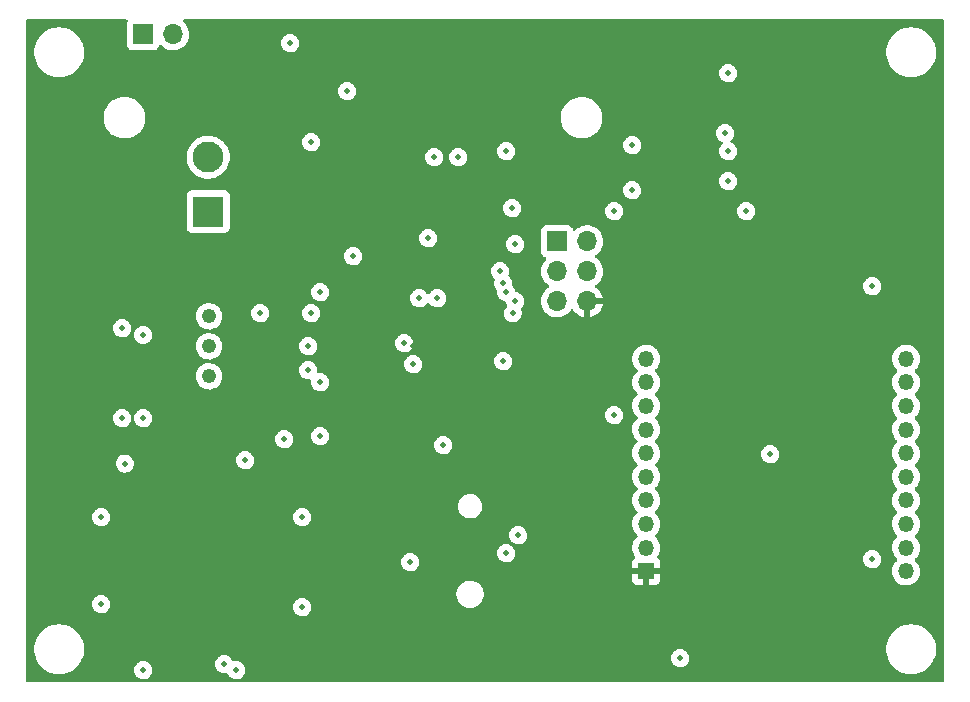
<source format=gbr>
%TF.GenerationSoftware,KiCad,Pcbnew,(6.0.7)*%
%TF.CreationDate,2022-09-05T17:33:02-05:00*%
%TF.ProjectId,tracker,74726163-6b65-4722-9e6b-696361645f70,1.0*%
%TF.SameCoordinates,Original*%
%TF.FileFunction,Copper,L2,Inr*%
%TF.FilePolarity,Positive*%
%FSLAX46Y46*%
G04 Gerber Fmt 4.6, Leading zero omitted, Abs format (unit mm)*
G04 Created by KiCad (PCBNEW (6.0.7)) date 2022-09-05 17:33:02*
%MOMM*%
%LPD*%
G01*
G04 APERTURE LIST*
%TA.AperFunction,ComponentPad*%
%ADD10R,1.700000X1.700000*%
%TD*%
%TA.AperFunction,ComponentPad*%
%ADD11O,1.700000X1.700000*%
%TD*%
%TA.AperFunction,ComponentPad*%
%ADD12R,2.625000X2.625000*%
%TD*%
%TA.AperFunction,ComponentPad*%
%ADD13C,2.625000*%
%TD*%
%TA.AperFunction,ComponentPad*%
%ADD14R,1.350000X1.350000*%
%TD*%
%TA.AperFunction,ComponentPad*%
%ADD15O,1.350000X1.350000*%
%TD*%
%TA.AperFunction,ComponentPad*%
%ADD16C,1.219200*%
%TD*%
%TA.AperFunction,ViaPad*%
%ADD17C,0.508000*%
%TD*%
G04 APERTURE END LIST*
D10*
%TO.N,MISO*%
%TO.C,J2*%
X157226000Y-106934000D03*
D11*
%TO.N,SCK*%
X159766000Y-106934000D03*
%TO.N,RESET*%
X157226000Y-109474000D03*
%TO.N,RB_GND*%
X159766000Y-109474000D03*
%TO.N,MOSI*%
X157226000Y-112014000D03*
%TO.N,+3V3*%
X159766000Y-112014000D03*
%TD*%
%TO.N,Net-(J3-Pad1)*%
%TO.C,J4*%
X124714000Y-89408000D03*
D10*
%TO.N,RB_GND*%
X122174000Y-89408000D03*
%TD*%
D12*
%TO.N,Net-(J3-Pad1)*%
%TO.C,SW1*%
X127688000Y-104422000D03*
D13*
%TO.N,Net-(C10-Pad1)*%
X127688000Y-99822000D03*
%TD*%
D14*
%TO.N,+3V3*%
%TO.C,U1*%
X164768000Y-134874000D03*
D15*
%TO.N,N/C*%
X186768000Y-134874000D03*
%TO.N,XBee_to_Uc*%
X164768000Y-132874000D03*
%TO.N,N/C*%
X186768000Y-132874000D03*
%TO.N,XBee_from_Uc*%
X164768000Y-130874000D03*
%TO.N,N/C*%
X186768000Y-130874000D03*
X164768000Y-128874000D03*
%TO.N,Net-(R7-Pad2)*%
X186768000Y-128874000D03*
%TO.N,N/C*%
X164768000Y-126874000D03*
X186768000Y-126874000D03*
%TO.N,Net-(R8-Pad1)*%
X164768000Y-124874000D03*
%TO.N,Net-(R9-Pad1)*%
X186768000Y-124874000D03*
%TO.N,N/C*%
X164768000Y-122874000D03*
X186768000Y-122874000D03*
X164768000Y-120874000D03*
X186768000Y-120874000D03*
X164768000Y-118874000D03*
X186768000Y-118874000D03*
%TO.N,RB_GND*%
X164768000Y-116874000D03*
%TO.N,N/C*%
X186768000Y-116874000D03*
%TD*%
D16*
%TO.N,RB_5V*%
%TO.C,U3*%
X127762000Y-118364000D03*
%TO.N,RB_GND*%
X127762000Y-115824000D03*
%TO.N,Net-(F1-Pad1)*%
X127762000Y-113284000D03*
%TD*%
D17*
%TO.N,RB_GND*%
X146812000Y-99822000D03*
X148844000Y-99822000D03*
X153416000Y-104140000D03*
X132080000Y-113030000D03*
X137160000Y-118872000D03*
X136144000Y-117856000D03*
X136144000Y-115824000D03*
X130810000Y-125476000D03*
X135636000Y-130302000D03*
X118618000Y-130302000D03*
X118618000Y-137668000D03*
X122174000Y-143256000D03*
X130048000Y-143256000D03*
X135636000Y-137922000D03*
X175260000Y-124968000D03*
X167640000Y-142240000D03*
X173228000Y-104394000D03*
X145034000Y-117348000D03*
X152654000Y-117094000D03*
X146304000Y-106680000D03*
X147574000Y-124206000D03*
X145542000Y-111760000D03*
X147066000Y-111760000D03*
X134112000Y-123698000D03*
X134620000Y-90170000D03*
X129032000Y-142748000D03*
X120623118Y-125756882D03*
%TO.N,+3V3*%
X137160000Y-109474000D03*
X132334000Y-110744000D03*
X118618000Y-132080000D03*
X134112000Y-143256000D03*
X126238000Y-143256000D03*
X137668000Y-134620000D03*
X164846000Y-91186000D03*
X166878000Y-97790000D03*
X164846000Y-99822000D03*
X145034000Y-115824000D03*
X149098000Y-115824000D03*
X132080000Y-115824000D03*
X132080000Y-117856000D03*
X147828000Y-102870000D03*
%TO.N,RESET*%
X152400000Y-109474000D03*
X139954000Y-108204000D03*
X183896000Y-110744000D03*
X183896000Y-133858000D03*
%TO.N,RB_5V*%
X171704000Y-101854000D03*
X137160000Y-123444000D03*
X162052000Y-121666000D03*
X162052000Y-104394000D03*
%TO.N,RB_RXI*%
X171704000Y-99314000D03*
%TO.N,RB_NetAv*%
X171450000Y-97790000D03*
X152654000Y-110490000D03*
X152908000Y-99314000D03*
%TO.N,RB_TXO*%
X171704000Y-92710000D03*
%TO.N,MOSI*%
X153670000Y-107188000D03*
X153670000Y-112014000D03*
%TO.N,RB_TXO_3V3*%
X139446000Y-94234000D03*
X137160000Y-111252000D03*
%TO.N,RB_RXI_3V3*%
X163576000Y-102616000D03*
X163576000Y-98806000D03*
X136398000Y-98552000D03*
X136398000Y-113030000D03*
%TO.N,Net-(R12-Pad2)*%
X120396000Y-121920000D03*
X120396000Y-114300000D03*
%TO.N,Net-(R13-Pad2)*%
X122174000Y-121920000D03*
X122174000Y-114858800D03*
%TO.N,Net-(R14-Pad2)*%
X144780000Y-134112000D03*
X144272000Y-115570000D03*
%TO.N,Net-(R15-Pad2)*%
X153466800Y-113030000D03*
X153924000Y-131826000D03*
%TO.N,GPS_PPS*%
X152908000Y-133350000D03*
X152908000Y-111252000D03*
%TD*%
%TA.AperFunction,Conductor*%
%TO.N,+3V3*%
G36*
X120824928Y-88158502D02*
G01*
X120871421Y-88212158D01*
X120881525Y-88282432D01*
X120872067Y-88310801D01*
X120873385Y-88311295D01*
X120822255Y-88447684D01*
X120815500Y-88509866D01*
X120815500Y-90306134D01*
X120822255Y-90368316D01*
X120873385Y-90504705D01*
X120960739Y-90621261D01*
X121077295Y-90708615D01*
X121213684Y-90759745D01*
X121275866Y-90766500D01*
X123072134Y-90766500D01*
X123134316Y-90759745D01*
X123270705Y-90708615D01*
X123387261Y-90621261D01*
X123474615Y-90504705D01*
X123496799Y-90445529D01*
X123518598Y-90387382D01*
X123561240Y-90330618D01*
X123627802Y-90305918D01*
X123697150Y-90321126D01*
X123731817Y-90349114D01*
X123760250Y-90381938D01*
X123932126Y-90524632D01*
X124125000Y-90637338D01*
X124333692Y-90717030D01*
X124338760Y-90718061D01*
X124338763Y-90718062D01*
X124446017Y-90739883D01*
X124552597Y-90761567D01*
X124557772Y-90761757D01*
X124557774Y-90761757D01*
X124770673Y-90769564D01*
X124770677Y-90769564D01*
X124775837Y-90769753D01*
X124780957Y-90769097D01*
X124780959Y-90769097D01*
X124992288Y-90742025D01*
X124992289Y-90742025D01*
X124997416Y-90741368D01*
X125002366Y-90739883D01*
X125206429Y-90678661D01*
X125206434Y-90678659D01*
X125211384Y-90677174D01*
X125411994Y-90578896D01*
X125593860Y-90449173D01*
X125752096Y-90291489D01*
X125803301Y-90220230D01*
X125847093Y-90159286D01*
X133852750Y-90159286D01*
X133869443Y-90329536D01*
X133923440Y-90491856D01*
X133927087Y-90497878D01*
X133927088Y-90497880D01*
X134008406Y-90632154D01*
X134008409Y-90632157D01*
X134012056Y-90638180D01*
X134130889Y-90761234D01*
X134274030Y-90854903D01*
X134280634Y-90857359D01*
X134280636Y-90857360D01*
X134427757Y-90912074D01*
X134427759Y-90912074D01*
X134434367Y-90914532D01*
X134513454Y-90925085D01*
X134596949Y-90936226D01*
X134596953Y-90936226D01*
X134603930Y-90937157D01*
X134610941Y-90936519D01*
X134610945Y-90936519D01*
X134767273Y-90922292D01*
X134767275Y-90922292D01*
X134774292Y-90921653D01*
X134780990Y-90919477D01*
X134780993Y-90919476D01*
X134930289Y-90870966D01*
X134930291Y-90870965D01*
X134936985Y-90868790D01*
X135083924Y-90781197D01*
X135207805Y-90663227D01*
X135221079Y-90643249D01*
X135298570Y-90526614D01*
X135302471Y-90520743D01*
X135363218Y-90360826D01*
X135383558Y-90216102D01*
X135386475Y-90195347D01*
X135386475Y-90195344D01*
X135387026Y-90191425D01*
X135387325Y-90170000D01*
X135368256Y-90000000D01*
X135360065Y-89976476D01*
X135314314Y-89845097D01*
X135314313Y-89845095D01*
X135311999Y-89838450D01*
X135221348Y-89693378D01*
X135208159Y-89680096D01*
X135105772Y-89576992D01*
X135100809Y-89571994D01*
X135035539Y-89530573D01*
X134962316Y-89484104D01*
X134962313Y-89484102D01*
X134956373Y-89480333D01*
X134949563Y-89477908D01*
X134801854Y-89425311D01*
X134801849Y-89425310D01*
X134795219Y-89422949D01*
X134788231Y-89422116D01*
X134788228Y-89422115D01*
X134669854Y-89408000D01*
X134625357Y-89402694D01*
X134618354Y-89403430D01*
X134618353Y-89403430D01*
X134574873Y-89408000D01*
X134455228Y-89420575D01*
X134445071Y-89424033D01*
X134299956Y-89473434D01*
X134299953Y-89473435D01*
X134293289Y-89475704D01*
X134147588Y-89565340D01*
X134142557Y-89570267D01*
X134142554Y-89570269D01*
X134135689Y-89576992D01*
X134025366Y-89685028D01*
X134021547Y-89690953D01*
X134021546Y-89690955D01*
X134010734Y-89707732D01*
X133932698Y-89828820D01*
X133930287Y-89835443D01*
X133930286Y-89835446D01*
X133876600Y-89982947D01*
X133876599Y-89982952D01*
X133874190Y-89989570D01*
X133852750Y-90159286D01*
X125847093Y-90159286D01*
X125879435Y-90114277D01*
X125882453Y-90110077D01*
X125933398Y-90006998D01*
X125979136Y-89914453D01*
X125979137Y-89914451D01*
X125981430Y-89909811D01*
X126013900Y-89802940D01*
X126044865Y-89701023D01*
X126044865Y-89701021D01*
X126046370Y-89696069D01*
X126075529Y-89474590D01*
X126077156Y-89408000D01*
X126058852Y-89185361D01*
X126004431Y-88968702D01*
X125915354Y-88763840D01*
X125794014Y-88576277D01*
X125643670Y-88411051D01*
X125639619Y-88407852D01*
X125639615Y-88407848D01*
X125583311Y-88363382D01*
X125542248Y-88305464D01*
X125539016Y-88234541D01*
X125574642Y-88173130D01*
X125637813Y-88140728D01*
X125661403Y-88138500D01*
X189865500Y-88138500D01*
X189933621Y-88158502D01*
X189980114Y-88212158D01*
X189991500Y-88264500D01*
X189991500Y-144145500D01*
X189971498Y-144213621D01*
X189917842Y-144260114D01*
X189865500Y-144271500D01*
X130077831Y-144271500D01*
X130037478Y-144259651D01*
X130015351Y-144270029D01*
X129996154Y-144271500D01*
X122203831Y-144271500D01*
X122163478Y-144259651D01*
X122141351Y-144270029D01*
X122122154Y-144271500D01*
X112394500Y-144271500D01*
X112326379Y-144251498D01*
X112279886Y-144197842D01*
X112268500Y-144145500D01*
X112268500Y-141610703D01*
X112952743Y-141610703D01*
X112953302Y-141614947D01*
X112953302Y-141614951D01*
X112969810Y-141740340D01*
X112990268Y-141895734D01*
X113066129Y-142173036D01*
X113067813Y-142176984D01*
X113176087Y-142430826D01*
X113178923Y-142437476D01*
X113243565Y-142545485D01*
X113313892Y-142662992D01*
X113326561Y-142684161D01*
X113506313Y-142908528D01*
X113593909Y-142991653D01*
X113693330Y-143086000D01*
X113714851Y-143106423D01*
X113948317Y-143274186D01*
X113952112Y-143276195D01*
X113952113Y-143276196D01*
X113973869Y-143287715D01*
X114202392Y-143408712D01*
X114324530Y-143453408D01*
X114433988Y-143493464D01*
X114472373Y-143507511D01*
X114753264Y-143568755D01*
X114781841Y-143571004D01*
X114976282Y-143586307D01*
X114976291Y-143586307D01*
X114978739Y-143586500D01*
X115134271Y-143586500D01*
X115136407Y-143586354D01*
X115136418Y-143586354D01*
X115344548Y-143572165D01*
X115344554Y-143572164D01*
X115348825Y-143571873D01*
X115353020Y-143571004D01*
X115353022Y-143571004D01*
X115489583Y-143542724D01*
X115630342Y-143513574D01*
X115901343Y-143417607D01*
X116156812Y-143285750D01*
X116160313Y-143283289D01*
X116160317Y-143283287D01*
X116214387Y-143245286D01*
X121406750Y-143245286D01*
X121423443Y-143415536D01*
X121477440Y-143577856D01*
X121481087Y-143583878D01*
X121481088Y-143583880D01*
X121562406Y-143718154D01*
X121562409Y-143718157D01*
X121566056Y-143724180D01*
X121684889Y-143847234D01*
X121828030Y-143940903D01*
X121834634Y-143943359D01*
X121834636Y-143943360D01*
X121981757Y-143998074D01*
X121981759Y-143998074D01*
X121988367Y-144000532D01*
X122134412Y-144020019D01*
X122138819Y-144020607D01*
X122159943Y-144029996D01*
X122168333Y-144024604D01*
X122192411Y-144020019D01*
X122321273Y-144008292D01*
X122321275Y-144008292D01*
X122328292Y-144007653D01*
X122334990Y-144005477D01*
X122334993Y-144005476D01*
X122484289Y-143956966D01*
X122484291Y-143956965D01*
X122490985Y-143954790D01*
X122637924Y-143867197D01*
X122761805Y-143749227D01*
X122775079Y-143729249D01*
X122852570Y-143612614D01*
X122856471Y-143606743D01*
X122917218Y-143446826D01*
X122918198Y-143439854D01*
X122940475Y-143281347D01*
X122940475Y-143281344D01*
X122941026Y-143277425D01*
X122941325Y-143256000D01*
X122922256Y-143086000D01*
X122916635Y-143069856D01*
X122868314Y-142931097D01*
X122868313Y-142931095D01*
X122865999Y-142924450D01*
X122820226Y-142851197D01*
X122779081Y-142785352D01*
X122775348Y-142779378D01*
X122762159Y-142766096D01*
X122733549Y-142737286D01*
X128264750Y-142737286D01*
X128281443Y-142907536D01*
X128335440Y-143069856D01*
X128339087Y-143075878D01*
X128339088Y-143075880D01*
X128420406Y-143210154D01*
X128420409Y-143210157D01*
X128424056Y-143216180D01*
X128542889Y-143339234D01*
X128548785Y-143343092D01*
X128648780Y-143408527D01*
X128686030Y-143432903D01*
X128692634Y-143435359D01*
X128692636Y-143435360D01*
X128839757Y-143490074D01*
X128839759Y-143490074D01*
X128846367Y-143492532D01*
X128925454Y-143503085D01*
X129008949Y-143514226D01*
X129008953Y-143514226D01*
X129015930Y-143515157D01*
X129022941Y-143514519D01*
X129022945Y-143514519D01*
X129179273Y-143500292D01*
X129179275Y-143500292D01*
X129186292Y-143499653D01*
X129192992Y-143497476D01*
X129199895Y-143496059D01*
X129200152Y-143497312D01*
X129263825Y-143495494D01*
X129324622Y-143532158D01*
X129344330Y-143565671D01*
X129346262Y-143564778D01*
X129349217Y-143571173D01*
X129351440Y-143577856D01*
X129355087Y-143583878D01*
X129355088Y-143583880D01*
X129436406Y-143718154D01*
X129436409Y-143718157D01*
X129440056Y-143724180D01*
X129558889Y-143847234D01*
X129702030Y-143940903D01*
X129708634Y-143943359D01*
X129708636Y-143943360D01*
X129855757Y-143998074D01*
X129855759Y-143998074D01*
X129862367Y-144000532D01*
X130008412Y-144020019D01*
X130012819Y-144020607D01*
X130033943Y-144029996D01*
X130042333Y-144024604D01*
X130066411Y-144020019D01*
X130195273Y-144008292D01*
X130195275Y-144008292D01*
X130202292Y-144007653D01*
X130208990Y-144005477D01*
X130208993Y-144005476D01*
X130358289Y-143956966D01*
X130358291Y-143956965D01*
X130364985Y-143954790D01*
X130511924Y-143867197D01*
X130635805Y-143749227D01*
X130649079Y-143729249D01*
X130726570Y-143612614D01*
X130730471Y-143606743D01*
X130791218Y-143446826D01*
X130792198Y-143439854D01*
X130814475Y-143281347D01*
X130814475Y-143281344D01*
X130815026Y-143277425D01*
X130815325Y-143256000D01*
X130796256Y-143086000D01*
X130790635Y-143069856D01*
X130742314Y-142931097D01*
X130742313Y-142931095D01*
X130739999Y-142924450D01*
X130694226Y-142851197D01*
X130653081Y-142785352D01*
X130649348Y-142779378D01*
X130636159Y-142766096D01*
X130569146Y-142698614D01*
X130528809Y-142657994D01*
X130432089Y-142596614D01*
X130390316Y-142570104D01*
X130390313Y-142570102D01*
X130384373Y-142566333D01*
X130371800Y-142561856D01*
X130229854Y-142511311D01*
X130229849Y-142511310D01*
X130223219Y-142508949D01*
X130216231Y-142508116D01*
X130216228Y-142508115D01*
X130100655Y-142494334D01*
X130053357Y-142488694D01*
X130046354Y-142489430D01*
X130046353Y-142489430D01*
X129968293Y-142497634D01*
X129883228Y-142506575D01*
X129876563Y-142508844D01*
X129873993Y-142509409D01*
X129803167Y-142504501D01*
X129746237Y-142462080D01*
X129727946Y-142427783D01*
X129726316Y-142423101D01*
X129726313Y-142423094D01*
X129723999Y-142416450D01*
X129633348Y-142271378D01*
X129620159Y-142258096D01*
X129591549Y-142229286D01*
X166872750Y-142229286D01*
X166889443Y-142399536D01*
X166943440Y-142561856D01*
X166947087Y-142567878D01*
X166947088Y-142567880D01*
X167028406Y-142702154D01*
X167028409Y-142702157D01*
X167032056Y-142708180D01*
X167150889Y-142831234D01*
X167156785Y-142835092D01*
X167278622Y-142914820D01*
X167294030Y-142924903D01*
X167300634Y-142927359D01*
X167300636Y-142927360D01*
X167447757Y-142982074D01*
X167447759Y-142982074D01*
X167454367Y-142984532D01*
X167533454Y-142995085D01*
X167616949Y-143006226D01*
X167616953Y-143006226D01*
X167623930Y-143007157D01*
X167630941Y-143006519D01*
X167630945Y-143006519D01*
X167787273Y-142992292D01*
X167787275Y-142992292D01*
X167794292Y-142991653D01*
X167800990Y-142989477D01*
X167800993Y-142989476D01*
X167950289Y-142940966D01*
X167950291Y-142940965D01*
X167956985Y-142938790D01*
X167998200Y-142914221D01*
X168097872Y-142854805D01*
X168097874Y-142854804D01*
X168103924Y-142851197D01*
X168227805Y-142733227D01*
X168241079Y-142713249D01*
X168280296Y-142654221D01*
X168322471Y-142590743D01*
X168371832Y-142460799D01*
X168380718Y-142437408D01*
X168380719Y-142437406D01*
X168383218Y-142430826D01*
X168384304Y-142423101D01*
X168406475Y-142265347D01*
X168406475Y-142265344D01*
X168407026Y-142261425D01*
X168407325Y-142240000D01*
X168388256Y-142070000D01*
X168385507Y-142062104D01*
X168334314Y-141915097D01*
X168334313Y-141915095D01*
X168331999Y-141908450D01*
X168241348Y-141763378D01*
X168228159Y-141750096D01*
X168125772Y-141646992D01*
X168120809Y-141641994D01*
X168071502Y-141610703D01*
X185088743Y-141610703D01*
X185089302Y-141614947D01*
X185089302Y-141614951D01*
X185105810Y-141740340D01*
X185126268Y-141895734D01*
X185202129Y-142173036D01*
X185203813Y-142176984D01*
X185312087Y-142430826D01*
X185314923Y-142437476D01*
X185379565Y-142545485D01*
X185449892Y-142662992D01*
X185462561Y-142684161D01*
X185642313Y-142908528D01*
X185729909Y-142991653D01*
X185829330Y-143086000D01*
X185850851Y-143106423D01*
X186084317Y-143274186D01*
X186088112Y-143276195D01*
X186088113Y-143276196D01*
X186109869Y-143287715D01*
X186338392Y-143408712D01*
X186460530Y-143453408D01*
X186569988Y-143493464D01*
X186608373Y-143507511D01*
X186889264Y-143568755D01*
X186917841Y-143571004D01*
X187112282Y-143586307D01*
X187112291Y-143586307D01*
X187114739Y-143586500D01*
X187270271Y-143586500D01*
X187272407Y-143586354D01*
X187272418Y-143586354D01*
X187480548Y-143572165D01*
X187480554Y-143572164D01*
X187484825Y-143571873D01*
X187489020Y-143571004D01*
X187489022Y-143571004D01*
X187625583Y-143542724D01*
X187766342Y-143513574D01*
X188037343Y-143417607D01*
X188292812Y-143285750D01*
X188296313Y-143283289D01*
X188296317Y-143283287D01*
X188410418Y-143203095D01*
X188528023Y-143120441D01*
X188649931Y-143007157D01*
X188735479Y-142927661D01*
X188735481Y-142927658D01*
X188738622Y-142924740D01*
X188920713Y-142702268D01*
X189070927Y-142457142D01*
X189158580Y-142257464D01*
X189184757Y-142197830D01*
X189186483Y-142193898D01*
X189265244Y-141917406D01*
X189305751Y-141632784D01*
X189305845Y-141614951D01*
X189307235Y-141349583D01*
X189307235Y-141349576D01*
X189307257Y-141345297D01*
X189269732Y-141060266D01*
X189193871Y-140782964D01*
X189081077Y-140518524D01*
X188933439Y-140271839D01*
X188753687Y-140047472D01*
X188545149Y-139849577D01*
X188311683Y-139681814D01*
X188289843Y-139670250D01*
X188266654Y-139657972D01*
X188057608Y-139547288D01*
X187787627Y-139448489D01*
X187506736Y-139387245D01*
X187475685Y-139384801D01*
X187283718Y-139369693D01*
X187283709Y-139369693D01*
X187281261Y-139369500D01*
X187125729Y-139369500D01*
X187123593Y-139369646D01*
X187123582Y-139369646D01*
X186915452Y-139383835D01*
X186915446Y-139383836D01*
X186911175Y-139384127D01*
X186906980Y-139384996D01*
X186906978Y-139384996D01*
X186770416Y-139413277D01*
X186629658Y-139442426D01*
X186358657Y-139538393D01*
X186103188Y-139670250D01*
X186099687Y-139672711D01*
X186099683Y-139672713D01*
X186089594Y-139679804D01*
X185867977Y-139835559D01*
X185657378Y-140031260D01*
X185475287Y-140253732D01*
X185325073Y-140498858D01*
X185209517Y-140762102D01*
X185130756Y-141038594D01*
X185090249Y-141323216D01*
X185090227Y-141327505D01*
X185090226Y-141327512D01*
X185089064Y-141549395D01*
X185088743Y-141610703D01*
X168071502Y-141610703D01*
X168055539Y-141600573D01*
X167982316Y-141554104D01*
X167982313Y-141554102D01*
X167976373Y-141550333D01*
X167969740Y-141547971D01*
X167821854Y-141495311D01*
X167821849Y-141495310D01*
X167815219Y-141492949D01*
X167808231Y-141492116D01*
X167808228Y-141492115D01*
X167692655Y-141478334D01*
X167645357Y-141472694D01*
X167638354Y-141473430D01*
X167638353Y-141473430D01*
X167593958Y-141478096D01*
X167475228Y-141490575D01*
X167465071Y-141494033D01*
X167319956Y-141543434D01*
X167319953Y-141543435D01*
X167313289Y-141545704D01*
X167167588Y-141635340D01*
X167162557Y-141640267D01*
X167162554Y-141640269D01*
X167155689Y-141646992D01*
X167045366Y-141755028D01*
X167041547Y-141760953D01*
X167041546Y-141760955D01*
X167036135Y-141769352D01*
X166952698Y-141898820D01*
X166950287Y-141905443D01*
X166950286Y-141905446D01*
X166896600Y-142052947D01*
X166896599Y-142052952D01*
X166894190Y-142059570D01*
X166872750Y-142229286D01*
X129591549Y-142229286D01*
X129539611Y-142176984D01*
X129512809Y-142149994D01*
X129397785Y-142076998D01*
X129374316Y-142062104D01*
X129374313Y-142062102D01*
X129368373Y-142058333D01*
X129361740Y-142055971D01*
X129213854Y-142003311D01*
X129213849Y-142003310D01*
X129207219Y-142000949D01*
X129200231Y-142000116D01*
X129200228Y-142000115D01*
X129084655Y-141986334D01*
X129037357Y-141980694D01*
X129030354Y-141981430D01*
X129030353Y-141981430D01*
X128985958Y-141986096D01*
X128867228Y-141998575D01*
X128857071Y-142002033D01*
X128711956Y-142051434D01*
X128711953Y-142051435D01*
X128705289Y-142053704D01*
X128559588Y-142143340D01*
X128554557Y-142148267D01*
X128554554Y-142148269D01*
X128503944Y-142197830D01*
X128437366Y-142263028D01*
X128433547Y-142268953D01*
X128433546Y-142268955D01*
X128428135Y-142277352D01*
X128344698Y-142406820D01*
X128342287Y-142413443D01*
X128342286Y-142413446D01*
X128288600Y-142560947D01*
X128288599Y-142560952D01*
X128286190Y-142567570D01*
X128264750Y-142737286D01*
X122733549Y-142737286D01*
X122695146Y-142698614D01*
X122654809Y-142657994D01*
X122558089Y-142596614D01*
X122516316Y-142570104D01*
X122516313Y-142570102D01*
X122510373Y-142566333D01*
X122497800Y-142561856D01*
X122355854Y-142511311D01*
X122355849Y-142511310D01*
X122349219Y-142508949D01*
X122342231Y-142508116D01*
X122342228Y-142508115D01*
X122226655Y-142494334D01*
X122179357Y-142488694D01*
X122172354Y-142489430D01*
X122172353Y-142489430D01*
X122127958Y-142494096D01*
X122009228Y-142506575D01*
X122000903Y-142509409D01*
X121853956Y-142559434D01*
X121853953Y-142559435D01*
X121847289Y-142561704D01*
X121701588Y-142651340D01*
X121696557Y-142656267D01*
X121696554Y-142656269D01*
X121643545Y-142708180D01*
X121579366Y-142771028D01*
X121575547Y-142776953D01*
X121575546Y-142776955D01*
X121570135Y-142785352D01*
X121486698Y-142914820D01*
X121484287Y-142921443D01*
X121484286Y-142921446D01*
X121430600Y-143068947D01*
X121430599Y-143068952D01*
X121428190Y-143075570D01*
X121406750Y-143245286D01*
X116214387Y-143245286D01*
X116274418Y-143203095D01*
X116392023Y-143120441D01*
X116513931Y-143007157D01*
X116599479Y-142927661D01*
X116599481Y-142927658D01*
X116602622Y-142924740D01*
X116784713Y-142702268D01*
X116934927Y-142457142D01*
X117022580Y-142257464D01*
X117048757Y-142197830D01*
X117050483Y-142193898D01*
X117129244Y-141917406D01*
X117169751Y-141632784D01*
X117169845Y-141614951D01*
X117171235Y-141349583D01*
X117171235Y-141349576D01*
X117171257Y-141345297D01*
X117133732Y-141060266D01*
X117057871Y-140782964D01*
X116945077Y-140518524D01*
X116797439Y-140271839D01*
X116617687Y-140047472D01*
X116409149Y-139849577D01*
X116175683Y-139681814D01*
X116153843Y-139670250D01*
X116130654Y-139657972D01*
X115921608Y-139547288D01*
X115651627Y-139448489D01*
X115370736Y-139387245D01*
X115339685Y-139384801D01*
X115147718Y-139369693D01*
X115147709Y-139369693D01*
X115145261Y-139369500D01*
X114989729Y-139369500D01*
X114987593Y-139369646D01*
X114987582Y-139369646D01*
X114779452Y-139383835D01*
X114779446Y-139383836D01*
X114775175Y-139384127D01*
X114770980Y-139384996D01*
X114770978Y-139384996D01*
X114634416Y-139413277D01*
X114493658Y-139442426D01*
X114222657Y-139538393D01*
X113967188Y-139670250D01*
X113963687Y-139672711D01*
X113963683Y-139672713D01*
X113953594Y-139679804D01*
X113731977Y-139835559D01*
X113521378Y-140031260D01*
X113339287Y-140253732D01*
X113189073Y-140498858D01*
X113073517Y-140762102D01*
X112994756Y-141038594D01*
X112954249Y-141323216D01*
X112954227Y-141327505D01*
X112954226Y-141327512D01*
X112953064Y-141549395D01*
X112952743Y-141610703D01*
X112268500Y-141610703D01*
X112268500Y-137657286D01*
X117850750Y-137657286D01*
X117867443Y-137827536D01*
X117921440Y-137989856D01*
X117925087Y-137995878D01*
X117925088Y-137995880D01*
X118006406Y-138130154D01*
X118006409Y-138130157D01*
X118010056Y-138136180D01*
X118128889Y-138259234D01*
X118272030Y-138352903D01*
X118278634Y-138355359D01*
X118278636Y-138355360D01*
X118425757Y-138410074D01*
X118425759Y-138410074D01*
X118432367Y-138412532D01*
X118511454Y-138423085D01*
X118594949Y-138434226D01*
X118594953Y-138434226D01*
X118601930Y-138435157D01*
X118608941Y-138434519D01*
X118608945Y-138434519D01*
X118765273Y-138420292D01*
X118765275Y-138420292D01*
X118772292Y-138419653D01*
X118778990Y-138417477D01*
X118778993Y-138417476D01*
X118928289Y-138368966D01*
X118928291Y-138368965D01*
X118934985Y-138366790D01*
X119081924Y-138279197D01*
X119205805Y-138161227D01*
X119219079Y-138141249D01*
X119296570Y-138024614D01*
X119300471Y-138018743D01*
X119341290Y-137911286D01*
X134868750Y-137911286D01*
X134885443Y-138081536D01*
X134939440Y-138243856D01*
X134943087Y-138249878D01*
X134943088Y-138249880D01*
X135024406Y-138384154D01*
X135024409Y-138384157D01*
X135028056Y-138390180D01*
X135146889Y-138513234D01*
X135290030Y-138606903D01*
X135296634Y-138609359D01*
X135296636Y-138609360D01*
X135443757Y-138664074D01*
X135443759Y-138664074D01*
X135450367Y-138666532D01*
X135529454Y-138677085D01*
X135612949Y-138688226D01*
X135612953Y-138688226D01*
X135619930Y-138689157D01*
X135626941Y-138688519D01*
X135626945Y-138688519D01*
X135783273Y-138674292D01*
X135783275Y-138674292D01*
X135790292Y-138673653D01*
X135796990Y-138671477D01*
X135796993Y-138671476D01*
X135946289Y-138622966D01*
X135946291Y-138622965D01*
X135952985Y-138620790D01*
X136099924Y-138533197D01*
X136223805Y-138415227D01*
X136237079Y-138395249D01*
X136314570Y-138278614D01*
X136318471Y-138272743D01*
X136379218Y-138112826D01*
X136395654Y-137995880D01*
X136402475Y-137947347D01*
X136402475Y-137947344D01*
X136403026Y-137943425D01*
X136403325Y-137922000D01*
X136384256Y-137752000D01*
X136362466Y-137689425D01*
X136330314Y-137597097D01*
X136330313Y-137597095D01*
X136327999Y-137590450D01*
X136263713Y-137487570D01*
X136241081Y-137451352D01*
X136237348Y-137445378D01*
X136224159Y-137432096D01*
X136178024Y-137385638D01*
X136116809Y-137323994D01*
X136051539Y-137282573D01*
X135978316Y-137236104D01*
X135978313Y-137236102D01*
X135972373Y-137232333D01*
X135965740Y-137229971D01*
X135817854Y-137177311D01*
X135817849Y-137177310D01*
X135811219Y-137174949D01*
X135804231Y-137174116D01*
X135804228Y-137174115D01*
X135688655Y-137160334D01*
X135641357Y-137154694D01*
X135634354Y-137155430D01*
X135634353Y-137155430D01*
X135589958Y-137160096D01*
X135471228Y-137172575D01*
X135461071Y-137176033D01*
X135315956Y-137225434D01*
X135315953Y-137225435D01*
X135309289Y-137227704D01*
X135163588Y-137317340D01*
X135158557Y-137322267D01*
X135158554Y-137322269D01*
X135136529Y-137343838D01*
X135041366Y-137437028D01*
X135037547Y-137442953D01*
X135037546Y-137442955D01*
X135032135Y-137451352D01*
X134948698Y-137580820D01*
X134946287Y-137587443D01*
X134946286Y-137587446D01*
X134892600Y-137734947D01*
X134892599Y-137734952D01*
X134890190Y-137741570D01*
X134868750Y-137911286D01*
X119341290Y-137911286D01*
X119361218Y-137858826D01*
X119367297Y-137815570D01*
X119384475Y-137693347D01*
X119384475Y-137693344D01*
X119385026Y-137689425D01*
X119385325Y-137668000D01*
X119366256Y-137498000D01*
X119347932Y-137445378D01*
X119312314Y-137343097D01*
X119312313Y-137343095D01*
X119309999Y-137336450D01*
X119219348Y-137191378D01*
X119206159Y-137178096D01*
X119103772Y-137074992D01*
X119098809Y-137069994D01*
X119033539Y-137028573D01*
X118960316Y-136982104D01*
X118960313Y-136982102D01*
X118954373Y-136978333D01*
X118947740Y-136975971D01*
X118799854Y-136923311D01*
X118799849Y-136923310D01*
X118793219Y-136920949D01*
X118786231Y-136920116D01*
X118786228Y-136920115D01*
X118720554Y-136912284D01*
X148700124Y-136912284D01*
X148701103Y-136917981D01*
X148701103Y-136917982D01*
X148725446Y-137059649D01*
X148736181Y-137122126D01*
X148809875Y-137321884D01*
X148875445Y-137432096D01*
X148904509Y-137480947D01*
X148918739Y-137504866D01*
X149059125Y-137664946D01*
X149226333Y-137796762D01*
X149231444Y-137799451D01*
X149231447Y-137799453D01*
X149284824Y-137827536D01*
X149414762Y-137895900D01*
X149420283Y-137897614D01*
X149420287Y-137897616D01*
X149555060Y-137939464D01*
X149618102Y-137959039D01*
X149790982Y-137979500D01*
X149914013Y-137979500D01*
X149999645Y-137971632D01*
X150066270Y-137965510D01*
X150066273Y-137965509D01*
X150072024Y-137964981D01*
X150093093Y-137959039D01*
X150271389Y-137908754D01*
X150271391Y-137908753D01*
X150276948Y-137907186D01*
X150282123Y-137904634D01*
X150282128Y-137904632D01*
X150462727Y-137815570D01*
X150467908Y-137813015D01*
X150638509Y-137685622D01*
X150783037Y-137529271D01*
X150896653Y-137349201D01*
X150975551Y-137151441D01*
X150980305Y-137127544D01*
X151015962Y-136948282D01*
X151015962Y-136948280D01*
X151017089Y-136942615D01*
X151017412Y-136917982D01*
X151019800Y-136735498D01*
X151019876Y-136729716D01*
X151014664Y-136699385D01*
X150984797Y-136525564D01*
X150984796Y-136525561D01*
X150983819Y-136519874D01*
X150910125Y-136320116D01*
X150801261Y-136137134D01*
X150660875Y-135977054D01*
X150493667Y-135845238D01*
X150488556Y-135842549D01*
X150488553Y-135842547D01*
X150383078Y-135787054D01*
X150305238Y-135746100D01*
X150299717Y-135744386D01*
X150299713Y-135744384D01*
X150107421Y-135684676D01*
X150107422Y-135684676D01*
X150101898Y-135682961D01*
X149929018Y-135662500D01*
X149805987Y-135662500D01*
X149720355Y-135670368D01*
X149653730Y-135676490D01*
X149653727Y-135676491D01*
X149647976Y-135677019D01*
X149642417Y-135678587D01*
X149642416Y-135678587D01*
X149448611Y-135733246D01*
X149448609Y-135733247D01*
X149443052Y-135734814D01*
X149437877Y-135737366D01*
X149437872Y-135737368D01*
X149305496Y-135802649D01*
X149252092Y-135828985D01*
X149081491Y-135956378D01*
X148936963Y-136112729D01*
X148823347Y-136292799D01*
X148744449Y-136490559D01*
X148743323Y-136496219D01*
X148743322Y-136496223D01*
X148738618Y-136519874D01*
X148702911Y-136699385D01*
X148702835Y-136705160D01*
X148702835Y-136705164D01*
X148702514Y-136729716D01*
X148700124Y-136912284D01*
X118720554Y-136912284D01*
X118670655Y-136906334D01*
X118623357Y-136900694D01*
X118616354Y-136901430D01*
X118616353Y-136901430D01*
X118571958Y-136906096D01*
X118453228Y-136918575D01*
X118443071Y-136922033D01*
X118297956Y-136971434D01*
X118297953Y-136971435D01*
X118291289Y-136973704D01*
X118145588Y-137063340D01*
X118140557Y-137068267D01*
X118140554Y-137068269D01*
X118133689Y-137074992D01*
X118023366Y-137183028D01*
X118019547Y-137188953D01*
X118019546Y-137188955D01*
X118014135Y-137197352D01*
X117930698Y-137326820D01*
X117928287Y-137333443D01*
X117928286Y-137333446D01*
X117874600Y-137480947D01*
X117874599Y-137480952D01*
X117872190Y-137487570D01*
X117850750Y-137657286D01*
X112268500Y-137657286D01*
X112268500Y-135593669D01*
X163585001Y-135593669D01*
X163585371Y-135600490D01*
X163590895Y-135651352D01*
X163594521Y-135666604D01*
X163639676Y-135787054D01*
X163648214Y-135802649D01*
X163724715Y-135904724D01*
X163737276Y-135917285D01*
X163839351Y-135993786D01*
X163854946Y-136002324D01*
X163975394Y-136047478D01*
X163990649Y-136051105D01*
X164041514Y-136056631D01*
X164048328Y-136057000D01*
X164495885Y-136057000D01*
X164511124Y-136052525D01*
X164512329Y-136051135D01*
X164514000Y-136043452D01*
X164514000Y-136038884D01*
X165022000Y-136038884D01*
X165026475Y-136054123D01*
X165027865Y-136055328D01*
X165035548Y-136056999D01*
X165487669Y-136056999D01*
X165494490Y-136056629D01*
X165545352Y-136051105D01*
X165560604Y-136047479D01*
X165681054Y-136002324D01*
X165696649Y-135993786D01*
X165798724Y-135917285D01*
X165811285Y-135904724D01*
X165887786Y-135802649D01*
X165896324Y-135787054D01*
X165941478Y-135666606D01*
X165945105Y-135651351D01*
X165950631Y-135600486D01*
X165951000Y-135593672D01*
X165951000Y-135146115D01*
X165946525Y-135130876D01*
X165945135Y-135129671D01*
X165937452Y-135128000D01*
X165040115Y-135128000D01*
X165024876Y-135132475D01*
X165023671Y-135133865D01*
X165022000Y-135141548D01*
X165022000Y-136038884D01*
X164514000Y-136038884D01*
X164514000Y-135146115D01*
X164509525Y-135130876D01*
X164508135Y-135129671D01*
X164500452Y-135128000D01*
X163603116Y-135128000D01*
X163587877Y-135132475D01*
X163586672Y-135133865D01*
X163585001Y-135141548D01*
X163585001Y-135593669D01*
X112268500Y-135593669D01*
X112268500Y-134101286D01*
X144012750Y-134101286D01*
X144029443Y-134271536D01*
X144083440Y-134433856D01*
X144087087Y-134439878D01*
X144087088Y-134439880D01*
X144168406Y-134574154D01*
X144168409Y-134574157D01*
X144172056Y-134580180D01*
X144290889Y-134703234D01*
X144434030Y-134796903D01*
X144440634Y-134799359D01*
X144440636Y-134799360D01*
X144587757Y-134854074D01*
X144587759Y-134854074D01*
X144594367Y-134856532D01*
X144673454Y-134867085D01*
X144756949Y-134878226D01*
X144756953Y-134878226D01*
X144763930Y-134879157D01*
X144770941Y-134878519D01*
X144770945Y-134878519D01*
X144927273Y-134864292D01*
X144927275Y-134864292D01*
X144934292Y-134863653D01*
X144940990Y-134861477D01*
X144940993Y-134861476D01*
X144998203Y-134842887D01*
X185579837Y-134842887D01*
X185594063Y-135059933D01*
X185595484Y-135065529D01*
X185595485Y-135065534D01*
X185646184Y-135265158D01*
X185647605Y-135270753D01*
X185738668Y-135468285D01*
X185742001Y-135473001D01*
X185832099Y-135600486D01*
X185864204Y-135645914D01*
X186020009Y-135797692D01*
X186200863Y-135918536D01*
X186206171Y-135920817D01*
X186206172Y-135920817D01*
X186395409Y-136002119D01*
X186395412Y-136002120D01*
X186400712Y-136004397D01*
X186406342Y-136005671D01*
X186591104Y-136047479D01*
X186612860Y-136052402D01*
X186618631Y-136052629D01*
X186618633Y-136052629D01*
X186687336Y-136055328D01*
X186830205Y-136060941D01*
X187045466Y-136029730D01*
X187050930Y-136027875D01*
X187050935Y-136027874D01*
X187245963Y-135961671D01*
X187245968Y-135961669D01*
X187251435Y-135959813D01*
X187441213Y-135853532D01*
X187608446Y-135714446D01*
X187747532Y-135547213D01*
X187853813Y-135357435D01*
X187855669Y-135351968D01*
X187855671Y-135351963D01*
X187921874Y-135156935D01*
X187921875Y-135156930D01*
X187923730Y-135151466D01*
X187954941Y-134936205D01*
X187956570Y-134874000D01*
X187936667Y-134657400D01*
X187916319Y-134585249D01*
X187884606Y-134472805D01*
X187877626Y-134448055D01*
X187781423Y-134252974D01*
X187702673Y-134147514D01*
X187654733Y-134083315D01*
X187654732Y-134083314D01*
X187651280Y-134078691D01*
X187529078Y-133965729D01*
X187492633Y-133904800D01*
X187494914Y-133833840D01*
X187534038Y-133776330D01*
X187540664Y-133770820D01*
X187608446Y-133714446D01*
X187747532Y-133547213D01*
X187843782Y-133375347D01*
X187850989Y-133362478D01*
X187850990Y-133362476D01*
X187853813Y-133357435D01*
X187855669Y-133351968D01*
X187855671Y-133351963D01*
X187921874Y-133156935D01*
X187921875Y-133156930D01*
X187923730Y-133151466D01*
X187954941Y-132936205D01*
X187956570Y-132874000D01*
X187936667Y-132657400D01*
X187921977Y-132605311D01*
X187879195Y-132453619D01*
X187877626Y-132448055D01*
X187781423Y-132252974D01*
X187697938Y-132141173D01*
X187654733Y-132083315D01*
X187654732Y-132083314D01*
X187651280Y-132078691D01*
X187529078Y-131965729D01*
X187492633Y-131904800D01*
X187494914Y-131833840D01*
X187534038Y-131776330D01*
X187604008Y-131718137D01*
X187608446Y-131714446D01*
X187747532Y-131547213D01*
X187853813Y-131357435D01*
X187855669Y-131351968D01*
X187855671Y-131351963D01*
X187921874Y-131156935D01*
X187921875Y-131156930D01*
X187923730Y-131151466D01*
X187954941Y-130936205D01*
X187956570Y-130874000D01*
X187936667Y-130657400D01*
X187877626Y-130448055D01*
X187781423Y-130252974D01*
X187768741Y-130235990D01*
X187654733Y-130083315D01*
X187654732Y-130083314D01*
X187651280Y-130078691D01*
X187529078Y-129965729D01*
X187492633Y-129904800D01*
X187494914Y-129833840D01*
X187534038Y-129776330D01*
X187544598Y-129767548D01*
X187608446Y-129714446D01*
X187747532Y-129547213D01*
X187846838Y-129369890D01*
X187850989Y-129362478D01*
X187850990Y-129362476D01*
X187853813Y-129357435D01*
X187855669Y-129351968D01*
X187855671Y-129351963D01*
X187921874Y-129156935D01*
X187921875Y-129156930D01*
X187923730Y-129151466D01*
X187954941Y-128936205D01*
X187956570Y-128874000D01*
X187936667Y-128657400D01*
X187933001Y-128644399D01*
X187879195Y-128453619D01*
X187877626Y-128448055D01*
X187781423Y-128252974D01*
X187651280Y-128078691D01*
X187529078Y-127965729D01*
X187492633Y-127904800D01*
X187494914Y-127833840D01*
X187534038Y-127776330D01*
X187604008Y-127718137D01*
X187608446Y-127714446D01*
X187747532Y-127547213D01*
X187853813Y-127357435D01*
X187855669Y-127351968D01*
X187855671Y-127351963D01*
X187921874Y-127156935D01*
X187921875Y-127156930D01*
X187923730Y-127151466D01*
X187954941Y-126936205D01*
X187956570Y-126874000D01*
X187936667Y-126657400D01*
X187877626Y-126448055D01*
X187781423Y-126252974D01*
X187757894Y-126221464D01*
X187654733Y-126083315D01*
X187654732Y-126083314D01*
X187651280Y-126078691D01*
X187644102Y-126072055D01*
X187529078Y-125965729D01*
X187492633Y-125904800D01*
X187494914Y-125833840D01*
X187534038Y-125776330D01*
X187604008Y-125718137D01*
X187608446Y-125714446D01*
X187747532Y-125547213D01*
X187853813Y-125357435D01*
X187855669Y-125351968D01*
X187855671Y-125351963D01*
X187921874Y-125156935D01*
X187921875Y-125156930D01*
X187923730Y-125151466D01*
X187954941Y-124936205D01*
X187956570Y-124874000D01*
X187936667Y-124657400D01*
X187877626Y-124448055D01*
X187781423Y-124252974D01*
X187765274Y-124231347D01*
X187654733Y-124083315D01*
X187654732Y-124083314D01*
X187651280Y-124078691D01*
X187629768Y-124058805D01*
X187529078Y-123965729D01*
X187492633Y-123904800D01*
X187494914Y-123833840D01*
X187534038Y-123776330D01*
X187554668Y-123759173D01*
X187608446Y-123714446D01*
X187747532Y-123547213D01*
X187845042Y-123373097D01*
X187850989Y-123362478D01*
X187850990Y-123362476D01*
X187853813Y-123357435D01*
X187855669Y-123351968D01*
X187855671Y-123351963D01*
X187921874Y-123156935D01*
X187921875Y-123156930D01*
X187923730Y-123151466D01*
X187954941Y-122936205D01*
X187956570Y-122874000D01*
X187936667Y-122657400D01*
X187921862Y-122604903D01*
X187879195Y-122453619D01*
X187877626Y-122448055D01*
X187781423Y-122252974D01*
X187768131Y-122235173D01*
X187654733Y-122083315D01*
X187654732Y-122083314D01*
X187651280Y-122078691D01*
X187529078Y-121965729D01*
X187492633Y-121904800D01*
X187494914Y-121833840D01*
X187534038Y-121776330D01*
X187557283Y-121756998D01*
X187608446Y-121714446D01*
X187747532Y-121547213D01*
X187853813Y-121357435D01*
X187855669Y-121351968D01*
X187855671Y-121351963D01*
X187921874Y-121156935D01*
X187921875Y-121156930D01*
X187923730Y-121151466D01*
X187954941Y-120936205D01*
X187956570Y-120874000D01*
X187936667Y-120657400D01*
X187877626Y-120448055D01*
X187781423Y-120252974D01*
X187651280Y-120078691D01*
X187529078Y-119965729D01*
X187492633Y-119904800D01*
X187494914Y-119833840D01*
X187534038Y-119776330D01*
X187604008Y-119718137D01*
X187608446Y-119714446D01*
X187747532Y-119547213D01*
X187853813Y-119357435D01*
X187855669Y-119351968D01*
X187855671Y-119351963D01*
X187921874Y-119156935D01*
X187921875Y-119156930D01*
X187923730Y-119151466D01*
X187954941Y-118936205D01*
X187956570Y-118874000D01*
X187936667Y-118657400D01*
X187919936Y-118598074D01*
X187879195Y-118453619D01*
X187877626Y-118448055D01*
X187781423Y-118252974D01*
X187723987Y-118176057D01*
X187654733Y-118083315D01*
X187654732Y-118083314D01*
X187651280Y-118078691D01*
X187529078Y-117965729D01*
X187492633Y-117904800D01*
X187494914Y-117833840D01*
X187534038Y-117776330D01*
X187535584Y-117775045D01*
X187608446Y-117714446D01*
X187747532Y-117547213D01*
X187853813Y-117357435D01*
X187855669Y-117351968D01*
X187855671Y-117351963D01*
X187921874Y-117156935D01*
X187921875Y-117156930D01*
X187923730Y-117151466D01*
X187954941Y-116936205D01*
X187956570Y-116874000D01*
X187936667Y-116657400D01*
X187934985Y-116651434D01*
X187891146Y-116495994D01*
X187877626Y-116448055D01*
X187781423Y-116252974D01*
X187709133Y-116156165D01*
X187654733Y-116083315D01*
X187654732Y-116083314D01*
X187651280Y-116078691D01*
X187612939Y-116043249D01*
X187495796Y-115934963D01*
X187495793Y-115934961D01*
X187491556Y-115931044D01*
X187307599Y-115814976D01*
X187105572Y-115734376D01*
X186892239Y-115691941D01*
X186886464Y-115691865D01*
X186886460Y-115691865D01*
X186777419Y-115690438D01*
X186674746Y-115689094D01*
X186669049Y-115690073D01*
X186669048Y-115690073D01*
X186466065Y-115724952D01*
X186466062Y-115724953D01*
X186460375Y-115725930D01*
X186256307Y-115801214D01*
X186175403Y-115849347D01*
X186103953Y-115891856D01*
X186069376Y-115912427D01*
X185905842Y-116055842D01*
X185902270Y-116060373D01*
X185807020Y-116181197D01*
X185771181Y-116226658D01*
X185768493Y-116231767D01*
X185747870Y-116270966D01*
X185669905Y-116419154D01*
X185663803Y-116438805D01*
X185613456Y-116600949D01*
X185605403Y-116626882D01*
X185579837Y-116842887D01*
X185594063Y-117059933D01*
X185595484Y-117065529D01*
X185595485Y-117065534D01*
X185640975Y-117244647D01*
X185647605Y-117270753D01*
X185650022Y-117275996D01*
X185736250Y-117463040D01*
X185738668Y-117468285D01*
X185742001Y-117473001D01*
X185837921Y-117608724D01*
X185864204Y-117645914D01*
X186000722Y-117778903D01*
X186007741Y-117785741D01*
X186042579Y-117847602D01*
X186038442Y-117918478D01*
X186002899Y-117970726D01*
X185905842Y-118055842D01*
X185902270Y-118060373D01*
X185804905Y-118183880D01*
X185771181Y-118226658D01*
X185669905Y-118419154D01*
X185668192Y-118424671D01*
X185613296Y-118601464D01*
X185605403Y-118626882D01*
X185579837Y-118842887D01*
X185594063Y-119059933D01*
X185595484Y-119065529D01*
X185595485Y-119065534D01*
X185639758Y-119239856D01*
X185647605Y-119270753D01*
X185650022Y-119275996D01*
X185676833Y-119334154D01*
X185738668Y-119468285D01*
X185749207Y-119483197D01*
X185859429Y-119639157D01*
X185864204Y-119645914D01*
X185868346Y-119649949D01*
X186007741Y-119785741D01*
X186042579Y-119847602D01*
X186038442Y-119918478D01*
X186002899Y-119970726D01*
X185905842Y-120055842D01*
X185771181Y-120226658D01*
X185669905Y-120419154D01*
X185605403Y-120626882D01*
X185579837Y-120842887D01*
X185594063Y-121059933D01*
X185595484Y-121065529D01*
X185595485Y-121065534D01*
X185638297Y-121234104D01*
X185647605Y-121270753D01*
X185738668Y-121468285D01*
X185742001Y-121473001D01*
X185816787Y-121578820D01*
X185864204Y-121645914D01*
X185868346Y-121649949D01*
X186007741Y-121785741D01*
X186042579Y-121847602D01*
X186038442Y-121918478D01*
X186002899Y-121970726D01*
X185905842Y-122055842D01*
X185902270Y-122060373D01*
X185824340Y-122159227D01*
X185771181Y-122226658D01*
X185669905Y-122419154D01*
X185668192Y-122424671D01*
X185607916Y-122618790D01*
X185605403Y-122626882D01*
X185579837Y-122842887D01*
X185594063Y-123059933D01*
X185595484Y-123065529D01*
X185595485Y-123065534D01*
X185634450Y-123218955D01*
X185647605Y-123270753D01*
X185650022Y-123275996D01*
X185729299Y-123447962D01*
X185738668Y-123468285D01*
X185742001Y-123473001D01*
X185838979Y-123610221D01*
X185864204Y-123645914D01*
X185949883Y-123729378D01*
X186007741Y-123785741D01*
X186042579Y-123847602D01*
X186038442Y-123918478D01*
X186002899Y-123970726D01*
X185905842Y-124055842D01*
X185902270Y-124060373D01*
X185775682Y-124220949D01*
X185771181Y-124226658D01*
X185768493Y-124231767D01*
X185736229Y-124293092D01*
X185669905Y-124419154D01*
X185661111Y-124447476D01*
X185607263Y-124620893D01*
X185605403Y-124626882D01*
X185579837Y-124842887D01*
X185594063Y-125059933D01*
X185595484Y-125065529D01*
X185595485Y-125065534D01*
X185646184Y-125265158D01*
X185647605Y-125270753D01*
X185650022Y-125275996D01*
X185721089Y-125430154D01*
X185738668Y-125468285D01*
X185742001Y-125473001D01*
X185856870Y-125635536D01*
X185864204Y-125645914D01*
X185868346Y-125649949D01*
X186007741Y-125785741D01*
X186042579Y-125847602D01*
X186038442Y-125918478D01*
X186002899Y-125970726D01*
X185905842Y-126055842D01*
X185902270Y-126060373D01*
X185775276Y-126221464D01*
X185771181Y-126226658D01*
X185768493Y-126231767D01*
X185761932Y-126244238D01*
X185669905Y-126419154D01*
X185668192Y-126424671D01*
X185645126Y-126498956D01*
X185605403Y-126626882D01*
X185579837Y-126842887D01*
X185594063Y-127059933D01*
X185595484Y-127065529D01*
X185595485Y-127065534D01*
X185646184Y-127265158D01*
X185647605Y-127270753D01*
X185738668Y-127468285D01*
X185864204Y-127645914D01*
X185868346Y-127649949D01*
X186007741Y-127785741D01*
X186042579Y-127847602D01*
X186038442Y-127918478D01*
X186002899Y-127970726D01*
X185905842Y-128055842D01*
X185771181Y-128226658D01*
X185669905Y-128419154D01*
X185668192Y-128424671D01*
X185641339Y-128511152D01*
X185605403Y-128626882D01*
X185579837Y-128842887D01*
X185594063Y-129059933D01*
X185595484Y-129065529D01*
X185595485Y-129065534D01*
X185622142Y-129170494D01*
X185647605Y-129270753D01*
X185650022Y-129275996D01*
X185699987Y-129384378D01*
X185738668Y-129468285D01*
X185742001Y-129473001D01*
X185835596Y-129605434D01*
X185864204Y-129645914D01*
X185868346Y-129649949D01*
X186007741Y-129785741D01*
X186042579Y-129847602D01*
X186038442Y-129918478D01*
X186002899Y-129970726D01*
X185905842Y-130055842D01*
X185902270Y-130060373D01*
X185845804Y-130132000D01*
X185771181Y-130226658D01*
X185669905Y-130419154D01*
X185668192Y-130424671D01*
X185608418Y-130617173D01*
X185605403Y-130626882D01*
X185579837Y-130842887D01*
X185594063Y-131059933D01*
X185595484Y-131065529D01*
X185595485Y-131065534D01*
X185635787Y-131224221D01*
X185647605Y-131270753D01*
X185738668Y-131468285D01*
X185864204Y-131645914D01*
X185868346Y-131649949D01*
X186007741Y-131785741D01*
X186042579Y-131847602D01*
X186038442Y-131918478D01*
X186002899Y-131970726D01*
X185905842Y-132055842D01*
X185902270Y-132060373D01*
X185805903Y-132182614D01*
X185771181Y-132226658D01*
X185669905Y-132419154D01*
X185663182Y-132440805D01*
X185612867Y-132602845D01*
X185605403Y-132626882D01*
X185579837Y-132842887D01*
X185594063Y-133059933D01*
X185595484Y-133065529D01*
X185595485Y-133065534D01*
X185646142Y-133264992D01*
X185647605Y-133270753D01*
X185650022Y-133275996D01*
X185717484Y-133422333D01*
X185738668Y-133468285D01*
X185742001Y-133473001D01*
X185850857Y-133627028D01*
X185864204Y-133645914D01*
X185868346Y-133649949D01*
X186007741Y-133785741D01*
X186042579Y-133847602D01*
X186038442Y-133918478D01*
X186002899Y-133970726D01*
X185905842Y-134055842D01*
X185902270Y-134060373D01*
X185780676Y-134214614D01*
X185771181Y-134226658D01*
X185669905Y-134419154D01*
X185668192Y-134424671D01*
X185608059Y-134618329D01*
X185605403Y-134626882D01*
X185579837Y-134842887D01*
X144998203Y-134842887D01*
X145090289Y-134812966D01*
X145090291Y-134812965D01*
X145096985Y-134810790D01*
X145243924Y-134723197D01*
X145367805Y-134605227D01*
X145381079Y-134585249D01*
X145458570Y-134468614D01*
X145462471Y-134462743D01*
X145523218Y-134302826D01*
X145539654Y-134185880D01*
X145546475Y-134137347D01*
X145546475Y-134137344D01*
X145547026Y-134133425D01*
X145547325Y-134112000D01*
X145528256Y-133942000D01*
X145506466Y-133879425D01*
X145474314Y-133787097D01*
X145474313Y-133787095D01*
X145471999Y-133780450D01*
X145407713Y-133677570D01*
X145385081Y-133641352D01*
X145381348Y-133635378D01*
X145368159Y-133622096D01*
X145265772Y-133518992D01*
X145260809Y-133513994D01*
X145195539Y-133472573D01*
X145122316Y-133426104D01*
X145122313Y-133426102D01*
X145116373Y-133422333D01*
X145109740Y-133419971D01*
X144961854Y-133367311D01*
X144961849Y-133367310D01*
X144955219Y-133364949D01*
X144948231Y-133364116D01*
X144948228Y-133364115D01*
X144829854Y-133350000D01*
X144785357Y-133344694D01*
X144778354Y-133345430D01*
X144778353Y-133345430D01*
X144734873Y-133350000D01*
X144615228Y-133362575D01*
X144605071Y-133366033D01*
X144459956Y-133415434D01*
X144459953Y-133415435D01*
X144453289Y-133417704D01*
X144307588Y-133507340D01*
X144302557Y-133512267D01*
X144302554Y-133512269D01*
X144243573Y-133570028D01*
X144185366Y-133627028D01*
X144181547Y-133632953D01*
X144181546Y-133632955D01*
X144156476Y-133671856D01*
X144092698Y-133770820D01*
X144090287Y-133777443D01*
X144090286Y-133777446D01*
X144036600Y-133924947D01*
X144036599Y-133924952D01*
X144034190Y-133931570D01*
X144012750Y-134101286D01*
X112268500Y-134101286D01*
X112268500Y-133339286D01*
X152140750Y-133339286D01*
X152157443Y-133509536D01*
X152211440Y-133671856D01*
X152215087Y-133677878D01*
X152215088Y-133677880D01*
X152296406Y-133812154D01*
X152296409Y-133812157D01*
X152300056Y-133818180D01*
X152418889Y-133941234D01*
X152430754Y-133948998D01*
X152554125Y-134029730D01*
X152562030Y-134034903D01*
X152568634Y-134037359D01*
X152568636Y-134037360D01*
X152715757Y-134092074D01*
X152715759Y-134092074D01*
X152722367Y-134094532D01*
X152801454Y-134105085D01*
X152884949Y-134116226D01*
X152884953Y-134116226D01*
X152891930Y-134117157D01*
X152898941Y-134116519D01*
X152898945Y-134116519D01*
X153055273Y-134102292D01*
X153055275Y-134102292D01*
X153062292Y-134101653D01*
X153068990Y-134099477D01*
X153068993Y-134099476D01*
X153218289Y-134050966D01*
X153218291Y-134050965D01*
X153224985Y-134048790D01*
X153299455Y-134004397D01*
X153365872Y-133964805D01*
X153365874Y-133964804D01*
X153371924Y-133961197D01*
X153495805Y-133843227D01*
X153504116Y-133830719D01*
X153578914Y-133718137D01*
X153590471Y-133700743D01*
X153651218Y-133540826D01*
X153652304Y-133533097D01*
X153674475Y-133375347D01*
X153674475Y-133375344D01*
X153675026Y-133371425D01*
X153675325Y-133350000D01*
X153656256Y-133180000D01*
X153653507Y-133172104D01*
X153602314Y-133025097D01*
X153602313Y-133025095D01*
X153599999Y-133018450D01*
X153509348Y-132873378D01*
X153496159Y-132860096D01*
X153479070Y-132842887D01*
X163579837Y-132842887D01*
X163594063Y-133059933D01*
X163595484Y-133065529D01*
X163595485Y-133065534D01*
X163646142Y-133264992D01*
X163647605Y-133270753D01*
X163650022Y-133275996D01*
X163717484Y-133422333D01*
X163738668Y-133468285D01*
X163834919Y-133604477D01*
X163857899Y-133671649D01*
X163840915Y-133740584D01*
X163807586Y-133778022D01*
X163737272Y-133830719D01*
X163724715Y-133843276D01*
X163648214Y-133945351D01*
X163639676Y-133960946D01*
X163594522Y-134081394D01*
X163590895Y-134096649D01*
X163585369Y-134147514D01*
X163585000Y-134154328D01*
X163585000Y-134601885D01*
X163589475Y-134617124D01*
X163590865Y-134618329D01*
X163598548Y-134620000D01*
X165932884Y-134620000D01*
X165948123Y-134615525D01*
X165949328Y-134614135D01*
X165950999Y-134606452D01*
X165950999Y-134154331D01*
X165950629Y-134147510D01*
X165945105Y-134096648D01*
X165941479Y-134081396D01*
X165896324Y-133960946D01*
X165887786Y-133945351D01*
X165814290Y-133847286D01*
X183128750Y-133847286D01*
X183145443Y-134017536D01*
X183199440Y-134179856D01*
X183203087Y-134185878D01*
X183203088Y-134185880D01*
X183284406Y-134320154D01*
X183284409Y-134320157D01*
X183288056Y-134326180D01*
X183406889Y-134449234D01*
X183550030Y-134542903D01*
X183556634Y-134545359D01*
X183556636Y-134545360D01*
X183703757Y-134600074D01*
X183703759Y-134600074D01*
X183710367Y-134602532D01*
X183789454Y-134613085D01*
X183872949Y-134624226D01*
X183872953Y-134624226D01*
X183879930Y-134625157D01*
X183886941Y-134624519D01*
X183886945Y-134624519D01*
X184043273Y-134610292D01*
X184043275Y-134610292D01*
X184050292Y-134609653D01*
X184056990Y-134607477D01*
X184056993Y-134607476D01*
X184206289Y-134558966D01*
X184206291Y-134558965D01*
X184212985Y-134556790D01*
X184359924Y-134469197D01*
X184483805Y-134351227D01*
X184497079Y-134331249D01*
X184566568Y-134226658D01*
X184578471Y-134208743D01*
X184639218Y-134048826D01*
X184640198Y-134041854D01*
X184662475Y-133883347D01*
X184662475Y-133883344D01*
X184663026Y-133879425D01*
X184663325Y-133858000D01*
X184644256Y-133688000D01*
X184638635Y-133671856D01*
X184590314Y-133533097D01*
X184590313Y-133533095D01*
X184587999Y-133526450D01*
X184551654Y-133468285D01*
X184501081Y-133387352D01*
X184497348Y-133381378D01*
X184484159Y-133368096D01*
X184438024Y-133321638D01*
X184376809Y-133259994D01*
X184261785Y-133186998D01*
X184238316Y-133172104D01*
X184238313Y-133172102D01*
X184232373Y-133168333D01*
X184225740Y-133165971D01*
X184077854Y-133113311D01*
X184077849Y-133113310D01*
X184071219Y-133110949D01*
X184064231Y-133110116D01*
X184064228Y-133110115D01*
X183948655Y-133096334D01*
X183901357Y-133090694D01*
X183894354Y-133091430D01*
X183894353Y-133091430D01*
X183849958Y-133096096D01*
X183731228Y-133108575D01*
X183721071Y-133112033D01*
X183575956Y-133161434D01*
X183575953Y-133161435D01*
X183569289Y-133163704D01*
X183423588Y-133253340D01*
X183418557Y-133258267D01*
X183418554Y-133258269D01*
X183405806Y-133270753D01*
X183301366Y-133373028D01*
X183297547Y-133378953D01*
X183297546Y-133378955D01*
X183292135Y-133387352D01*
X183208698Y-133516820D01*
X183206287Y-133523443D01*
X183206286Y-133523446D01*
X183152600Y-133670947D01*
X183152599Y-133670952D01*
X183150190Y-133677570D01*
X183128750Y-133847286D01*
X165814290Y-133847286D01*
X165811285Y-133843276D01*
X165798724Y-133830715D01*
X165728002Y-133777712D01*
X165685487Y-133720853D01*
X165680461Y-133650035D01*
X165706693Y-133596317D01*
X165743834Y-133551659D01*
X165747532Y-133547213D01*
X165843782Y-133375347D01*
X165850989Y-133362478D01*
X165850990Y-133362476D01*
X165853813Y-133357435D01*
X165855669Y-133351968D01*
X165855671Y-133351963D01*
X165921874Y-133156935D01*
X165921875Y-133156930D01*
X165923730Y-133151466D01*
X165954941Y-132936205D01*
X165956570Y-132874000D01*
X165936667Y-132657400D01*
X165921977Y-132605311D01*
X165879195Y-132453619D01*
X165877626Y-132448055D01*
X165781423Y-132252974D01*
X165697938Y-132141173D01*
X165654733Y-132083315D01*
X165654732Y-132083314D01*
X165651280Y-132078691D01*
X165529078Y-131965729D01*
X165492633Y-131904800D01*
X165494914Y-131833840D01*
X165534038Y-131776330D01*
X165604008Y-131718137D01*
X165608446Y-131714446D01*
X165747532Y-131547213D01*
X165853813Y-131357435D01*
X165855669Y-131351968D01*
X165855671Y-131351963D01*
X165921874Y-131156935D01*
X165921875Y-131156930D01*
X165923730Y-131151466D01*
X165954941Y-130936205D01*
X165956570Y-130874000D01*
X165936667Y-130657400D01*
X165877626Y-130448055D01*
X165781423Y-130252974D01*
X165768741Y-130235990D01*
X165654733Y-130083315D01*
X165654732Y-130083314D01*
X165651280Y-130078691D01*
X165529078Y-129965729D01*
X165492633Y-129904800D01*
X165494914Y-129833840D01*
X165534038Y-129776330D01*
X165544598Y-129767548D01*
X165608446Y-129714446D01*
X165747532Y-129547213D01*
X165846838Y-129369890D01*
X165850989Y-129362478D01*
X165850990Y-129362476D01*
X165853813Y-129357435D01*
X165855669Y-129351968D01*
X165855671Y-129351963D01*
X165921874Y-129156935D01*
X165921875Y-129156930D01*
X165923730Y-129151466D01*
X165954941Y-128936205D01*
X165956570Y-128874000D01*
X165936667Y-128657400D01*
X165933001Y-128644399D01*
X165879195Y-128453619D01*
X165877626Y-128448055D01*
X165781423Y-128252974D01*
X165651280Y-128078691D01*
X165529078Y-127965729D01*
X165492633Y-127904800D01*
X165494914Y-127833840D01*
X165534038Y-127776330D01*
X165604008Y-127718137D01*
X165608446Y-127714446D01*
X165747532Y-127547213D01*
X165853813Y-127357435D01*
X165855669Y-127351968D01*
X165855671Y-127351963D01*
X165921874Y-127156935D01*
X165921875Y-127156930D01*
X165923730Y-127151466D01*
X165954941Y-126936205D01*
X165956570Y-126874000D01*
X165936667Y-126657400D01*
X165877626Y-126448055D01*
X165781423Y-126252974D01*
X165757894Y-126221464D01*
X165654733Y-126083315D01*
X165654732Y-126083314D01*
X165651280Y-126078691D01*
X165644102Y-126072055D01*
X165529078Y-125965729D01*
X165492633Y-125904800D01*
X165494914Y-125833840D01*
X165534038Y-125776330D01*
X165604008Y-125718137D01*
X165608446Y-125714446D01*
X165747532Y-125547213D01*
X165853813Y-125357435D01*
X165855669Y-125351968D01*
X165855671Y-125351963D01*
X165921874Y-125156935D01*
X165921875Y-125156930D01*
X165923730Y-125151466D01*
X165951884Y-124957286D01*
X174492750Y-124957286D01*
X174509443Y-125127536D01*
X174563440Y-125289856D01*
X174567087Y-125295878D01*
X174567088Y-125295880D01*
X174648406Y-125430154D01*
X174648409Y-125430157D01*
X174652056Y-125436180D01*
X174770889Y-125559234D01*
X174776785Y-125563092D01*
X174903350Y-125645914D01*
X174914030Y-125652903D01*
X174920634Y-125655359D01*
X174920636Y-125655360D01*
X175067757Y-125710074D01*
X175067759Y-125710074D01*
X175074367Y-125712532D01*
X175153454Y-125723085D01*
X175236949Y-125734226D01*
X175236953Y-125734226D01*
X175243930Y-125735157D01*
X175250941Y-125734519D01*
X175250945Y-125734519D01*
X175407273Y-125720292D01*
X175407275Y-125720292D01*
X175414292Y-125719653D01*
X175420990Y-125717477D01*
X175420993Y-125717476D01*
X175570289Y-125668966D01*
X175570291Y-125668965D01*
X175576985Y-125666790D01*
X175699293Y-125593880D01*
X175717872Y-125582805D01*
X175717874Y-125582804D01*
X175723924Y-125579197D01*
X175847805Y-125461227D01*
X175861079Y-125441249D01*
X175895138Y-125389985D01*
X175942471Y-125318743D01*
X176003218Y-125158826D01*
X176004198Y-125151854D01*
X176026475Y-124993347D01*
X176026475Y-124993344D01*
X176027026Y-124989425D01*
X176027325Y-124968000D01*
X176008256Y-124798000D01*
X176005507Y-124790104D01*
X175954314Y-124643097D01*
X175954313Y-124643095D01*
X175951999Y-124636450D01*
X175861348Y-124491378D01*
X175848159Y-124478096D01*
X175767418Y-124396790D01*
X175740809Y-124369994D01*
X175650693Y-124312805D01*
X175602316Y-124282104D01*
X175602313Y-124282102D01*
X175596373Y-124278333D01*
X175589740Y-124275971D01*
X175441854Y-124223311D01*
X175441849Y-124223310D01*
X175435219Y-124220949D01*
X175428231Y-124220116D01*
X175428228Y-124220115D01*
X175309854Y-124206000D01*
X175265357Y-124200694D01*
X175258354Y-124201430D01*
X175258353Y-124201430D01*
X175214873Y-124206000D01*
X175095228Y-124218575D01*
X175085071Y-124222033D01*
X174939956Y-124271434D01*
X174939953Y-124271435D01*
X174933289Y-124273704D01*
X174787588Y-124363340D01*
X174782557Y-124368267D01*
X174782554Y-124368269D01*
X174735809Y-124414045D01*
X174665366Y-124483028D01*
X174661547Y-124488953D01*
X174661546Y-124488955D01*
X174656135Y-124497352D01*
X174572698Y-124626820D01*
X174570287Y-124633443D01*
X174570286Y-124633446D01*
X174516600Y-124780947D01*
X174516599Y-124780952D01*
X174514190Y-124787570D01*
X174492750Y-124957286D01*
X165951884Y-124957286D01*
X165954941Y-124936205D01*
X165956570Y-124874000D01*
X165936667Y-124657400D01*
X165877626Y-124448055D01*
X165781423Y-124252974D01*
X165765274Y-124231347D01*
X165654733Y-124083315D01*
X165654732Y-124083314D01*
X165651280Y-124078691D01*
X165629768Y-124058805D01*
X165529078Y-123965729D01*
X165492633Y-123904800D01*
X165494914Y-123833840D01*
X165534038Y-123776330D01*
X165554668Y-123759173D01*
X165608446Y-123714446D01*
X165747532Y-123547213D01*
X165845042Y-123373097D01*
X165850989Y-123362478D01*
X165850990Y-123362476D01*
X165853813Y-123357435D01*
X165855669Y-123351968D01*
X165855671Y-123351963D01*
X165921874Y-123156935D01*
X165921875Y-123156930D01*
X165923730Y-123151466D01*
X165954941Y-122936205D01*
X165956570Y-122874000D01*
X165936667Y-122657400D01*
X165921862Y-122604903D01*
X165879195Y-122453619D01*
X165877626Y-122448055D01*
X165781423Y-122252974D01*
X165768131Y-122235173D01*
X165654733Y-122083315D01*
X165654732Y-122083314D01*
X165651280Y-122078691D01*
X165529078Y-121965729D01*
X165492633Y-121904800D01*
X165494914Y-121833840D01*
X165534038Y-121776330D01*
X165557283Y-121756998D01*
X165608446Y-121714446D01*
X165747532Y-121547213D01*
X165853813Y-121357435D01*
X165855669Y-121351968D01*
X165855671Y-121351963D01*
X165921874Y-121156935D01*
X165921875Y-121156930D01*
X165923730Y-121151466D01*
X165954941Y-120936205D01*
X165956570Y-120874000D01*
X165936667Y-120657400D01*
X165877626Y-120448055D01*
X165781423Y-120252974D01*
X165651280Y-120078691D01*
X165529078Y-119965729D01*
X165492633Y-119904800D01*
X165494914Y-119833840D01*
X165534038Y-119776330D01*
X165604008Y-119718137D01*
X165608446Y-119714446D01*
X165747532Y-119547213D01*
X165853813Y-119357435D01*
X165855669Y-119351968D01*
X165855671Y-119351963D01*
X165921874Y-119156935D01*
X165921875Y-119156930D01*
X165923730Y-119151466D01*
X165954941Y-118936205D01*
X165956570Y-118874000D01*
X165936667Y-118657400D01*
X165919936Y-118598074D01*
X165879195Y-118453619D01*
X165877626Y-118448055D01*
X165781423Y-118252974D01*
X165723987Y-118176057D01*
X165654733Y-118083315D01*
X165654732Y-118083314D01*
X165651280Y-118078691D01*
X165529078Y-117965729D01*
X165492633Y-117904800D01*
X165494914Y-117833840D01*
X165534038Y-117776330D01*
X165535584Y-117775045D01*
X165608446Y-117714446D01*
X165747532Y-117547213D01*
X165853813Y-117357435D01*
X165855669Y-117351968D01*
X165855671Y-117351963D01*
X165921874Y-117156935D01*
X165921875Y-117156930D01*
X165923730Y-117151466D01*
X165954941Y-116936205D01*
X165956570Y-116874000D01*
X165936667Y-116657400D01*
X165934985Y-116651434D01*
X165891146Y-116495994D01*
X165877626Y-116448055D01*
X165781423Y-116252974D01*
X165709133Y-116156165D01*
X165654733Y-116083315D01*
X165654732Y-116083314D01*
X165651280Y-116078691D01*
X165612939Y-116043249D01*
X165495796Y-115934963D01*
X165495793Y-115934961D01*
X165491556Y-115931044D01*
X165307599Y-115814976D01*
X165105572Y-115734376D01*
X164892239Y-115691941D01*
X164886464Y-115691865D01*
X164886460Y-115691865D01*
X164777419Y-115690438D01*
X164674746Y-115689094D01*
X164669049Y-115690073D01*
X164669048Y-115690073D01*
X164466065Y-115724952D01*
X164466062Y-115724953D01*
X164460375Y-115725930D01*
X164256307Y-115801214D01*
X164175403Y-115849347D01*
X164103953Y-115891856D01*
X164069376Y-115912427D01*
X163905842Y-116055842D01*
X163902270Y-116060373D01*
X163807020Y-116181197D01*
X163771181Y-116226658D01*
X163768493Y-116231767D01*
X163747870Y-116270966D01*
X163669905Y-116419154D01*
X163663803Y-116438805D01*
X163613456Y-116600949D01*
X163605403Y-116626882D01*
X163579837Y-116842887D01*
X163594063Y-117059933D01*
X163595484Y-117065529D01*
X163595485Y-117065534D01*
X163640975Y-117244647D01*
X163647605Y-117270753D01*
X163650022Y-117275996D01*
X163736250Y-117463040D01*
X163738668Y-117468285D01*
X163742001Y-117473001D01*
X163837921Y-117608724D01*
X163864204Y-117645914D01*
X164000722Y-117778903D01*
X164007741Y-117785741D01*
X164042579Y-117847602D01*
X164038442Y-117918478D01*
X164002899Y-117970726D01*
X163905842Y-118055842D01*
X163902270Y-118060373D01*
X163804905Y-118183880D01*
X163771181Y-118226658D01*
X163669905Y-118419154D01*
X163668192Y-118424671D01*
X163613296Y-118601464D01*
X163605403Y-118626882D01*
X163579837Y-118842887D01*
X163594063Y-119059933D01*
X163595484Y-119065529D01*
X163595485Y-119065534D01*
X163639758Y-119239856D01*
X163647605Y-119270753D01*
X163650022Y-119275996D01*
X163676833Y-119334154D01*
X163738668Y-119468285D01*
X163749207Y-119483197D01*
X163859429Y-119639157D01*
X163864204Y-119645914D01*
X163868346Y-119649949D01*
X164007741Y-119785741D01*
X164042579Y-119847602D01*
X164038442Y-119918478D01*
X164002899Y-119970726D01*
X163905842Y-120055842D01*
X163771181Y-120226658D01*
X163669905Y-120419154D01*
X163605403Y-120626882D01*
X163579837Y-120842887D01*
X163594063Y-121059933D01*
X163595484Y-121065529D01*
X163595485Y-121065534D01*
X163638297Y-121234104D01*
X163647605Y-121270753D01*
X163738668Y-121468285D01*
X163742001Y-121473001D01*
X163816787Y-121578820D01*
X163864204Y-121645914D01*
X163868346Y-121649949D01*
X164007741Y-121785741D01*
X164042579Y-121847602D01*
X164038442Y-121918478D01*
X164002899Y-121970726D01*
X163905842Y-122055842D01*
X163902270Y-122060373D01*
X163824340Y-122159227D01*
X163771181Y-122226658D01*
X163669905Y-122419154D01*
X163668192Y-122424671D01*
X163607916Y-122618790D01*
X163605403Y-122626882D01*
X163579837Y-122842887D01*
X163594063Y-123059933D01*
X163595484Y-123065529D01*
X163595485Y-123065534D01*
X163634450Y-123218955D01*
X163647605Y-123270753D01*
X163650022Y-123275996D01*
X163729299Y-123447962D01*
X163738668Y-123468285D01*
X163742001Y-123473001D01*
X163838979Y-123610221D01*
X163864204Y-123645914D01*
X163949883Y-123729378D01*
X164007741Y-123785741D01*
X164042579Y-123847602D01*
X164038442Y-123918478D01*
X164002899Y-123970726D01*
X163905842Y-124055842D01*
X163902270Y-124060373D01*
X163775682Y-124220949D01*
X163771181Y-124226658D01*
X163768493Y-124231767D01*
X163736229Y-124293092D01*
X163669905Y-124419154D01*
X163661111Y-124447476D01*
X163607263Y-124620893D01*
X163605403Y-124626882D01*
X163579837Y-124842887D01*
X163594063Y-125059933D01*
X163595484Y-125065529D01*
X163595485Y-125065534D01*
X163646184Y-125265158D01*
X163647605Y-125270753D01*
X163650022Y-125275996D01*
X163721089Y-125430154D01*
X163738668Y-125468285D01*
X163742001Y-125473001D01*
X163856870Y-125635536D01*
X163864204Y-125645914D01*
X163868346Y-125649949D01*
X164007741Y-125785741D01*
X164042579Y-125847602D01*
X164038442Y-125918478D01*
X164002899Y-125970726D01*
X163905842Y-126055842D01*
X163902270Y-126060373D01*
X163775276Y-126221464D01*
X163771181Y-126226658D01*
X163768493Y-126231767D01*
X163761932Y-126244238D01*
X163669905Y-126419154D01*
X163668192Y-126424671D01*
X163645126Y-126498956D01*
X163605403Y-126626882D01*
X163579837Y-126842887D01*
X163594063Y-127059933D01*
X163595484Y-127065529D01*
X163595485Y-127065534D01*
X163646184Y-127265158D01*
X163647605Y-127270753D01*
X163738668Y-127468285D01*
X163864204Y-127645914D01*
X163868346Y-127649949D01*
X164007741Y-127785741D01*
X164042579Y-127847602D01*
X164038442Y-127918478D01*
X164002899Y-127970726D01*
X163905842Y-128055842D01*
X163771181Y-128226658D01*
X163669905Y-128419154D01*
X163668192Y-128424671D01*
X163641339Y-128511152D01*
X163605403Y-128626882D01*
X163579837Y-128842887D01*
X163594063Y-129059933D01*
X163595484Y-129065529D01*
X163595485Y-129065534D01*
X163622142Y-129170494D01*
X163647605Y-129270753D01*
X163650022Y-129275996D01*
X163699987Y-129384378D01*
X163738668Y-129468285D01*
X163742001Y-129473001D01*
X163835596Y-129605434D01*
X163864204Y-129645914D01*
X163868346Y-129649949D01*
X164007741Y-129785741D01*
X164042579Y-129847602D01*
X164038442Y-129918478D01*
X164002899Y-129970726D01*
X163905842Y-130055842D01*
X163902270Y-130060373D01*
X163845804Y-130132000D01*
X163771181Y-130226658D01*
X163669905Y-130419154D01*
X163668192Y-130424671D01*
X163608418Y-130617173D01*
X163605403Y-130626882D01*
X163579837Y-130842887D01*
X163594063Y-131059933D01*
X163595484Y-131065529D01*
X163595485Y-131065534D01*
X163635787Y-131224221D01*
X163647605Y-131270753D01*
X163738668Y-131468285D01*
X163864204Y-131645914D01*
X163868346Y-131649949D01*
X164007741Y-131785741D01*
X164042579Y-131847602D01*
X164038442Y-131918478D01*
X164002899Y-131970726D01*
X163905842Y-132055842D01*
X163902270Y-132060373D01*
X163805903Y-132182614D01*
X163771181Y-132226658D01*
X163669905Y-132419154D01*
X163663182Y-132440805D01*
X163612867Y-132602845D01*
X163605403Y-132626882D01*
X163579837Y-132842887D01*
X153479070Y-132842887D01*
X153393772Y-132756992D01*
X153388809Y-132751994D01*
X153323539Y-132710573D01*
X153250316Y-132664104D01*
X153250313Y-132664102D01*
X153244373Y-132660333D01*
X153236136Y-132657400D01*
X153089854Y-132605311D01*
X153089849Y-132605310D01*
X153083219Y-132602949D01*
X153076231Y-132602116D01*
X153076228Y-132602115D01*
X152960655Y-132588334D01*
X152913357Y-132582694D01*
X152906354Y-132583430D01*
X152906353Y-132583430D01*
X152861958Y-132588096D01*
X152743228Y-132600575D01*
X152733071Y-132604033D01*
X152587956Y-132653434D01*
X152587953Y-132653435D01*
X152581289Y-132655704D01*
X152435588Y-132745340D01*
X152430557Y-132750267D01*
X152430554Y-132750269D01*
X152423689Y-132756992D01*
X152313366Y-132865028D01*
X152309547Y-132870953D01*
X152309546Y-132870955D01*
X152307584Y-132874000D01*
X152220698Y-133008820D01*
X152218287Y-133015443D01*
X152218286Y-133015446D01*
X152164600Y-133162947D01*
X152164599Y-133162952D01*
X152162190Y-133169570D01*
X152140750Y-133339286D01*
X112268500Y-133339286D01*
X112268500Y-131815286D01*
X153156750Y-131815286D01*
X153173443Y-131985536D01*
X153227440Y-132147856D01*
X153231087Y-132153878D01*
X153231088Y-132153880D01*
X153312406Y-132288154D01*
X153312409Y-132288157D01*
X153316056Y-132294180D01*
X153434889Y-132417234D01*
X153578030Y-132510903D01*
X153584634Y-132513359D01*
X153584636Y-132513360D01*
X153731757Y-132568074D01*
X153731759Y-132568074D01*
X153738367Y-132570532D01*
X153817454Y-132581085D01*
X153900949Y-132592226D01*
X153900953Y-132592226D01*
X153907930Y-132593157D01*
X153914941Y-132592519D01*
X153914945Y-132592519D01*
X154071273Y-132578292D01*
X154071275Y-132578292D01*
X154078292Y-132577653D01*
X154084990Y-132575477D01*
X154084993Y-132575476D01*
X154234289Y-132526966D01*
X154234291Y-132526965D01*
X154240985Y-132524790D01*
X154360376Y-132453619D01*
X154381872Y-132440805D01*
X154381874Y-132440804D01*
X154387924Y-132437197D01*
X154511805Y-132319227D01*
X154525079Y-132299249D01*
X154569913Y-132231767D01*
X154606471Y-132176743D01*
X154667218Y-132016826D01*
X154681040Y-131918478D01*
X154690475Y-131851347D01*
X154690475Y-131851344D01*
X154691026Y-131847425D01*
X154691325Y-131826000D01*
X154672256Y-131656000D01*
X154632616Y-131542166D01*
X154618314Y-131501097D01*
X154618313Y-131501095D01*
X154615999Y-131494450D01*
X154525348Y-131349378D01*
X154512159Y-131336096D01*
X154409772Y-131232992D01*
X154404809Y-131227994D01*
X154292837Y-131156935D01*
X154266316Y-131140104D01*
X154266313Y-131140102D01*
X154260373Y-131136333D01*
X154253740Y-131133971D01*
X154105854Y-131081311D01*
X154105849Y-131081310D01*
X154099219Y-131078949D01*
X154092231Y-131078116D01*
X154092228Y-131078115D01*
X153976655Y-131064334D01*
X153929357Y-131058694D01*
X153922354Y-131059430D01*
X153922353Y-131059430D01*
X153877958Y-131064096D01*
X153759228Y-131076575D01*
X153749071Y-131080033D01*
X153603956Y-131129434D01*
X153603953Y-131129435D01*
X153597289Y-131131704D01*
X153451588Y-131221340D01*
X153446557Y-131226267D01*
X153446554Y-131226269D01*
X153439689Y-131232992D01*
X153329366Y-131341028D01*
X153325547Y-131346953D01*
X153325546Y-131346955D01*
X153322319Y-131351963D01*
X153236698Y-131484820D01*
X153234287Y-131491443D01*
X153234286Y-131491446D01*
X153180600Y-131638947D01*
X153180599Y-131638952D01*
X153178190Y-131645570D01*
X153156750Y-131815286D01*
X112268500Y-131815286D01*
X112268500Y-130291286D01*
X117850750Y-130291286D01*
X117867443Y-130461536D01*
X117921440Y-130623856D01*
X117925087Y-130629878D01*
X117925088Y-130629880D01*
X118006406Y-130764154D01*
X118006409Y-130764157D01*
X118010056Y-130770180D01*
X118128889Y-130893234D01*
X118272030Y-130986903D01*
X118278634Y-130989359D01*
X118278636Y-130989360D01*
X118425757Y-131044074D01*
X118425759Y-131044074D01*
X118432367Y-131046532D01*
X118511454Y-131057085D01*
X118594949Y-131068226D01*
X118594953Y-131068226D01*
X118601930Y-131069157D01*
X118608941Y-131068519D01*
X118608945Y-131068519D01*
X118765273Y-131054292D01*
X118765275Y-131054292D01*
X118772292Y-131053653D01*
X118778990Y-131051477D01*
X118778993Y-131051476D01*
X118928289Y-131002966D01*
X118928291Y-131002965D01*
X118934985Y-131000790D01*
X118970369Y-130979697D01*
X119075872Y-130916805D01*
X119075874Y-130916804D01*
X119081924Y-130913197D01*
X119205805Y-130795227D01*
X119219079Y-130775249D01*
X119296570Y-130658614D01*
X119300471Y-130652743D01*
X119361218Y-130492826D01*
X119375624Y-130390324D01*
X119384475Y-130327347D01*
X119384475Y-130327344D01*
X119385026Y-130323425D01*
X119385325Y-130302000D01*
X119384123Y-130291286D01*
X134868750Y-130291286D01*
X134885443Y-130461536D01*
X134939440Y-130623856D01*
X134943087Y-130629878D01*
X134943088Y-130629880D01*
X135024406Y-130764154D01*
X135024409Y-130764157D01*
X135028056Y-130770180D01*
X135146889Y-130893234D01*
X135290030Y-130986903D01*
X135296634Y-130989359D01*
X135296636Y-130989360D01*
X135443757Y-131044074D01*
X135443759Y-131044074D01*
X135450367Y-131046532D01*
X135529454Y-131057085D01*
X135612949Y-131068226D01*
X135612953Y-131068226D01*
X135619930Y-131069157D01*
X135626941Y-131068519D01*
X135626945Y-131068519D01*
X135783273Y-131054292D01*
X135783275Y-131054292D01*
X135790292Y-131053653D01*
X135796990Y-131051477D01*
X135796993Y-131051476D01*
X135946289Y-131002966D01*
X135946291Y-131002965D01*
X135952985Y-131000790D01*
X135988369Y-130979697D01*
X136093872Y-130916805D01*
X136093874Y-130916804D01*
X136099924Y-130913197D01*
X136223805Y-130795227D01*
X136237079Y-130775249D01*
X136314570Y-130658614D01*
X136318471Y-130652743D01*
X136379218Y-130492826D01*
X136393624Y-130390324D01*
X136402475Y-130327347D01*
X136402475Y-130327344D01*
X136403026Y-130323425D01*
X136403325Y-130302000D01*
X136384256Y-130132000D01*
X136377217Y-130111785D01*
X136330314Y-129977097D01*
X136330313Y-129977095D01*
X136327999Y-129970450D01*
X136316297Y-129951722D01*
X136241081Y-129831352D01*
X136237348Y-129825378D01*
X136224159Y-129812096D01*
X136166586Y-129754120D01*
X136116809Y-129703994D01*
X136017851Y-129641194D01*
X135978316Y-129616104D01*
X135978313Y-129616102D01*
X135972373Y-129612333D01*
X135965740Y-129609971D01*
X135817854Y-129557311D01*
X135817849Y-129557310D01*
X135811219Y-129554949D01*
X135804231Y-129554116D01*
X135804228Y-129554115D01*
X135688655Y-129540334D01*
X135641357Y-129534694D01*
X135634354Y-129535430D01*
X135634353Y-129535430D01*
X135589958Y-129540096D01*
X135471228Y-129552575D01*
X135461071Y-129556033D01*
X135315956Y-129605434D01*
X135315953Y-129605435D01*
X135309289Y-129607704D01*
X135163588Y-129697340D01*
X135158557Y-129702267D01*
X135158554Y-129702269D01*
X135105606Y-129754120D01*
X135041366Y-129817028D01*
X135037547Y-129822953D01*
X135037546Y-129822955D01*
X135003977Y-129875044D01*
X134948698Y-129960820D01*
X134946287Y-129967443D01*
X134946286Y-129967446D01*
X134892600Y-130114947D01*
X134892599Y-130114952D01*
X134890190Y-130121570D01*
X134868750Y-130291286D01*
X119384123Y-130291286D01*
X119366256Y-130132000D01*
X119359217Y-130111785D01*
X119312314Y-129977097D01*
X119312313Y-129977095D01*
X119309999Y-129970450D01*
X119298297Y-129951722D01*
X119223081Y-129831352D01*
X119219348Y-129825378D01*
X119206159Y-129812096D01*
X119148586Y-129754120D01*
X119098809Y-129703994D01*
X118999851Y-129641194D01*
X118960316Y-129616104D01*
X118960313Y-129616102D01*
X118954373Y-129612333D01*
X118947740Y-129609971D01*
X118799854Y-129557311D01*
X118799849Y-129557310D01*
X118793219Y-129554949D01*
X118786231Y-129554116D01*
X118786228Y-129554115D01*
X118670655Y-129540334D01*
X118623357Y-129534694D01*
X118616354Y-129535430D01*
X118616353Y-129535430D01*
X118571958Y-129540096D01*
X118453228Y-129552575D01*
X118443071Y-129556033D01*
X118297956Y-129605434D01*
X118297953Y-129605435D01*
X118291289Y-129607704D01*
X118145588Y-129697340D01*
X118140557Y-129702267D01*
X118140554Y-129702269D01*
X118087606Y-129754120D01*
X118023366Y-129817028D01*
X118019547Y-129822953D01*
X118019546Y-129822955D01*
X117985977Y-129875044D01*
X117930698Y-129960820D01*
X117928287Y-129967443D01*
X117928286Y-129967446D01*
X117874600Y-130114947D01*
X117874599Y-130114952D01*
X117872190Y-130121570D01*
X117850750Y-130291286D01*
X112268500Y-130291286D01*
X112268500Y-129363750D01*
X148821524Y-129363750D01*
X148829102Y-129447014D01*
X148838916Y-129554845D01*
X148839894Y-129565596D01*
X148841632Y-129571502D01*
X148841633Y-129571506D01*
X148879516Y-129700221D01*
X148897119Y-129760029D01*
X148899972Y-129765486D01*
X148899973Y-129765489D01*
X148931282Y-129825378D01*
X148991019Y-129939645D01*
X148994879Y-129944445D01*
X148994879Y-129944446D01*
X149000729Y-129951722D01*
X149118019Y-130097601D01*
X149273281Y-130227881D01*
X149278673Y-130230845D01*
X149278677Y-130230848D01*
X149439870Y-130319464D01*
X149450891Y-130325523D01*
X149644084Y-130386807D01*
X149650201Y-130387493D01*
X149650205Y-130387494D01*
X149724348Y-130395810D01*
X149801817Y-130404500D01*
X149911004Y-130404500D01*
X150061713Y-130389723D01*
X150255742Y-130331142D01*
X150434698Y-130235990D01*
X150451700Y-130222124D01*
X150586987Y-130111785D01*
X150591763Y-130107890D01*
X150612093Y-130083315D01*
X150717027Y-129956472D01*
X150717029Y-129956469D01*
X150720956Y-129951722D01*
X150817356Y-129773435D01*
X150855581Y-129649949D01*
X150875468Y-129585707D01*
X150875469Y-129585704D01*
X150877290Y-129579820D01*
X150898476Y-129378250D01*
X150888693Y-129270753D01*
X150880665Y-129182543D01*
X150880664Y-129182540D01*
X150880106Y-129176404D01*
X150872767Y-129151466D01*
X150824620Y-128987880D01*
X150822881Y-128981971D01*
X150818951Y-128974452D01*
X150731835Y-128807815D01*
X150728981Y-128802355D01*
X150723630Y-128795699D01*
X150612434Y-128657400D01*
X150601981Y-128644399D01*
X150446719Y-128514119D01*
X150441327Y-128511155D01*
X150441323Y-128511152D01*
X150274506Y-128419444D01*
X150269109Y-128416477D01*
X150075916Y-128355193D01*
X150069799Y-128354507D01*
X150069795Y-128354506D01*
X149995652Y-128346190D01*
X149918183Y-128337500D01*
X149808996Y-128337500D01*
X149658287Y-128352277D01*
X149464258Y-128410858D01*
X149285302Y-128506010D01*
X149128237Y-128634110D01*
X149124310Y-128638857D01*
X149124308Y-128638859D01*
X149002973Y-128785528D01*
X149002971Y-128785531D01*
X148999044Y-128790278D01*
X148902644Y-128968565D01*
X148898494Y-128981971D01*
X148846027Y-129151466D01*
X148842710Y-129162180D01*
X148842066Y-129168305D01*
X148842066Y-129168306D01*
X148831298Y-129270753D01*
X148821524Y-129363750D01*
X112268500Y-129363750D01*
X112268500Y-125746168D01*
X119855868Y-125746168D01*
X119872561Y-125916418D01*
X119926558Y-126078738D01*
X119930205Y-126084760D01*
X119930206Y-126084762D01*
X120011524Y-126219036D01*
X120011527Y-126219039D01*
X120015174Y-126225062D01*
X120134007Y-126348116D01*
X120277148Y-126441785D01*
X120283752Y-126444241D01*
X120283754Y-126444242D01*
X120430875Y-126498956D01*
X120430877Y-126498956D01*
X120437485Y-126501414D01*
X120516572Y-126511967D01*
X120600067Y-126523108D01*
X120600071Y-126523108D01*
X120607048Y-126524039D01*
X120614059Y-126523401D01*
X120614063Y-126523401D01*
X120770391Y-126509174D01*
X120770393Y-126509174D01*
X120777410Y-126508535D01*
X120784108Y-126506359D01*
X120784111Y-126506358D01*
X120933407Y-126457848D01*
X120933409Y-126457847D01*
X120940103Y-126455672D01*
X121087042Y-126368079D01*
X121210923Y-126250109D01*
X121216161Y-126242226D01*
X121301688Y-126113496D01*
X121305589Y-126107625D01*
X121358162Y-125969227D01*
X121363836Y-125954290D01*
X121363837Y-125954288D01*
X121366336Y-125947708D01*
X121370734Y-125916418D01*
X121389593Y-125782229D01*
X121389593Y-125782226D01*
X121390144Y-125778307D01*
X121390443Y-125756882D01*
X121371374Y-125586882D01*
X121367007Y-125574339D01*
X121329031Y-125465286D01*
X130042750Y-125465286D01*
X130059443Y-125635536D01*
X130113440Y-125797856D01*
X130117087Y-125803878D01*
X130117088Y-125803880D01*
X130198406Y-125938154D01*
X130198409Y-125938157D01*
X130202056Y-125944180D01*
X130320889Y-126067234D01*
X130464030Y-126160903D01*
X130470634Y-126163359D01*
X130470636Y-126163360D01*
X130617757Y-126218074D01*
X130617759Y-126218074D01*
X130624367Y-126220532D01*
X130696307Y-126230131D01*
X130786949Y-126242226D01*
X130786953Y-126242226D01*
X130793930Y-126243157D01*
X130800941Y-126242519D01*
X130800945Y-126242519D01*
X130957273Y-126228292D01*
X130957275Y-126228292D01*
X130964292Y-126227653D01*
X130970990Y-126225477D01*
X130970993Y-126225476D01*
X131120289Y-126176966D01*
X131120291Y-126176965D01*
X131126985Y-126174790D01*
X131239656Y-126107625D01*
X131267872Y-126090805D01*
X131267874Y-126090804D01*
X131273924Y-126087197D01*
X131397805Y-125969227D01*
X131411079Y-125949249D01*
X131478612Y-125847602D01*
X131492471Y-125826743D01*
X131553218Y-125666826D01*
X131554198Y-125659854D01*
X131576475Y-125501347D01*
X131576475Y-125501344D01*
X131577026Y-125497425D01*
X131577325Y-125476000D01*
X131558256Y-125306000D01*
X131552635Y-125289856D01*
X131504314Y-125151097D01*
X131504313Y-125151095D01*
X131501999Y-125144450D01*
X131411348Y-124999378D01*
X131402443Y-124990410D01*
X131317418Y-124904790D01*
X131290809Y-124877994D01*
X131200693Y-124820805D01*
X131152316Y-124790104D01*
X131152313Y-124790102D01*
X131146373Y-124786333D01*
X131139740Y-124783971D01*
X130991854Y-124731311D01*
X130991849Y-124731310D01*
X130985219Y-124728949D01*
X130978231Y-124728116D01*
X130978228Y-124728115D01*
X130862655Y-124714334D01*
X130815357Y-124708694D01*
X130808354Y-124709430D01*
X130808353Y-124709430D01*
X130763958Y-124714096D01*
X130645228Y-124726575D01*
X130635071Y-124730033D01*
X130489956Y-124779434D01*
X130489953Y-124779435D01*
X130483289Y-124781704D01*
X130337588Y-124871340D01*
X130332557Y-124876267D01*
X130332554Y-124876269D01*
X130275136Y-124932497D01*
X130215366Y-124991028D01*
X130211547Y-124996953D01*
X130211546Y-124996955D01*
X130203315Y-125009727D01*
X130122698Y-125134820D01*
X130120287Y-125141443D01*
X130120286Y-125141446D01*
X130066600Y-125288947D01*
X130066599Y-125288952D01*
X130064190Y-125295570D01*
X130042750Y-125465286D01*
X121329031Y-125465286D01*
X121317432Y-125431979D01*
X121317431Y-125431977D01*
X121315117Y-125425332D01*
X121275842Y-125362478D01*
X121228199Y-125286234D01*
X121224466Y-125280260D01*
X121211277Y-125266978D01*
X121165142Y-125220520D01*
X121103927Y-125158876D01*
X121038657Y-125117455D01*
X120965434Y-125070986D01*
X120965431Y-125070984D01*
X120959491Y-125067215D01*
X120952858Y-125064853D01*
X120804972Y-125012193D01*
X120804967Y-125012192D01*
X120798337Y-125009831D01*
X120791349Y-125008998D01*
X120791346Y-125008997D01*
X120660099Y-124993347D01*
X120628475Y-124989576D01*
X120621472Y-124990312D01*
X120621471Y-124990312D01*
X120582777Y-124994379D01*
X120458346Y-125007457D01*
X120448189Y-125010915D01*
X120303074Y-125060316D01*
X120303071Y-125060317D01*
X120296407Y-125062586D01*
X120150706Y-125152222D01*
X120145675Y-125157149D01*
X120145672Y-125157151D01*
X120086691Y-125214910D01*
X120028484Y-125271910D01*
X120024665Y-125277835D01*
X120024664Y-125277837D01*
X120013236Y-125295570D01*
X119935816Y-125415702D01*
X119933405Y-125422325D01*
X119933404Y-125422328D01*
X119879718Y-125569829D01*
X119879717Y-125569834D01*
X119877308Y-125576452D01*
X119855868Y-125746168D01*
X112268500Y-125746168D01*
X112268500Y-123687286D01*
X133344750Y-123687286D01*
X133361443Y-123857536D01*
X133415440Y-124019856D01*
X133419087Y-124025878D01*
X133419088Y-124025880D01*
X133500406Y-124160154D01*
X133500409Y-124160157D01*
X133504056Y-124166180D01*
X133622889Y-124289234D01*
X133628785Y-124293092D01*
X133753941Y-124374992D01*
X133766030Y-124382903D01*
X133772634Y-124385359D01*
X133772636Y-124385360D01*
X133919757Y-124440074D01*
X133919759Y-124440074D01*
X133926367Y-124442532D01*
X134005454Y-124453085D01*
X134088949Y-124464226D01*
X134088953Y-124464226D01*
X134095930Y-124465157D01*
X134102941Y-124464519D01*
X134102945Y-124464519D01*
X134259273Y-124450292D01*
X134259275Y-124450292D01*
X134266292Y-124449653D01*
X134272990Y-124447477D01*
X134272993Y-124447476D01*
X134422289Y-124398966D01*
X134422291Y-124398965D01*
X134428985Y-124396790D01*
X134575924Y-124309197D01*
X134699805Y-124191227D01*
X134713079Y-124171249D01*
X134771501Y-124083315D01*
X134794471Y-124048743D01*
X134855218Y-123888826D01*
X134857155Y-123875044D01*
X134878475Y-123723347D01*
X134878475Y-123723344D01*
X134879026Y-123719425D01*
X134879325Y-123698000D01*
X134860256Y-123528000D01*
X134857507Y-123520104D01*
X134827274Y-123433286D01*
X136392750Y-123433286D01*
X136409443Y-123603536D01*
X136463440Y-123765856D01*
X136467087Y-123771878D01*
X136467088Y-123771880D01*
X136548406Y-123906154D01*
X136548409Y-123906157D01*
X136552056Y-123912180D01*
X136670889Y-124035234D01*
X136814030Y-124128903D01*
X136820634Y-124131359D01*
X136820636Y-124131360D01*
X136967757Y-124186074D01*
X136967759Y-124186074D01*
X136974367Y-124188532D01*
X137053454Y-124199085D01*
X137136949Y-124210226D01*
X137136953Y-124210226D01*
X137143930Y-124211157D01*
X137150941Y-124210519D01*
X137150945Y-124210519D01*
X137307273Y-124196292D01*
X137307275Y-124196292D01*
X137314292Y-124195653D01*
X137315422Y-124195286D01*
X146806750Y-124195286D01*
X146823443Y-124365536D01*
X146877440Y-124527856D01*
X146881087Y-124533878D01*
X146881088Y-124533880D01*
X146962406Y-124668154D01*
X146962409Y-124668157D01*
X146966056Y-124674180D01*
X147084889Y-124797234D01*
X147090785Y-124801092D01*
X147215941Y-124882992D01*
X147228030Y-124890903D01*
X147234634Y-124893359D01*
X147234636Y-124893360D01*
X147381757Y-124948074D01*
X147381759Y-124948074D01*
X147388367Y-124950532D01*
X147467454Y-124961085D01*
X147550949Y-124972226D01*
X147550953Y-124972226D01*
X147557930Y-124973157D01*
X147564941Y-124972519D01*
X147564945Y-124972519D01*
X147721273Y-124958292D01*
X147721275Y-124958292D01*
X147728292Y-124957653D01*
X147734990Y-124955477D01*
X147734993Y-124955476D01*
X147884289Y-124906966D01*
X147884291Y-124906965D01*
X147890985Y-124904790D01*
X148037924Y-124817197D01*
X148161805Y-124699227D01*
X148175079Y-124679249D01*
X148252570Y-124562614D01*
X148256471Y-124556743D01*
X148306641Y-124424671D01*
X148314718Y-124403408D01*
X148314719Y-124403406D01*
X148317218Y-124396826D01*
X148318198Y-124389854D01*
X148340475Y-124231347D01*
X148340475Y-124231344D01*
X148341026Y-124227425D01*
X148341325Y-124206000D01*
X148322256Y-124036000D01*
X148316635Y-124019856D01*
X148268314Y-123881097D01*
X148268313Y-123881095D01*
X148265999Y-123874450D01*
X148210568Y-123785741D01*
X148179081Y-123735352D01*
X148175348Y-123729378D01*
X148162159Y-123716096D01*
X148059772Y-123612992D01*
X148054809Y-123607994D01*
X147989539Y-123566573D01*
X147916316Y-123520104D01*
X147916313Y-123520102D01*
X147910373Y-123516333D01*
X147903740Y-123513971D01*
X147755854Y-123461311D01*
X147755849Y-123461310D01*
X147749219Y-123458949D01*
X147742231Y-123458116D01*
X147742228Y-123458115D01*
X147623854Y-123444000D01*
X147579357Y-123438694D01*
X147572354Y-123439430D01*
X147572353Y-123439430D01*
X147528873Y-123444000D01*
X147409228Y-123456575D01*
X147399071Y-123460033D01*
X147253956Y-123509434D01*
X147253953Y-123509435D01*
X147247289Y-123511704D01*
X147101588Y-123601340D01*
X147096557Y-123606267D01*
X147096554Y-123606269D01*
X147056070Y-123645914D01*
X146979366Y-123721028D01*
X146975547Y-123726953D01*
X146975546Y-123726955D01*
X146970135Y-123735352D01*
X146886698Y-123864820D01*
X146884287Y-123871443D01*
X146884286Y-123871446D01*
X146830600Y-124018947D01*
X146830599Y-124018952D01*
X146828190Y-124025570D01*
X146806750Y-124195286D01*
X137315422Y-124195286D01*
X137320990Y-124193477D01*
X137320993Y-124193476D01*
X137470289Y-124144966D01*
X137470291Y-124144965D01*
X137476985Y-124142790D01*
X137512369Y-124121697D01*
X137617872Y-124058805D01*
X137617874Y-124058804D01*
X137623924Y-124055197D01*
X137747805Y-123937227D01*
X137761079Y-123917249D01*
X137838570Y-123800614D01*
X137842471Y-123794743D01*
X137885947Y-123680292D01*
X137900718Y-123641408D01*
X137900719Y-123641406D01*
X137903218Y-123634826D01*
X137906989Y-123607994D01*
X137926475Y-123469347D01*
X137926475Y-123469344D01*
X137927026Y-123465425D01*
X137927325Y-123444000D01*
X137908256Y-123274000D01*
X137889932Y-123221378D01*
X137854314Y-123119097D01*
X137854313Y-123119095D01*
X137851999Y-123112450D01*
X137761348Y-122967378D01*
X137748159Y-122954096D01*
X137645772Y-122850992D01*
X137640809Y-122845994D01*
X137575539Y-122804573D01*
X137502316Y-122758104D01*
X137502313Y-122758102D01*
X137496373Y-122754333D01*
X137489740Y-122751971D01*
X137341854Y-122699311D01*
X137341849Y-122699310D01*
X137335219Y-122696949D01*
X137328231Y-122696116D01*
X137328228Y-122696115D01*
X137212655Y-122682334D01*
X137165357Y-122676694D01*
X137158354Y-122677430D01*
X137158353Y-122677430D01*
X137113958Y-122682096D01*
X136995228Y-122694575D01*
X136985071Y-122698033D01*
X136839956Y-122747434D01*
X136839953Y-122747435D01*
X136833289Y-122749704D01*
X136687588Y-122839340D01*
X136682557Y-122844267D01*
X136682554Y-122844269D01*
X136623573Y-122902028D01*
X136565366Y-122959028D01*
X136561547Y-122964953D01*
X136561546Y-122964955D01*
X136556135Y-122973352D01*
X136472698Y-123102820D01*
X136470287Y-123109443D01*
X136470286Y-123109446D01*
X136416600Y-123256947D01*
X136416599Y-123256952D01*
X136414190Y-123263570D01*
X136392750Y-123433286D01*
X134827274Y-123433286D01*
X134806314Y-123373097D01*
X134806313Y-123373095D01*
X134803999Y-123366450D01*
X134739713Y-123263570D01*
X134717081Y-123227352D01*
X134713348Y-123221378D01*
X134700159Y-123208096D01*
X134597772Y-123104992D01*
X134592809Y-123099994D01*
X134520593Y-123054165D01*
X134454316Y-123012104D01*
X134454313Y-123012102D01*
X134448373Y-123008333D01*
X134441740Y-123005971D01*
X134293854Y-122953311D01*
X134293849Y-122953310D01*
X134287219Y-122950949D01*
X134280231Y-122950116D01*
X134280228Y-122950115D01*
X134163573Y-122936205D01*
X134117357Y-122930694D01*
X134110354Y-122931430D01*
X134110353Y-122931430D01*
X134065958Y-122936096D01*
X133947228Y-122948575D01*
X133937071Y-122952033D01*
X133791956Y-123001434D01*
X133791953Y-123001435D01*
X133785289Y-123003704D01*
X133639588Y-123093340D01*
X133634557Y-123098267D01*
X133634554Y-123098269D01*
X133586066Y-123145752D01*
X133517366Y-123213028D01*
X133513547Y-123218953D01*
X133513546Y-123218955D01*
X133508135Y-123227352D01*
X133424698Y-123356820D01*
X133422287Y-123363443D01*
X133422286Y-123363446D01*
X133368600Y-123510947D01*
X133368599Y-123510952D01*
X133366190Y-123517570D01*
X133344750Y-123687286D01*
X112268500Y-123687286D01*
X112268500Y-121909286D01*
X119628750Y-121909286D01*
X119645443Y-122079536D01*
X119699440Y-122241856D01*
X119703087Y-122247878D01*
X119703088Y-122247880D01*
X119784406Y-122382154D01*
X119784409Y-122382157D01*
X119788056Y-122388180D01*
X119906889Y-122511234D01*
X120050030Y-122604903D01*
X120056634Y-122607359D01*
X120056636Y-122607360D01*
X120203757Y-122662074D01*
X120203759Y-122662074D01*
X120210367Y-122664532D01*
X120289454Y-122675085D01*
X120372949Y-122686226D01*
X120372953Y-122686226D01*
X120379930Y-122687157D01*
X120386941Y-122686519D01*
X120386945Y-122686519D01*
X120543273Y-122672292D01*
X120543275Y-122672292D01*
X120550292Y-122671653D01*
X120556990Y-122669477D01*
X120556993Y-122669476D01*
X120706289Y-122620966D01*
X120706291Y-122620965D01*
X120712985Y-122618790D01*
X120859924Y-122531197D01*
X120983805Y-122413227D01*
X120997079Y-122393249D01*
X121074570Y-122276614D01*
X121078471Y-122270743D01*
X121139218Y-122110826D01*
X121143085Y-122083315D01*
X121150301Y-122031964D01*
X121161386Y-121953093D01*
X121175743Y-121921390D01*
X121175146Y-121920059D01*
X121395039Y-121920059D01*
X121411559Y-121958334D01*
X121414454Y-121987856D01*
X121423443Y-122079536D01*
X121477440Y-122241856D01*
X121481087Y-122247878D01*
X121481088Y-122247880D01*
X121562406Y-122382154D01*
X121562409Y-122382157D01*
X121566056Y-122388180D01*
X121684889Y-122511234D01*
X121828030Y-122604903D01*
X121834634Y-122607359D01*
X121834636Y-122607360D01*
X121981757Y-122662074D01*
X121981759Y-122662074D01*
X121988367Y-122664532D01*
X122067454Y-122675085D01*
X122150949Y-122686226D01*
X122150953Y-122686226D01*
X122157930Y-122687157D01*
X122164941Y-122686519D01*
X122164945Y-122686519D01*
X122321273Y-122672292D01*
X122321275Y-122672292D01*
X122328292Y-122671653D01*
X122334990Y-122669477D01*
X122334993Y-122669476D01*
X122484289Y-122620966D01*
X122484291Y-122620965D01*
X122490985Y-122618790D01*
X122637924Y-122531197D01*
X122761805Y-122413227D01*
X122775079Y-122393249D01*
X122852570Y-122276614D01*
X122856471Y-122270743D01*
X122917218Y-122110826D01*
X122920676Y-122086221D01*
X122940475Y-121945347D01*
X122940475Y-121945344D01*
X122941026Y-121941425D01*
X122941325Y-121920000D01*
X122922256Y-121750000D01*
X122911161Y-121718137D01*
X122889274Y-121655286D01*
X161284750Y-121655286D01*
X161301443Y-121825536D01*
X161355440Y-121987856D01*
X161359087Y-121993878D01*
X161359088Y-121993880D01*
X161440406Y-122128154D01*
X161440409Y-122128157D01*
X161444056Y-122134180D01*
X161562889Y-122257234D01*
X161706030Y-122350903D01*
X161712634Y-122353359D01*
X161712636Y-122353360D01*
X161859757Y-122408074D01*
X161859759Y-122408074D01*
X161866367Y-122410532D01*
X161930985Y-122419154D01*
X162028949Y-122432226D01*
X162028953Y-122432226D01*
X162035930Y-122433157D01*
X162042941Y-122432519D01*
X162042945Y-122432519D01*
X162199273Y-122418292D01*
X162199275Y-122418292D01*
X162206292Y-122417653D01*
X162212990Y-122415477D01*
X162212993Y-122415476D01*
X162362289Y-122366966D01*
X162362291Y-122366965D01*
X162368985Y-122364790D01*
X162515924Y-122277197D01*
X162639805Y-122159227D01*
X162653079Y-122139249D01*
X162730570Y-122022614D01*
X162734471Y-122016743D01*
X162788298Y-121875044D01*
X162792718Y-121863408D01*
X162792719Y-121863406D01*
X162795218Y-121856826D01*
X162796198Y-121849854D01*
X162818475Y-121691347D01*
X162818475Y-121691344D01*
X162819026Y-121687425D01*
X162819325Y-121666000D01*
X162800256Y-121496000D01*
X162788779Y-121463040D01*
X162746314Y-121341097D01*
X162746313Y-121341095D01*
X162743999Y-121334450D01*
X162653348Y-121189378D01*
X162640159Y-121176096D01*
X162537772Y-121072992D01*
X162532809Y-121067994D01*
X162467539Y-121026573D01*
X162394316Y-120980104D01*
X162394313Y-120980102D01*
X162388373Y-120976333D01*
X162381740Y-120973971D01*
X162233854Y-120921311D01*
X162233849Y-120921310D01*
X162227219Y-120918949D01*
X162220231Y-120918116D01*
X162220228Y-120918115D01*
X162104655Y-120904334D01*
X162057357Y-120898694D01*
X162050354Y-120899430D01*
X162050353Y-120899430D01*
X162005958Y-120904096D01*
X161887228Y-120916575D01*
X161877071Y-120920033D01*
X161731956Y-120969434D01*
X161731953Y-120969435D01*
X161725289Y-120971704D01*
X161579588Y-121061340D01*
X161574557Y-121066267D01*
X161574554Y-121066269D01*
X161567689Y-121072992D01*
X161457366Y-121181028D01*
X161453547Y-121186953D01*
X161453546Y-121186955D01*
X161448135Y-121195352D01*
X161364698Y-121324820D01*
X161362287Y-121331443D01*
X161362286Y-121331446D01*
X161308600Y-121478947D01*
X161308599Y-121478952D01*
X161306190Y-121485570D01*
X161284750Y-121655286D01*
X122889274Y-121655286D01*
X122868314Y-121595097D01*
X122868313Y-121595095D01*
X122865999Y-121588450D01*
X122843010Y-121551659D01*
X122779081Y-121449352D01*
X122775348Y-121443378D01*
X122762159Y-121430096D01*
X122659772Y-121326992D01*
X122654809Y-121321994D01*
X122582327Y-121275996D01*
X122516316Y-121234104D01*
X122516313Y-121234102D01*
X122510373Y-121230333D01*
X122503740Y-121227971D01*
X122355854Y-121175311D01*
X122355849Y-121175310D01*
X122349219Y-121172949D01*
X122342231Y-121172116D01*
X122342228Y-121172115D01*
X122226655Y-121158334D01*
X122179357Y-121152694D01*
X122172354Y-121153430D01*
X122172353Y-121153430D01*
X122139006Y-121156935D01*
X122009228Y-121170575D01*
X121999071Y-121174033D01*
X121853956Y-121223434D01*
X121853953Y-121223435D01*
X121847289Y-121225704D01*
X121701588Y-121315340D01*
X121696557Y-121320267D01*
X121696554Y-121320269D01*
X121658602Y-121357435D01*
X121579366Y-121435028D01*
X121575547Y-121440953D01*
X121575546Y-121440955D01*
X121570135Y-121449352D01*
X121486698Y-121578820D01*
X121484287Y-121585443D01*
X121484286Y-121585446D01*
X121430600Y-121732947D01*
X121430599Y-121732952D01*
X121428190Y-121739570D01*
X121423546Y-121776330D01*
X121409609Y-121886652D01*
X121395039Y-121920059D01*
X121175146Y-121920059D01*
X121159388Y-121884905D01*
X121158157Y-121873923D01*
X121148265Y-121785741D01*
X121145041Y-121756997D01*
X121145041Y-121756996D01*
X121144256Y-121750000D01*
X121133161Y-121718137D01*
X121090314Y-121595097D01*
X121090313Y-121595095D01*
X121087999Y-121588450D01*
X121065010Y-121551659D01*
X121001081Y-121449352D01*
X120997348Y-121443378D01*
X120984159Y-121430096D01*
X120881772Y-121326992D01*
X120876809Y-121321994D01*
X120804327Y-121275996D01*
X120738316Y-121234104D01*
X120738313Y-121234102D01*
X120732373Y-121230333D01*
X120725740Y-121227971D01*
X120577854Y-121175311D01*
X120577849Y-121175310D01*
X120571219Y-121172949D01*
X120564231Y-121172116D01*
X120564228Y-121172115D01*
X120448655Y-121158334D01*
X120401357Y-121152694D01*
X120394354Y-121153430D01*
X120394353Y-121153430D01*
X120361006Y-121156935D01*
X120231228Y-121170575D01*
X120221071Y-121174033D01*
X120075956Y-121223434D01*
X120075953Y-121223435D01*
X120069289Y-121225704D01*
X119923588Y-121315340D01*
X119918557Y-121320267D01*
X119918554Y-121320269D01*
X119880602Y-121357435D01*
X119801366Y-121435028D01*
X119797547Y-121440953D01*
X119797546Y-121440955D01*
X119792135Y-121449352D01*
X119708698Y-121578820D01*
X119706287Y-121585443D01*
X119706286Y-121585446D01*
X119652600Y-121732947D01*
X119652599Y-121732952D01*
X119650190Y-121739570D01*
X119628750Y-121909286D01*
X112268500Y-121909286D01*
X112268500Y-118334606D01*
X126639495Y-118334606D01*
X126652935Y-118539659D01*
X126703517Y-118738828D01*
X126789549Y-118925445D01*
X126908148Y-119093259D01*
X126912282Y-119097286D01*
X127017598Y-119199880D01*
X127055342Y-119236649D01*
X127060138Y-119239854D01*
X127060141Y-119239856D01*
X127138523Y-119292229D01*
X127226203Y-119350815D01*
X127231506Y-119353093D01*
X127231509Y-119353095D01*
X127321293Y-119391669D01*
X127415008Y-119431932D01*
X127524435Y-119456693D01*
X127575664Y-119468285D01*
X127615433Y-119477284D01*
X127621202Y-119477511D01*
X127621205Y-119477511D01*
X127698697Y-119480555D01*
X127820768Y-119485351D01*
X127922450Y-119470608D01*
X128018419Y-119456693D01*
X128018424Y-119456692D01*
X128024133Y-119455864D01*
X128029597Y-119454009D01*
X128029602Y-119454008D01*
X128213249Y-119391669D01*
X128213254Y-119391667D01*
X128218721Y-119389811D01*
X128253943Y-119370086D01*
X128307343Y-119340180D01*
X128398012Y-119289403D01*
X128556003Y-119158003D01*
X128687403Y-119000012D01*
X128755899Y-118877704D01*
X128784987Y-118825764D01*
X128784988Y-118825762D01*
X128787811Y-118820721D01*
X128789667Y-118815254D01*
X128789669Y-118815249D01*
X128852008Y-118631602D01*
X128852009Y-118631597D01*
X128853864Y-118626133D01*
X128857933Y-118598074D01*
X128879244Y-118451092D01*
X128883351Y-118422768D01*
X128884890Y-118364000D01*
X128866087Y-118159370D01*
X128857956Y-118130538D01*
X128811878Y-117967157D01*
X128811876Y-117967152D01*
X128810308Y-117961592D01*
X128752952Y-117845286D01*
X135376750Y-117845286D01*
X135393443Y-118015536D01*
X135447440Y-118177856D01*
X135451087Y-118183878D01*
X135451088Y-118183880D01*
X135532406Y-118318154D01*
X135532409Y-118318157D01*
X135536056Y-118324180D01*
X135654889Y-118447234D01*
X135726459Y-118494068D01*
X135787315Y-118533891D01*
X135798030Y-118540903D01*
X135804634Y-118543359D01*
X135804636Y-118543360D01*
X135951757Y-118598074D01*
X135951759Y-118598074D01*
X135958367Y-118600532D01*
X136030899Y-118610210D01*
X136120949Y-118622226D01*
X136120953Y-118622226D01*
X136127930Y-118623157D01*
X136134941Y-118622519D01*
X136134945Y-118622519D01*
X136270195Y-118610210D01*
X136339849Y-118623955D01*
X136391013Y-118673176D01*
X136407444Y-118742246D01*
X136406624Y-118751463D01*
X136392750Y-118861286D01*
X136409443Y-119031536D01*
X136463440Y-119193856D01*
X136467087Y-119199878D01*
X136467088Y-119199880D01*
X136548406Y-119334154D01*
X136548409Y-119334157D01*
X136552056Y-119340180D01*
X136670889Y-119463234D01*
X136704687Y-119485351D01*
X136791510Y-119542166D01*
X136814030Y-119556903D01*
X136820634Y-119559359D01*
X136820636Y-119559360D01*
X136967757Y-119614074D01*
X136967759Y-119614074D01*
X136974367Y-119616532D01*
X137053454Y-119627085D01*
X137136949Y-119638226D01*
X137136953Y-119638226D01*
X137143930Y-119639157D01*
X137150941Y-119638519D01*
X137150945Y-119638519D01*
X137307273Y-119624292D01*
X137307275Y-119624292D01*
X137314292Y-119623653D01*
X137320990Y-119621477D01*
X137320993Y-119621476D01*
X137470289Y-119572966D01*
X137470291Y-119572965D01*
X137476985Y-119570790D01*
X137623924Y-119483197D01*
X137747805Y-119365227D01*
X137755866Y-119353095D01*
X137810573Y-119270753D01*
X137842471Y-119222743D01*
X137903218Y-119062826D01*
X137912046Y-119000012D01*
X137926475Y-118897347D01*
X137926475Y-118897344D01*
X137927026Y-118893425D01*
X137927173Y-118882878D01*
X137927270Y-118875962D01*
X137927270Y-118875957D01*
X137927325Y-118872000D01*
X137908256Y-118702000D01*
X137890788Y-118651836D01*
X137854314Y-118547097D01*
X137854313Y-118547095D01*
X137851999Y-118540450D01*
X137847901Y-118533891D01*
X137765081Y-118401352D01*
X137761348Y-118395378D01*
X137730189Y-118364000D01*
X137645772Y-118278992D01*
X137640809Y-118273994D01*
X137559074Y-118222124D01*
X137502316Y-118186104D01*
X137502313Y-118186102D01*
X137496373Y-118182333D01*
X137448053Y-118165127D01*
X137341854Y-118127311D01*
X137341849Y-118127310D01*
X137335219Y-118124949D01*
X137328231Y-118124116D01*
X137328228Y-118124115D01*
X137212655Y-118110334D01*
X137165357Y-118104694D01*
X137035182Y-118118376D01*
X136965344Y-118105604D01*
X136913498Y-118057102D01*
X136896103Y-117988269D01*
X136897238Y-117975530D01*
X136898616Y-117965729D01*
X136911026Y-117877425D01*
X136911325Y-117856000D01*
X136892256Y-117686000D01*
X136886635Y-117669856D01*
X136838314Y-117531097D01*
X136838313Y-117531095D01*
X136835999Y-117524450D01*
X136745348Y-117379378D01*
X136732159Y-117366096D01*
X136703549Y-117337286D01*
X144266750Y-117337286D01*
X144283443Y-117507536D01*
X144337440Y-117669856D01*
X144341087Y-117675878D01*
X144341088Y-117675880D01*
X144422406Y-117810154D01*
X144422409Y-117810157D01*
X144426056Y-117816180D01*
X144544889Y-117939234D01*
X144550785Y-117943092D01*
X144650780Y-118008527D01*
X144688030Y-118032903D01*
X144694634Y-118035359D01*
X144694636Y-118035360D01*
X144841757Y-118090074D01*
X144841759Y-118090074D01*
X144848367Y-118092532D01*
X144927454Y-118103085D01*
X145010949Y-118114226D01*
X145010953Y-118114226D01*
X145017930Y-118115157D01*
X145024941Y-118114519D01*
X145024945Y-118114519D01*
X145181273Y-118100292D01*
X145181275Y-118100292D01*
X145188292Y-118099653D01*
X145194990Y-118097477D01*
X145194993Y-118097476D01*
X145344289Y-118048966D01*
X145344291Y-118048965D01*
X145350985Y-118046790D01*
X145470525Y-117975530D01*
X145491872Y-117962805D01*
X145491874Y-117962804D01*
X145497924Y-117959197D01*
X145621805Y-117841227D01*
X145635079Y-117821249D01*
X145683814Y-117747896D01*
X145716471Y-117698743D01*
X145777218Y-117538826D01*
X145778304Y-117531097D01*
X145800475Y-117373347D01*
X145800475Y-117373344D01*
X145801026Y-117369425D01*
X145801325Y-117348000D01*
X145782256Y-117178000D01*
X145779507Y-117170104D01*
X145749274Y-117083286D01*
X151886750Y-117083286D01*
X151903443Y-117253536D01*
X151957440Y-117415856D01*
X151961087Y-117421878D01*
X151961088Y-117421880D01*
X152042406Y-117556154D01*
X152042409Y-117556157D01*
X152046056Y-117562180D01*
X152164889Y-117685234D01*
X152176754Y-117692998D01*
X152298496Y-117772664D01*
X152308030Y-117778903D01*
X152314634Y-117781359D01*
X152314636Y-117781360D01*
X152461757Y-117836074D01*
X152461759Y-117836074D01*
X152468367Y-117838532D01*
X152547454Y-117849085D01*
X152630949Y-117860226D01*
X152630953Y-117860226D01*
X152637930Y-117861157D01*
X152644941Y-117860519D01*
X152644945Y-117860519D01*
X152801273Y-117846292D01*
X152801275Y-117846292D01*
X152808292Y-117845653D01*
X152814990Y-117843477D01*
X152814993Y-117843476D01*
X152964289Y-117794966D01*
X152964291Y-117794965D01*
X152970985Y-117792790D01*
X153102409Y-117714446D01*
X153111872Y-117708805D01*
X153111874Y-117708804D01*
X153117924Y-117705197D01*
X153241805Y-117587227D01*
X153255079Y-117567249D01*
X153320830Y-117468285D01*
X153336471Y-117444743D01*
X153397218Y-117284826D01*
X153400989Y-117257994D01*
X153420475Y-117119347D01*
X153420475Y-117119344D01*
X153421026Y-117115425D01*
X153421325Y-117094000D01*
X153402256Y-116924000D01*
X153399712Y-116916693D01*
X153348314Y-116769097D01*
X153348313Y-116769095D01*
X153345999Y-116762450D01*
X153255348Y-116617378D01*
X153242159Y-116604096D01*
X153161418Y-116522790D01*
X153134809Y-116495994D01*
X153059269Y-116448055D01*
X152996316Y-116408104D01*
X152996313Y-116408102D01*
X152990373Y-116404333D01*
X152983740Y-116401971D01*
X152835854Y-116349311D01*
X152835849Y-116349310D01*
X152829219Y-116346949D01*
X152822231Y-116346116D01*
X152822228Y-116346115D01*
X152706655Y-116332334D01*
X152659357Y-116326694D01*
X152652354Y-116327430D01*
X152652353Y-116327430D01*
X152607958Y-116332096D01*
X152489228Y-116344575D01*
X152479071Y-116348033D01*
X152333956Y-116397434D01*
X152333953Y-116397435D01*
X152327289Y-116399704D01*
X152181588Y-116489340D01*
X152176557Y-116494267D01*
X152176554Y-116494269D01*
X152121131Y-116548544D01*
X152059366Y-116609028D01*
X152055547Y-116614953D01*
X152055546Y-116614955D01*
X152032037Y-116651434D01*
X151966698Y-116752820D01*
X151964287Y-116759443D01*
X151964286Y-116759446D01*
X151910600Y-116906947D01*
X151910599Y-116906952D01*
X151908190Y-116913570D01*
X151886750Y-117083286D01*
X145749274Y-117083286D01*
X145728314Y-117023097D01*
X145728313Y-117023095D01*
X145725999Y-117016450D01*
X145681572Y-116945351D01*
X145639081Y-116877352D01*
X145635348Y-116871378D01*
X145622159Y-116858096D01*
X145519772Y-116754992D01*
X145514809Y-116749994D01*
X145449539Y-116708573D01*
X145376316Y-116662104D01*
X145376313Y-116662102D01*
X145370373Y-116658333D01*
X145363740Y-116655971D01*
X145215854Y-116603311D01*
X145215849Y-116603310D01*
X145209219Y-116600949D01*
X145202231Y-116600116D01*
X145202228Y-116600115D01*
X145086655Y-116586334D01*
X145039357Y-116580694D01*
X145032354Y-116581430D01*
X145032353Y-116581430D01*
X144987958Y-116586096D01*
X144869228Y-116598575D01*
X144859071Y-116602033D01*
X144713956Y-116651434D01*
X144713953Y-116651435D01*
X144707289Y-116653704D01*
X144561588Y-116743340D01*
X144556557Y-116748267D01*
X144556554Y-116748269D01*
X144497573Y-116806028D01*
X144439366Y-116863028D01*
X144435547Y-116868953D01*
X144435546Y-116868955D01*
X144419917Y-116893207D01*
X144346698Y-117006820D01*
X144344287Y-117013443D01*
X144344286Y-117013446D01*
X144290600Y-117160947D01*
X144290599Y-117160952D01*
X144288190Y-117167570D01*
X144266750Y-117337286D01*
X136703549Y-117337286D01*
X136629772Y-117262992D01*
X136624809Y-117257994D01*
X136509785Y-117184998D01*
X136486316Y-117170104D01*
X136486313Y-117170102D01*
X136480373Y-117166333D01*
X136473740Y-117163971D01*
X136325854Y-117111311D01*
X136325849Y-117111310D01*
X136319219Y-117108949D01*
X136312231Y-117108116D01*
X136312228Y-117108115D01*
X136193854Y-117094000D01*
X136149357Y-117088694D01*
X136142354Y-117089430D01*
X136142353Y-117089430D01*
X136098873Y-117094000D01*
X135979228Y-117106575D01*
X135969071Y-117110033D01*
X135823956Y-117159434D01*
X135823953Y-117159435D01*
X135817289Y-117161704D01*
X135671588Y-117251340D01*
X135666557Y-117256267D01*
X135666554Y-117256269D01*
X135607573Y-117314028D01*
X135549366Y-117371028D01*
X135545547Y-117376953D01*
X135545546Y-117376955D01*
X135540135Y-117385352D01*
X135456698Y-117514820D01*
X135454287Y-117521443D01*
X135454286Y-117521446D01*
X135400600Y-117668947D01*
X135400599Y-117668952D01*
X135398190Y-117675570D01*
X135376750Y-117845286D01*
X128752952Y-117845286D01*
X128719421Y-117777292D01*
X128596470Y-117612640D01*
X128497817Y-117521446D01*
X128449812Y-117477070D01*
X128449809Y-117477068D01*
X128445572Y-117473151D01*
X128354764Y-117415856D01*
X128276665Y-117366579D01*
X128276660Y-117366577D01*
X128271781Y-117363498D01*
X128080918Y-117287351D01*
X127879374Y-117247261D01*
X127873599Y-117247185D01*
X127873595Y-117247185D01*
X127772796Y-117245866D01*
X127673899Y-117244571D01*
X127471375Y-117279372D01*
X127465958Y-117281370D01*
X127465952Y-117281372D01*
X127333349Y-117330292D01*
X127278583Y-117350496D01*
X127234110Y-117376955D01*
X127106950Y-117452607D01*
X127106947Y-117452609D01*
X127101982Y-117455563D01*
X126947484Y-117591054D01*
X126943909Y-117595589D01*
X126943908Y-117595590D01*
X126847300Y-117718137D01*
X126820265Y-117752430D01*
X126724585Y-117934289D01*
X126663648Y-118130538D01*
X126639495Y-118334606D01*
X112268500Y-118334606D01*
X112268500Y-115794606D01*
X126639495Y-115794606D01*
X126652935Y-115999659D01*
X126703517Y-116198828D01*
X126789549Y-116385445D01*
X126908148Y-116553259D01*
X126968836Y-116612379D01*
X127019881Y-116662104D01*
X127055342Y-116696649D01*
X127060138Y-116699854D01*
X127060141Y-116699856D01*
X127149324Y-116759446D01*
X127226203Y-116810815D01*
X127231506Y-116813093D01*
X127231509Y-116813095D01*
X127367167Y-116871378D01*
X127415008Y-116891932D01*
X127524435Y-116916693D01*
X127594278Y-116932497D01*
X127615433Y-116937284D01*
X127621202Y-116937511D01*
X127621205Y-116937511D01*
X127698697Y-116940555D01*
X127820768Y-116945351D01*
X127922450Y-116930608D01*
X128018419Y-116916693D01*
X128018424Y-116916692D01*
X128024133Y-116915864D01*
X128029597Y-116914009D01*
X128029602Y-116914008D01*
X128213249Y-116851669D01*
X128213254Y-116851667D01*
X128218721Y-116849811D01*
X128398012Y-116749403D01*
X128556003Y-116618003D01*
X128687403Y-116460012D01*
X128764530Y-116322292D01*
X128784987Y-116285764D01*
X128784988Y-116285762D01*
X128787811Y-116280721D01*
X128789667Y-116275254D01*
X128789669Y-116275249D01*
X128852008Y-116091602D01*
X128852009Y-116091597D01*
X128853864Y-116086133D01*
X128854944Y-116078691D01*
X128876798Y-115927962D01*
X128883351Y-115882768D01*
X128884890Y-115824000D01*
X128883906Y-115813286D01*
X135376750Y-115813286D01*
X135393443Y-115983536D01*
X135447440Y-116145856D01*
X135451087Y-116151878D01*
X135451088Y-116151880D01*
X135532406Y-116286154D01*
X135532409Y-116286157D01*
X135536056Y-116292180D01*
X135654889Y-116415234D01*
X135677972Y-116430339D01*
X135785941Y-116500992D01*
X135798030Y-116508903D01*
X135804634Y-116511359D01*
X135804636Y-116511360D01*
X135951757Y-116566074D01*
X135951759Y-116566074D01*
X135958367Y-116568532D01*
X136037454Y-116579085D01*
X136120949Y-116590226D01*
X136120953Y-116590226D01*
X136127930Y-116591157D01*
X136134941Y-116590519D01*
X136134945Y-116590519D01*
X136291273Y-116576292D01*
X136291275Y-116576292D01*
X136298292Y-116575653D01*
X136304990Y-116573477D01*
X136304993Y-116573476D01*
X136454289Y-116524966D01*
X136454291Y-116524965D01*
X136460985Y-116522790D01*
X136558838Y-116464458D01*
X136601872Y-116438805D01*
X136601874Y-116438804D01*
X136607924Y-116435197D01*
X136731805Y-116317227D01*
X136745079Y-116297249D01*
X136794991Y-116222124D01*
X136826471Y-116174743D01*
X136871062Y-116057356D01*
X136884718Y-116021408D01*
X136884719Y-116021406D01*
X136887218Y-116014826D01*
X136901367Y-115914155D01*
X136910475Y-115849347D01*
X136910475Y-115849344D01*
X136911026Y-115845425D01*
X136911325Y-115824000D01*
X136892256Y-115654000D01*
X136882269Y-115625319D01*
X136859274Y-115559286D01*
X143504750Y-115559286D01*
X143521443Y-115729536D01*
X143575440Y-115891856D01*
X143579087Y-115897878D01*
X143579088Y-115897880D01*
X143660406Y-116032154D01*
X143660409Y-116032157D01*
X143664056Y-116038180D01*
X143782889Y-116161234D01*
X143803533Y-116174743D01*
X143890675Y-116231767D01*
X143926030Y-116254903D01*
X143932634Y-116257359D01*
X143932636Y-116257360D01*
X144079757Y-116312074D01*
X144079759Y-116312074D01*
X144086367Y-116314532D01*
X144165454Y-116325085D01*
X144248949Y-116336226D01*
X144248953Y-116336226D01*
X144255930Y-116337157D01*
X144262941Y-116336519D01*
X144262945Y-116336519D01*
X144419273Y-116322292D01*
X144419275Y-116322292D01*
X144426292Y-116321653D01*
X144432990Y-116319477D01*
X144432993Y-116319476D01*
X144582289Y-116270966D01*
X144582291Y-116270965D01*
X144588985Y-116268790D01*
X144667268Y-116222124D01*
X144729872Y-116184805D01*
X144729874Y-116184804D01*
X144735924Y-116181197D01*
X144859805Y-116063227D01*
X144873079Y-116043249D01*
X144947627Y-115931044D01*
X144954471Y-115920743D01*
X145015218Y-115760826D01*
X145019616Y-115729536D01*
X145038475Y-115595347D01*
X145038475Y-115595344D01*
X145039026Y-115591425D01*
X145039325Y-115570000D01*
X145020256Y-115400000D01*
X145005243Y-115356886D01*
X144966314Y-115245097D01*
X144966313Y-115245095D01*
X144963999Y-115238450D01*
X144873348Y-115093378D01*
X144860159Y-115080096D01*
X144779418Y-114998790D01*
X144752809Y-114971994D01*
X144659229Y-114912607D01*
X144614316Y-114884104D01*
X144614313Y-114884102D01*
X144608373Y-114880333D01*
X144596946Y-114876264D01*
X144453854Y-114825311D01*
X144453849Y-114825310D01*
X144447219Y-114822949D01*
X144440231Y-114822116D01*
X144440228Y-114822115D01*
X144324655Y-114808334D01*
X144277357Y-114802694D01*
X144270354Y-114803430D01*
X144270353Y-114803430D01*
X144225958Y-114808096D01*
X144107228Y-114820575D01*
X144098642Y-114823498D01*
X143951956Y-114873434D01*
X143951953Y-114873435D01*
X143945289Y-114875704D01*
X143799588Y-114965340D01*
X143794557Y-114970267D01*
X143794554Y-114970269D01*
X143752627Y-115011327D01*
X143677366Y-115085028D01*
X143673547Y-115090953D01*
X143673546Y-115090955D01*
X143668135Y-115099352D01*
X143584698Y-115228820D01*
X143582287Y-115235443D01*
X143582286Y-115235446D01*
X143528600Y-115382947D01*
X143528599Y-115382952D01*
X143526190Y-115389570D01*
X143504750Y-115559286D01*
X136859274Y-115559286D01*
X136838314Y-115499097D01*
X136838313Y-115499095D01*
X136835999Y-115492450D01*
X136771713Y-115389570D01*
X136749081Y-115353352D01*
X136745348Y-115347378D01*
X136732159Y-115334096D01*
X136634195Y-115235446D01*
X136624809Y-115225994D01*
X136542836Y-115173973D01*
X136486316Y-115138104D01*
X136486313Y-115138102D01*
X136480373Y-115134333D01*
X136473740Y-115131971D01*
X136325854Y-115079311D01*
X136325849Y-115079310D01*
X136319219Y-115076949D01*
X136312231Y-115076116D01*
X136312228Y-115076115D01*
X136196655Y-115062334D01*
X136149357Y-115056694D01*
X136142354Y-115057430D01*
X136142353Y-115057430D01*
X136097958Y-115062096D01*
X135979228Y-115074575D01*
X135971329Y-115077264D01*
X135823956Y-115127434D01*
X135823953Y-115127435D01*
X135817289Y-115129704D01*
X135671588Y-115219340D01*
X135666557Y-115224267D01*
X135666554Y-115224269D01*
X135607573Y-115282028D01*
X135549366Y-115339028D01*
X135545547Y-115344953D01*
X135545546Y-115344955D01*
X135512288Y-115396562D01*
X135456698Y-115482820D01*
X135454287Y-115489443D01*
X135454286Y-115489446D01*
X135400600Y-115636947D01*
X135400599Y-115636952D01*
X135398190Y-115643570D01*
X135376750Y-115813286D01*
X128883906Y-115813286D01*
X128866087Y-115619370D01*
X128864518Y-115613806D01*
X128811878Y-115427157D01*
X128811876Y-115427152D01*
X128810308Y-115421592D01*
X128719421Y-115237292D01*
X128602038Y-115080096D01*
X128599923Y-115077264D01*
X128599922Y-115077263D01*
X128596470Y-115072640D01*
X128485726Y-114970269D01*
X128449812Y-114937070D01*
X128449809Y-114937068D01*
X128445572Y-114933151D01*
X128360373Y-114879395D01*
X128276665Y-114826579D01*
X128276660Y-114826577D01*
X128271781Y-114823498D01*
X128080918Y-114747351D01*
X127879374Y-114707261D01*
X127873599Y-114707185D01*
X127873595Y-114707185D01*
X127772796Y-114705866D01*
X127673899Y-114704571D01*
X127471375Y-114739372D01*
X127465958Y-114741370D01*
X127465952Y-114741372D01*
X127379546Y-114773249D01*
X127278583Y-114810496D01*
X127251550Y-114826579D01*
X127106950Y-114912607D01*
X127106947Y-114912609D01*
X127101982Y-114915563D01*
X126947484Y-115051054D01*
X126943909Y-115055589D01*
X126943908Y-115055590D01*
X126827735Y-115202955D01*
X126820265Y-115212430D01*
X126724585Y-115394289D01*
X126663648Y-115590538D01*
X126639495Y-115794606D01*
X112268500Y-115794606D01*
X112268500Y-114289286D01*
X119628750Y-114289286D01*
X119645443Y-114459536D01*
X119699440Y-114621856D01*
X119703087Y-114627878D01*
X119703088Y-114627880D01*
X119784406Y-114762154D01*
X119784409Y-114762157D01*
X119788056Y-114768180D01*
X119906889Y-114891234D01*
X119942909Y-114914805D01*
X120037941Y-114976992D01*
X120050030Y-114984903D01*
X120056634Y-114987359D01*
X120056636Y-114987360D01*
X120203757Y-115042074D01*
X120203759Y-115042074D01*
X120210367Y-115044532D01*
X120289454Y-115055085D01*
X120372949Y-115066226D01*
X120372953Y-115066226D01*
X120379930Y-115067157D01*
X120386941Y-115066519D01*
X120386945Y-115066519D01*
X120543273Y-115052292D01*
X120543275Y-115052292D01*
X120550292Y-115051653D01*
X120556990Y-115049477D01*
X120556993Y-115049476D01*
X120706289Y-115000966D01*
X120706291Y-115000965D01*
X120712985Y-114998790D01*
X120859924Y-114911197D01*
X120926197Y-114848086D01*
X121406750Y-114848086D01*
X121423443Y-115018336D01*
X121477440Y-115180656D01*
X121481087Y-115186678D01*
X121481088Y-115186680D01*
X121562406Y-115320954D01*
X121562409Y-115320957D01*
X121566056Y-115326980D01*
X121684889Y-115450034D01*
X121828030Y-115543703D01*
X121834634Y-115546159D01*
X121834636Y-115546160D01*
X121981757Y-115600874D01*
X121981759Y-115600874D01*
X121988367Y-115603332D01*
X122066864Y-115613806D01*
X122150949Y-115625026D01*
X122150953Y-115625026D01*
X122157930Y-115625957D01*
X122164941Y-115625319D01*
X122164945Y-115625319D01*
X122321273Y-115611092D01*
X122321275Y-115611092D01*
X122328292Y-115610453D01*
X122334990Y-115608277D01*
X122334993Y-115608276D01*
X122484289Y-115559766D01*
X122484291Y-115559765D01*
X122490985Y-115557590D01*
X122605298Y-115489446D01*
X122631872Y-115473605D01*
X122631874Y-115473604D01*
X122637924Y-115469997D01*
X122761805Y-115352027D01*
X122773719Y-115334096D01*
X122837265Y-115238450D01*
X122856471Y-115209543D01*
X122903770Y-115085028D01*
X122914718Y-115056208D01*
X122914719Y-115056206D01*
X122917218Y-115049626D01*
X122918198Y-115042654D01*
X122940475Y-114884147D01*
X122940475Y-114884144D01*
X122941026Y-114880225D01*
X122941325Y-114858800D01*
X122922256Y-114688800D01*
X122909004Y-114650743D01*
X122868314Y-114533897D01*
X122868313Y-114533895D01*
X122865999Y-114527250D01*
X122775348Y-114382178D01*
X122762159Y-114368896D01*
X122664760Y-114270815D01*
X122654809Y-114260794D01*
X122568002Y-114205705D01*
X122516316Y-114172904D01*
X122516313Y-114172902D01*
X122510373Y-114169133D01*
X122503740Y-114166771D01*
X122355854Y-114114111D01*
X122355849Y-114114110D01*
X122349219Y-114111749D01*
X122342231Y-114110916D01*
X122342228Y-114110915D01*
X122226655Y-114097134D01*
X122179357Y-114091494D01*
X122172354Y-114092230D01*
X122172353Y-114092230D01*
X122127958Y-114096896D01*
X122009228Y-114109375D01*
X121999071Y-114112833D01*
X121853956Y-114162234D01*
X121853953Y-114162235D01*
X121847289Y-114164504D01*
X121701588Y-114254140D01*
X121696557Y-114259067D01*
X121696554Y-114259069D01*
X121672840Y-114282292D01*
X121579366Y-114373828D01*
X121575547Y-114379753D01*
X121575546Y-114379755D01*
X121564103Y-114397511D01*
X121486698Y-114517620D01*
X121484287Y-114524243D01*
X121484286Y-114524246D01*
X121430600Y-114671747D01*
X121430599Y-114671752D01*
X121428190Y-114678370D01*
X121406750Y-114848086D01*
X120926197Y-114848086D01*
X120983805Y-114793227D01*
X120997079Y-114773249D01*
X121042708Y-114704571D01*
X121078471Y-114650743D01*
X121129040Y-114517620D01*
X121136718Y-114497408D01*
X121136719Y-114497406D01*
X121139218Y-114490826D01*
X121151263Y-114405124D01*
X121162475Y-114325347D01*
X121162475Y-114325344D01*
X121163026Y-114321425D01*
X121163188Y-114309811D01*
X121163270Y-114303962D01*
X121163270Y-114303957D01*
X121163325Y-114300000D01*
X121144256Y-114130000D01*
X121137901Y-114111749D01*
X121090314Y-113975097D01*
X121090313Y-113975095D01*
X121087999Y-113968450D01*
X120997348Y-113823378D01*
X120984159Y-113810096D01*
X120903418Y-113728790D01*
X120876809Y-113701994D01*
X120786693Y-113644805D01*
X120738316Y-113614104D01*
X120738313Y-113614102D01*
X120732373Y-113610333D01*
X120725740Y-113607971D01*
X120577854Y-113555311D01*
X120577849Y-113555310D01*
X120571219Y-113552949D01*
X120564231Y-113552116D01*
X120564228Y-113552115D01*
X120448655Y-113538334D01*
X120401357Y-113532694D01*
X120394354Y-113533430D01*
X120394353Y-113533430D01*
X120349958Y-113538096D01*
X120231228Y-113550575D01*
X120221071Y-113554033D01*
X120075956Y-113603434D01*
X120075953Y-113603435D01*
X120069289Y-113605704D01*
X119923588Y-113695340D01*
X119918557Y-113700267D01*
X119918554Y-113700269D01*
X119882834Y-113735249D01*
X119801366Y-113815028D01*
X119797547Y-113820953D01*
X119797546Y-113820955D01*
X119778724Y-113850161D01*
X119708698Y-113958820D01*
X119706287Y-113965443D01*
X119706286Y-113965446D01*
X119652600Y-114112947D01*
X119652599Y-114112952D01*
X119650190Y-114119570D01*
X119628750Y-114289286D01*
X112268500Y-114289286D01*
X112268500Y-113254606D01*
X126639495Y-113254606D01*
X126652935Y-113459659D01*
X126703517Y-113658828D01*
X126789549Y-113845445D01*
X126908148Y-114013259D01*
X126912282Y-114017286D01*
X127011676Y-114114111D01*
X127055342Y-114156649D01*
X127060138Y-114159854D01*
X127060141Y-114159856D01*
X127138523Y-114212229D01*
X127226203Y-114270815D01*
X127231506Y-114273093D01*
X127231509Y-114273095D01*
X127409701Y-114349652D01*
X127415008Y-114351932D01*
X127615433Y-114397284D01*
X127621202Y-114397511D01*
X127621205Y-114397511D01*
X127698697Y-114400555D01*
X127820768Y-114405351D01*
X127939386Y-114388152D01*
X128018419Y-114376693D01*
X128018424Y-114376692D01*
X128024133Y-114375864D01*
X128029597Y-114374009D01*
X128029602Y-114374008D01*
X128213249Y-114311669D01*
X128213254Y-114311667D01*
X128218721Y-114309811D01*
X128242849Y-114296299D01*
X128312984Y-114257021D01*
X128398012Y-114209403D01*
X128556003Y-114078003D01*
X128687403Y-113920012D01*
X128768876Y-113774532D01*
X128784987Y-113745764D01*
X128784988Y-113745762D01*
X128787811Y-113740721D01*
X128789667Y-113735254D01*
X128789669Y-113735249D01*
X128852008Y-113551602D01*
X128852009Y-113551597D01*
X128853864Y-113546133D01*
X128857186Y-113523227D01*
X128872516Y-113417498D01*
X128883351Y-113342768D01*
X128884890Y-113284000D01*
X128866087Y-113079370D01*
X128864518Y-113073806D01*
X128849142Y-113019286D01*
X131312750Y-113019286D01*
X131329443Y-113189536D01*
X131383440Y-113351856D01*
X131387087Y-113357878D01*
X131387088Y-113357880D01*
X131468406Y-113492154D01*
X131468409Y-113492157D01*
X131472056Y-113498180D01*
X131590889Y-113621234D01*
X131596785Y-113625092D01*
X131721941Y-113706992D01*
X131734030Y-113714903D01*
X131740634Y-113717359D01*
X131740636Y-113717360D01*
X131887757Y-113772074D01*
X131887759Y-113772074D01*
X131894367Y-113774532D01*
X131973454Y-113785085D01*
X132056949Y-113796226D01*
X132056953Y-113796226D01*
X132063930Y-113797157D01*
X132070941Y-113796519D01*
X132070945Y-113796519D01*
X132227273Y-113782292D01*
X132227275Y-113782292D01*
X132234292Y-113781653D01*
X132240990Y-113779477D01*
X132240993Y-113779476D01*
X132390289Y-113730966D01*
X132390291Y-113730965D01*
X132396985Y-113728790D01*
X132459290Y-113691649D01*
X132537872Y-113644805D01*
X132537874Y-113644804D01*
X132543924Y-113641197D01*
X132667805Y-113523227D01*
X132681079Y-113503249D01*
X132758570Y-113386614D01*
X132762471Y-113380743D01*
X132812565Y-113248871D01*
X132820718Y-113227408D01*
X132820719Y-113227406D01*
X132823218Y-113220826D01*
X132836359Y-113127327D01*
X132846475Y-113055347D01*
X132846475Y-113055344D01*
X132847026Y-113051425D01*
X132847325Y-113030000D01*
X132846123Y-113019286D01*
X135630750Y-113019286D01*
X135647443Y-113189536D01*
X135701440Y-113351856D01*
X135705087Y-113357878D01*
X135705088Y-113357880D01*
X135786406Y-113492154D01*
X135786409Y-113492157D01*
X135790056Y-113498180D01*
X135908889Y-113621234D01*
X135914785Y-113625092D01*
X136039941Y-113706992D01*
X136052030Y-113714903D01*
X136058634Y-113717359D01*
X136058636Y-113717360D01*
X136205757Y-113772074D01*
X136205759Y-113772074D01*
X136212367Y-113774532D01*
X136291454Y-113785085D01*
X136374949Y-113796226D01*
X136374953Y-113796226D01*
X136381930Y-113797157D01*
X136388941Y-113796519D01*
X136388945Y-113796519D01*
X136545273Y-113782292D01*
X136545275Y-113782292D01*
X136552292Y-113781653D01*
X136558990Y-113779477D01*
X136558993Y-113779476D01*
X136708289Y-113730966D01*
X136708291Y-113730965D01*
X136714985Y-113728790D01*
X136777290Y-113691649D01*
X136855872Y-113644805D01*
X136855874Y-113644804D01*
X136861924Y-113641197D01*
X136985805Y-113523227D01*
X136999079Y-113503249D01*
X137076570Y-113386614D01*
X137080471Y-113380743D01*
X137130565Y-113248871D01*
X137138718Y-113227408D01*
X137138719Y-113227406D01*
X137141218Y-113220826D01*
X137154359Y-113127327D01*
X137164475Y-113055347D01*
X137164475Y-113055344D01*
X137165026Y-113051425D01*
X137165325Y-113030000D01*
X137146256Y-112860000D01*
X137130478Y-112814689D01*
X137092314Y-112705097D01*
X137092313Y-112705095D01*
X137089999Y-112698450D01*
X137044226Y-112625197D01*
X137003081Y-112559352D01*
X136999348Y-112553378D01*
X136986159Y-112540096D01*
X136905418Y-112458790D01*
X136878809Y-112431994D01*
X136785229Y-112372607D01*
X136740316Y-112344104D01*
X136740313Y-112344102D01*
X136734373Y-112340333D01*
X136721800Y-112335856D01*
X136579854Y-112285311D01*
X136579849Y-112285310D01*
X136573219Y-112282949D01*
X136566231Y-112282116D01*
X136566228Y-112282115D01*
X136447854Y-112268000D01*
X136403357Y-112262694D01*
X136396354Y-112263430D01*
X136396353Y-112263430D01*
X136352873Y-112268000D01*
X136233228Y-112280575D01*
X136224642Y-112283498D01*
X136077956Y-112333434D01*
X136077953Y-112333435D01*
X136071289Y-112335704D01*
X135925588Y-112425340D01*
X135920557Y-112430267D01*
X135920554Y-112430269D01*
X135884827Y-112465256D01*
X135803366Y-112545028D01*
X135799547Y-112550953D01*
X135799546Y-112550955D01*
X135794135Y-112559352D01*
X135710698Y-112688820D01*
X135708287Y-112695443D01*
X135708286Y-112695446D01*
X135654600Y-112842947D01*
X135654599Y-112842952D01*
X135652190Y-112849570D01*
X135630750Y-113019286D01*
X132846123Y-113019286D01*
X132828256Y-112860000D01*
X132812478Y-112814689D01*
X132774314Y-112705097D01*
X132774313Y-112705095D01*
X132771999Y-112698450D01*
X132726226Y-112625197D01*
X132685081Y-112559352D01*
X132681348Y-112553378D01*
X132668159Y-112540096D01*
X132587418Y-112458790D01*
X132560809Y-112431994D01*
X132467229Y-112372607D01*
X132422316Y-112344104D01*
X132422313Y-112344102D01*
X132416373Y-112340333D01*
X132403800Y-112335856D01*
X132261854Y-112285311D01*
X132261849Y-112285310D01*
X132255219Y-112282949D01*
X132248231Y-112282116D01*
X132248228Y-112282115D01*
X132129854Y-112268000D01*
X132085357Y-112262694D01*
X132078354Y-112263430D01*
X132078353Y-112263430D01*
X132034873Y-112268000D01*
X131915228Y-112280575D01*
X131906642Y-112283498D01*
X131759956Y-112333434D01*
X131759953Y-112333435D01*
X131753289Y-112335704D01*
X131607588Y-112425340D01*
X131602557Y-112430267D01*
X131602554Y-112430269D01*
X131566827Y-112465256D01*
X131485366Y-112545028D01*
X131481547Y-112550953D01*
X131481546Y-112550955D01*
X131476135Y-112559352D01*
X131392698Y-112688820D01*
X131390287Y-112695443D01*
X131390286Y-112695446D01*
X131336600Y-112842947D01*
X131336599Y-112842952D01*
X131334190Y-112849570D01*
X131312750Y-113019286D01*
X128849142Y-113019286D01*
X128811878Y-112887157D01*
X128811876Y-112887152D01*
X128810308Y-112881592D01*
X128719421Y-112697292D01*
X128596470Y-112532640D01*
X128485726Y-112430269D01*
X128449812Y-112397070D01*
X128449809Y-112397068D01*
X128445572Y-112393151D01*
X128360373Y-112339395D01*
X128276665Y-112286579D01*
X128276660Y-112286577D01*
X128271781Y-112283498D01*
X128080918Y-112207351D01*
X127879374Y-112167261D01*
X127873599Y-112167185D01*
X127873595Y-112167185D01*
X127772796Y-112165866D01*
X127673899Y-112164571D01*
X127471375Y-112199372D01*
X127465958Y-112201370D01*
X127465952Y-112201372D01*
X127379546Y-112233249D01*
X127278583Y-112270496D01*
X127252587Y-112285962D01*
X127106950Y-112372607D01*
X127106947Y-112372609D01*
X127101982Y-112375563D01*
X126947484Y-112511054D01*
X126943909Y-112515589D01*
X126943908Y-112515590D01*
X126857501Y-112625197D01*
X126820265Y-112672430D01*
X126724585Y-112854289D01*
X126663648Y-113050538D01*
X126639495Y-113254606D01*
X112268500Y-113254606D01*
X112268500Y-111241286D01*
X136392750Y-111241286D01*
X136409443Y-111411536D01*
X136463440Y-111573856D01*
X136467087Y-111579878D01*
X136467088Y-111579880D01*
X136548406Y-111714154D01*
X136548409Y-111714157D01*
X136552056Y-111720180D01*
X136670889Y-111843234D01*
X136676785Y-111847092D01*
X136776780Y-111912527D01*
X136814030Y-111936903D01*
X136820634Y-111939359D01*
X136820636Y-111939360D01*
X136967757Y-111994074D01*
X136967759Y-111994074D01*
X136974367Y-111996532D01*
X137053454Y-112007085D01*
X137136949Y-112018226D01*
X137136953Y-112018226D01*
X137143930Y-112019157D01*
X137150941Y-112018519D01*
X137150945Y-112018519D01*
X137307273Y-112004292D01*
X137307275Y-112004292D01*
X137314292Y-112003653D01*
X137320990Y-112001477D01*
X137320993Y-112001476D01*
X137470289Y-111952966D01*
X137470291Y-111952965D01*
X137476985Y-111950790D01*
X137623924Y-111863197D01*
X137743543Y-111749286D01*
X144774750Y-111749286D01*
X144791443Y-111919536D01*
X144845440Y-112081856D01*
X144849087Y-112087878D01*
X144849088Y-112087880D01*
X144930406Y-112222154D01*
X144930409Y-112222157D01*
X144934056Y-112228180D01*
X145052889Y-112351234D01*
X145088909Y-112374805D01*
X145183941Y-112436992D01*
X145196030Y-112444903D01*
X145202634Y-112447359D01*
X145202636Y-112447360D01*
X145349757Y-112502074D01*
X145349759Y-112502074D01*
X145356367Y-112504532D01*
X145435454Y-112515085D01*
X145518949Y-112526226D01*
X145518953Y-112526226D01*
X145525930Y-112527157D01*
X145532941Y-112526519D01*
X145532945Y-112526519D01*
X145689273Y-112512292D01*
X145689275Y-112512292D01*
X145696292Y-112511653D01*
X145702990Y-112509477D01*
X145702993Y-112509476D01*
X145852289Y-112460966D01*
X145852291Y-112460965D01*
X145858985Y-112458790D01*
X146005924Y-112371197D01*
X146129805Y-112253227D01*
X146199590Y-112148192D01*
X146253946Y-112102523D01*
X146324366Y-112093490D01*
X146388490Y-112123963D01*
X146412313Y-112152649D01*
X146421845Y-112168388D01*
X146458056Y-112228180D01*
X146576889Y-112351234D01*
X146612909Y-112374805D01*
X146707941Y-112436992D01*
X146720030Y-112444903D01*
X146726634Y-112447359D01*
X146726636Y-112447360D01*
X146873757Y-112502074D01*
X146873759Y-112502074D01*
X146880367Y-112504532D01*
X146959454Y-112515085D01*
X147042949Y-112526226D01*
X147042953Y-112526226D01*
X147049930Y-112527157D01*
X147056941Y-112526519D01*
X147056945Y-112526519D01*
X147213273Y-112512292D01*
X147213275Y-112512292D01*
X147220292Y-112511653D01*
X147226990Y-112509477D01*
X147226993Y-112509476D01*
X147376289Y-112460966D01*
X147376291Y-112460965D01*
X147382985Y-112458790D01*
X147529924Y-112371197D01*
X147653805Y-112253227D01*
X147667079Y-112233249D01*
X147723589Y-112148193D01*
X147748471Y-112110743D01*
X147809218Y-111950826D01*
X147810198Y-111943854D01*
X147832475Y-111785347D01*
X147832475Y-111785344D01*
X147833026Y-111781425D01*
X147833325Y-111760000D01*
X147814256Y-111590000D01*
X147810731Y-111579875D01*
X147760314Y-111435097D01*
X147760313Y-111435095D01*
X147757999Y-111428450D01*
X147712226Y-111355197D01*
X147671081Y-111289352D01*
X147667348Y-111283378D01*
X147654159Y-111270096D01*
X147571567Y-111186926D01*
X147546809Y-111161994D01*
X147444574Y-111097114D01*
X147408316Y-111074104D01*
X147408313Y-111074102D01*
X147402373Y-111070333D01*
X147389800Y-111065856D01*
X147247854Y-111015311D01*
X147247849Y-111015310D01*
X147241219Y-111012949D01*
X147234231Y-111012116D01*
X147234228Y-111012115D01*
X147118655Y-110998334D01*
X147071357Y-110992694D01*
X147064354Y-110993430D01*
X147064353Y-110993430D01*
X147019958Y-110998096D01*
X146901228Y-111010575D01*
X146891614Y-111013848D01*
X146745956Y-111063434D01*
X146745953Y-111063435D01*
X146739289Y-111065704D01*
X146593588Y-111155340D01*
X146588557Y-111160267D01*
X146588554Y-111160269D01*
X146561333Y-111186926D01*
X146471366Y-111275028D01*
X146467547Y-111280953D01*
X146467546Y-111280955D01*
X146409730Y-111370668D01*
X146356016Y-111417093D01*
X146285729Y-111427108D01*
X146221186Y-111397532D01*
X146196965Y-111369183D01*
X146147081Y-111289352D01*
X146143348Y-111283378D01*
X146130159Y-111270096D01*
X146047567Y-111186926D01*
X146022809Y-111161994D01*
X145920574Y-111097114D01*
X145884316Y-111074104D01*
X145884313Y-111074102D01*
X145878373Y-111070333D01*
X145865800Y-111065856D01*
X145723854Y-111015311D01*
X145723849Y-111015310D01*
X145717219Y-111012949D01*
X145710231Y-111012116D01*
X145710228Y-111012115D01*
X145594655Y-110998334D01*
X145547357Y-110992694D01*
X145540354Y-110993430D01*
X145540353Y-110993430D01*
X145495958Y-110998096D01*
X145377228Y-111010575D01*
X145367614Y-111013848D01*
X145221956Y-111063434D01*
X145221953Y-111063435D01*
X145215289Y-111065704D01*
X145069588Y-111155340D01*
X145064557Y-111160267D01*
X145064554Y-111160269D01*
X145037333Y-111186926D01*
X144947366Y-111275028D01*
X144943547Y-111280953D01*
X144943546Y-111280955D01*
X144922202Y-111314074D01*
X144854698Y-111418820D01*
X144852287Y-111425443D01*
X144852286Y-111425446D01*
X144798600Y-111572947D01*
X144798599Y-111572952D01*
X144796190Y-111579570D01*
X144774750Y-111749286D01*
X137743543Y-111749286D01*
X137747805Y-111745227D01*
X137761079Y-111725249D01*
X137838570Y-111608614D01*
X137842471Y-111602743D01*
X137903218Y-111442826D01*
X137904304Y-111435097D01*
X137926475Y-111277347D01*
X137926475Y-111277344D01*
X137927026Y-111273425D01*
X137927325Y-111252000D01*
X137908256Y-111082000D01*
X137905507Y-111074104D01*
X137854314Y-110927097D01*
X137854313Y-110927095D01*
X137851999Y-110920450D01*
X137814543Y-110860507D01*
X137765081Y-110781352D01*
X137761348Y-110775378D01*
X137748159Y-110762096D01*
X137645772Y-110658992D01*
X137640809Y-110653994D01*
X137560141Y-110602801D01*
X137502316Y-110566104D01*
X137502313Y-110566102D01*
X137496373Y-110562333D01*
X137489740Y-110559971D01*
X137341854Y-110507311D01*
X137341849Y-110507310D01*
X137335219Y-110504949D01*
X137328231Y-110504116D01*
X137328228Y-110504115D01*
X137209854Y-110490000D01*
X137165357Y-110484694D01*
X137158354Y-110485430D01*
X137158353Y-110485430D01*
X137114873Y-110490000D01*
X136995228Y-110502575D01*
X136985071Y-110506033D01*
X136839956Y-110555434D01*
X136839953Y-110555435D01*
X136833289Y-110557704D01*
X136687588Y-110647340D01*
X136682557Y-110652267D01*
X136682554Y-110652269D01*
X136649014Y-110685114D01*
X136565366Y-110767028D01*
X136561547Y-110772953D01*
X136561546Y-110772955D01*
X136526351Y-110827567D01*
X136472698Y-110910820D01*
X136470287Y-110917443D01*
X136470286Y-110917446D01*
X136416600Y-111064947D01*
X136416599Y-111064952D01*
X136414190Y-111071570D01*
X136392750Y-111241286D01*
X112268500Y-111241286D01*
X112268500Y-109463286D01*
X151632750Y-109463286D01*
X151649443Y-109633536D01*
X151703440Y-109795856D01*
X151707087Y-109801878D01*
X151707088Y-109801880D01*
X151788406Y-109936154D01*
X151788409Y-109936157D01*
X151792056Y-109942180D01*
X151910356Y-110064682D01*
X151910889Y-110065234D01*
X151910792Y-110065328D01*
X151948703Y-110121458D01*
X151950324Y-110192436D01*
X151947054Y-110202793D01*
X151908190Y-110309570D01*
X151886750Y-110479286D01*
X151903443Y-110649536D01*
X151957440Y-110811856D01*
X151961087Y-110817878D01*
X151961088Y-110817880D01*
X152035899Y-110941408D01*
X152046056Y-110958180D01*
X152119488Y-111034220D01*
X152152420Y-111097114D01*
X152153857Y-111137535D01*
X152140750Y-111241286D01*
X152157443Y-111411536D01*
X152211440Y-111573856D01*
X152215087Y-111579878D01*
X152215088Y-111579880D01*
X152296406Y-111714154D01*
X152296409Y-111714157D01*
X152300056Y-111720180D01*
X152418889Y-111843234D01*
X152424785Y-111847092D01*
X152524780Y-111912527D01*
X152562030Y-111936903D01*
X152568634Y-111939359D01*
X152568636Y-111939360D01*
X152715757Y-111994074D01*
X152715759Y-111994074D01*
X152722367Y-111996532D01*
X152805481Y-112007622D01*
X152870357Y-112036458D01*
X152909346Y-112095791D01*
X152914215Y-112120219D01*
X152919443Y-112173536D01*
X152921667Y-112180221D01*
X152971215Y-112329169D01*
X152971217Y-112329173D01*
X152973389Y-112335704D01*
X152973440Y-112335856D01*
X152972609Y-112336133D01*
X152982162Y-112400545D01*
X152952956Y-112465256D01*
X152945524Y-112473191D01*
X152872166Y-112545028D01*
X152868347Y-112550953D01*
X152868346Y-112550955D01*
X152862935Y-112559352D01*
X152779498Y-112688820D01*
X152777087Y-112695443D01*
X152777086Y-112695446D01*
X152723400Y-112842947D01*
X152723399Y-112842952D01*
X152720990Y-112849570D01*
X152699550Y-113019286D01*
X152716243Y-113189536D01*
X152770240Y-113351856D01*
X152773887Y-113357878D01*
X152773888Y-113357880D01*
X152855206Y-113492154D01*
X152855209Y-113492157D01*
X152858856Y-113498180D01*
X152977689Y-113621234D01*
X152983585Y-113625092D01*
X153108741Y-113706992D01*
X153120830Y-113714903D01*
X153127434Y-113717359D01*
X153127436Y-113717360D01*
X153274557Y-113772074D01*
X153274559Y-113772074D01*
X153281167Y-113774532D01*
X153360254Y-113785085D01*
X153443749Y-113796226D01*
X153443753Y-113796226D01*
X153450730Y-113797157D01*
X153457741Y-113796519D01*
X153457745Y-113796519D01*
X153614073Y-113782292D01*
X153614075Y-113782292D01*
X153621092Y-113781653D01*
X153627790Y-113779477D01*
X153627793Y-113779476D01*
X153777089Y-113730966D01*
X153777091Y-113730965D01*
X153783785Y-113728790D01*
X153846090Y-113691649D01*
X153924672Y-113644805D01*
X153924674Y-113644804D01*
X153930724Y-113641197D01*
X154054605Y-113523227D01*
X154067879Y-113503249D01*
X154145370Y-113386614D01*
X154149271Y-113380743D01*
X154199365Y-113248871D01*
X154207518Y-113227408D01*
X154207519Y-113227406D01*
X154210018Y-113220826D01*
X154223159Y-113127327D01*
X154233275Y-113055347D01*
X154233275Y-113055344D01*
X154233826Y-113051425D01*
X154234125Y-113030000D01*
X154215056Y-112860000D01*
X154199278Y-112814689D01*
X154160152Y-112702335D01*
X154156640Y-112631425D01*
X154192252Y-112569652D01*
X154203068Y-112559352D01*
X154257805Y-112507227D01*
X154285691Y-112465256D01*
X154311490Y-112426425D01*
X154352471Y-112364743D01*
X154413218Y-112204826D01*
X154418339Y-112168388D01*
X154436475Y-112039347D01*
X154436475Y-112039344D01*
X154437026Y-112035425D01*
X154437325Y-112014000D01*
X154433589Y-111980695D01*
X155863251Y-111980695D01*
X155863548Y-111985848D01*
X155863548Y-111985851D01*
X155870749Y-112110743D01*
X155876110Y-112203715D01*
X155877247Y-112208761D01*
X155877248Y-112208767D01*
X155893431Y-112280575D01*
X155925222Y-112421639D01*
X156009266Y-112628616D01*
X156125987Y-112819088D01*
X156272250Y-112987938D01*
X156444126Y-113130632D01*
X156637000Y-113243338D01*
X156845692Y-113323030D01*
X156850760Y-113324061D01*
X156850763Y-113324062D01*
X156924481Y-113339060D01*
X157064597Y-113367567D01*
X157069772Y-113367757D01*
X157069774Y-113367757D01*
X157282673Y-113375564D01*
X157282677Y-113375564D01*
X157287837Y-113375753D01*
X157292957Y-113375097D01*
X157292959Y-113375097D01*
X157504288Y-113348025D01*
X157504289Y-113348025D01*
X157509416Y-113347368D01*
X157514366Y-113345883D01*
X157718429Y-113284661D01*
X157718434Y-113284659D01*
X157723384Y-113283174D01*
X157923994Y-113184896D01*
X158105860Y-113055173D01*
X158264096Y-112897489D01*
X158291035Y-112860000D01*
X158394453Y-112716077D01*
X158395640Y-112716930D01*
X158442960Y-112673362D01*
X158512897Y-112661145D01*
X158578338Y-112688678D01*
X158606166Y-112720511D01*
X158663694Y-112814388D01*
X158669777Y-112822699D01*
X158809213Y-112983667D01*
X158816580Y-112990883D01*
X158980434Y-113126916D01*
X158988881Y-113132831D01*
X159172756Y-113240279D01*
X159182042Y-113244729D01*
X159381001Y-113320703D01*
X159390899Y-113323579D01*
X159494250Y-113344606D01*
X159508299Y-113343410D01*
X159512000Y-113333065D01*
X159512000Y-113332517D01*
X160020000Y-113332517D01*
X160024064Y-113346359D01*
X160037478Y-113348393D01*
X160044184Y-113347534D01*
X160054262Y-113345392D01*
X160258255Y-113284191D01*
X160267842Y-113280433D01*
X160459095Y-113186739D01*
X160467945Y-113181464D01*
X160641328Y-113057792D01*
X160649200Y-113051139D01*
X160800052Y-112900812D01*
X160806730Y-112892965D01*
X160931003Y-112720020D01*
X160936313Y-112711183D01*
X161030670Y-112520267D01*
X161034469Y-112510672D01*
X161096377Y-112306910D01*
X161098555Y-112296837D01*
X161099986Y-112285962D01*
X161097775Y-112271778D01*
X161084617Y-112268000D01*
X160038115Y-112268000D01*
X160022876Y-112272475D01*
X160021671Y-112273865D01*
X160020000Y-112281548D01*
X160020000Y-113332517D01*
X159512000Y-113332517D01*
X159512000Y-111886000D01*
X159532002Y-111817879D01*
X159585658Y-111771386D01*
X159638000Y-111760000D01*
X161084344Y-111760000D01*
X161097875Y-111756027D01*
X161099180Y-111746947D01*
X161057214Y-111579875D01*
X161053894Y-111570124D01*
X160968972Y-111374814D01*
X160964105Y-111365739D01*
X160848426Y-111186926D01*
X160842136Y-111178757D01*
X160698806Y-111021240D01*
X160691273Y-111014215D01*
X160524139Y-110882222D01*
X160515556Y-110876520D01*
X160478602Y-110856120D01*
X160428631Y-110805687D01*
X160413859Y-110736245D01*
X160414978Y-110733286D01*
X183128750Y-110733286D01*
X183145443Y-110903536D01*
X183199440Y-111065856D01*
X183203087Y-111071878D01*
X183203088Y-111071880D01*
X183284406Y-111206154D01*
X183284409Y-111206157D01*
X183288056Y-111212180D01*
X183406889Y-111335234D01*
X183478459Y-111382068D01*
X183537941Y-111420992D01*
X183550030Y-111428903D01*
X183556634Y-111431359D01*
X183556636Y-111431360D01*
X183703757Y-111486074D01*
X183703759Y-111486074D01*
X183710367Y-111488532D01*
X183789454Y-111499085D01*
X183872949Y-111510226D01*
X183872953Y-111510226D01*
X183879930Y-111511157D01*
X183886941Y-111510519D01*
X183886945Y-111510519D01*
X184043273Y-111496292D01*
X184043275Y-111496292D01*
X184050292Y-111495653D01*
X184056990Y-111493477D01*
X184056993Y-111493476D01*
X184206289Y-111444966D01*
X184206291Y-111444965D01*
X184212985Y-111442790D01*
X184335360Y-111369840D01*
X184353872Y-111358805D01*
X184353874Y-111358804D01*
X184359924Y-111355197D01*
X184483805Y-111237227D01*
X184497079Y-111217249D01*
X184537680Y-111156138D01*
X184578471Y-111094743D01*
X184618191Y-110990179D01*
X184636718Y-110941408D01*
X184636719Y-110941406D01*
X184639218Y-110934826D01*
X184640304Y-110927097D01*
X184662475Y-110769347D01*
X184662475Y-110769344D01*
X184663026Y-110765425D01*
X184663325Y-110744000D01*
X184644256Y-110574000D01*
X184641507Y-110566104D01*
X184590314Y-110419097D01*
X184590313Y-110419095D01*
X184587999Y-110412450D01*
X184523713Y-110309570D01*
X184501081Y-110273352D01*
X184497348Y-110267378D01*
X184484159Y-110254096D01*
X184407627Y-110177028D01*
X184376809Y-110145994D01*
X184249699Y-110065328D01*
X184238316Y-110058104D01*
X184238313Y-110058102D01*
X184232373Y-110054333D01*
X184225740Y-110051971D01*
X184077854Y-109999311D01*
X184077849Y-109999310D01*
X184071219Y-109996949D01*
X184064231Y-109996116D01*
X184064228Y-109996115D01*
X183948655Y-109982334D01*
X183901357Y-109976694D01*
X183894354Y-109977430D01*
X183894353Y-109977430D01*
X183849958Y-109982096D01*
X183731228Y-109994575D01*
X183721071Y-109998033D01*
X183575956Y-110047434D01*
X183575953Y-110047435D01*
X183569289Y-110049704D01*
X183423588Y-110139340D01*
X183418557Y-110144267D01*
X183418554Y-110144269D01*
X183390810Y-110171438D01*
X183301366Y-110259028D01*
X183297547Y-110264953D01*
X183297546Y-110264955D01*
X183292135Y-110273352D01*
X183208698Y-110402820D01*
X183206287Y-110409443D01*
X183206286Y-110409446D01*
X183152600Y-110556947D01*
X183152599Y-110556952D01*
X183150190Y-110563570D01*
X183128750Y-110733286D01*
X160414978Y-110733286D01*
X160438975Y-110669839D01*
X160466327Y-110643232D01*
X160523009Y-110602801D01*
X160645860Y-110515173D01*
X160804096Y-110357489D01*
X160831035Y-110320000D01*
X160931435Y-110180277D01*
X160934453Y-110176077D01*
X160950174Y-110144269D01*
X161031136Y-109980453D01*
X161031137Y-109980451D01*
X161033430Y-109975811D01*
X161079328Y-109824743D01*
X161096865Y-109767023D01*
X161096865Y-109767021D01*
X161098370Y-109762069D01*
X161127529Y-109540590D01*
X161128633Y-109495425D01*
X161129074Y-109477365D01*
X161129074Y-109477361D01*
X161129156Y-109474000D01*
X161110852Y-109251361D01*
X161056431Y-109034702D01*
X160967354Y-108829840D01*
X160888227Y-108707528D01*
X160848822Y-108646617D01*
X160848820Y-108646614D01*
X160846014Y-108642277D01*
X160695670Y-108477051D01*
X160691619Y-108473852D01*
X160691615Y-108473848D01*
X160524414Y-108341800D01*
X160524410Y-108341798D01*
X160520359Y-108338598D01*
X160479053Y-108315796D01*
X160429084Y-108265364D01*
X160414312Y-108195921D01*
X160439428Y-108129516D01*
X160466780Y-108102909D01*
X160510603Y-108071650D01*
X160645860Y-107975173D01*
X160666881Y-107954226D01*
X160751957Y-107869446D01*
X160804096Y-107817489D01*
X160814648Y-107802805D01*
X160931435Y-107640277D01*
X160934453Y-107636077D01*
X160950174Y-107604269D01*
X161031136Y-107440453D01*
X161031137Y-107440451D01*
X161033430Y-107435811D01*
X161082260Y-107275092D01*
X161096865Y-107227023D01*
X161096865Y-107227021D01*
X161098370Y-107222069D01*
X161127529Y-107000590D01*
X161127611Y-106997240D01*
X161129074Y-106937365D01*
X161129074Y-106937361D01*
X161129156Y-106934000D01*
X161110852Y-106711361D01*
X161056431Y-106494702D01*
X160967354Y-106289840D01*
X160902827Y-106190096D01*
X160848822Y-106106617D01*
X160848820Y-106106614D01*
X160846014Y-106102277D01*
X160695670Y-105937051D01*
X160691619Y-105933852D01*
X160691615Y-105933848D01*
X160524414Y-105801800D01*
X160524410Y-105801798D01*
X160520359Y-105798598D01*
X160324789Y-105690638D01*
X160319920Y-105688914D01*
X160319916Y-105688912D01*
X160119087Y-105617795D01*
X160119083Y-105617794D01*
X160114212Y-105616069D01*
X160109119Y-105615162D01*
X160109116Y-105615161D01*
X159899373Y-105577800D01*
X159899367Y-105577799D01*
X159894284Y-105576894D01*
X159820452Y-105575992D01*
X159676081Y-105574228D01*
X159676079Y-105574228D01*
X159670911Y-105574165D01*
X159450091Y-105607955D01*
X159237756Y-105677357D01*
X159039607Y-105780507D01*
X159035474Y-105783610D01*
X159035471Y-105783612D01*
X158865100Y-105911530D01*
X158860965Y-105914635D01*
X158788627Y-105990333D01*
X158780283Y-105999064D01*
X158718759Y-106034494D01*
X158647846Y-106031037D01*
X158590060Y-105989791D01*
X158571207Y-105956243D01*
X158529767Y-105845703D01*
X158526615Y-105837295D01*
X158439261Y-105720739D01*
X158322705Y-105633385D01*
X158186316Y-105582255D01*
X158124134Y-105575500D01*
X156327866Y-105575500D01*
X156265684Y-105582255D01*
X156129295Y-105633385D01*
X156012739Y-105720739D01*
X155925385Y-105837295D01*
X155874255Y-105973684D01*
X155867500Y-106035866D01*
X155867500Y-107832134D01*
X155874255Y-107894316D01*
X155925385Y-108030705D01*
X156012739Y-108147261D01*
X156129295Y-108234615D01*
X156137704Y-108237767D01*
X156137705Y-108237768D01*
X156246451Y-108278535D01*
X156303216Y-108321176D01*
X156327916Y-108387738D01*
X156312709Y-108457087D01*
X156293316Y-108483568D01*
X156166629Y-108616138D01*
X156040743Y-108800680D01*
X156025003Y-108834590D01*
X155951760Y-108992379D01*
X155946688Y-109003305D01*
X155886989Y-109218570D01*
X155863251Y-109440695D01*
X155863548Y-109445848D01*
X155863548Y-109445851D01*
X155869011Y-109540590D01*
X155876110Y-109663715D01*
X155877247Y-109668761D01*
X155877248Y-109668767D01*
X155897119Y-109756939D01*
X155925222Y-109881639D01*
X155971080Y-109994575D01*
X155999772Y-110065234D01*
X156009266Y-110088616D01*
X156047490Y-110150992D01*
X156123291Y-110274688D01*
X156125987Y-110279088D01*
X156272250Y-110447938D01*
X156444126Y-110590632D01*
X156464951Y-110602801D01*
X156517445Y-110633476D01*
X156566169Y-110685114D01*
X156579240Y-110754897D01*
X156552509Y-110820669D01*
X156512055Y-110854027D01*
X156499607Y-110860507D01*
X156495474Y-110863610D01*
X156495471Y-110863612D01*
X156325100Y-110991530D01*
X156320965Y-110994635D01*
X156317393Y-110998373D01*
X156184403Y-111137539D01*
X156166629Y-111156138D01*
X156040743Y-111340680D01*
X156004750Y-111418221D01*
X155951760Y-111532379D01*
X155946688Y-111543305D01*
X155886989Y-111758570D01*
X155863251Y-111980695D01*
X154433589Y-111980695D01*
X154418256Y-111844000D01*
X154406865Y-111811287D01*
X154364314Y-111689097D01*
X154364313Y-111689095D01*
X154361999Y-111682450D01*
X154297713Y-111579570D01*
X154275081Y-111543352D01*
X154271348Y-111537378D01*
X154229914Y-111495653D01*
X154177418Y-111442790D01*
X154150809Y-111415994D01*
X154060693Y-111358805D01*
X154012316Y-111328104D01*
X154012313Y-111328102D01*
X154006373Y-111324333D01*
X153999740Y-111321971D01*
X153851854Y-111269311D01*
X153851849Y-111269310D01*
X153845219Y-111266949D01*
X153838233Y-111266116D01*
X153838229Y-111266115D01*
X153788390Y-111260172D01*
X153773885Y-111258443D01*
X153708612Y-111230516D01*
X153668799Y-111171732D01*
X153663589Y-111147374D01*
X153657041Y-111088997D01*
X153657041Y-111088996D01*
X153656256Y-111082000D01*
X153653507Y-111074104D01*
X153602314Y-110927097D01*
X153602313Y-110927095D01*
X153599999Y-110920450D01*
X153562543Y-110860507D01*
X153513081Y-110781352D01*
X153509348Y-110775378D01*
X153496159Y-110762096D01*
X153443552Y-110709121D01*
X153409745Y-110646690D01*
X153408184Y-110602801D01*
X153420475Y-110515348D01*
X153420475Y-110515343D01*
X153421026Y-110511425D01*
X153421325Y-110490000D01*
X153402256Y-110320000D01*
X153396321Y-110302955D01*
X153348314Y-110165097D01*
X153348313Y-110165095D01*
X153345999Y-110158450D01*
X153255348Y-110013378D01*
X153239034Y-109996949D01*
X153135692Y-109892883D01*
X153101885Y-109830452D01*
X153107310Y-109759356D01*
X153140717Y-109671412D01*
X153140719Y-109671406D01*
X153143218Y-109664826D01*
X153160212Y-109543908D01*
X153166475Y-109499347D01*
X153166475Y-109499344D01*
X153167026Y-109495425D01*
X153167325Y-109474000D01*
X153148256Y-109304000D01*
X153129926Y-109251361D01*
X153094314Y-109149097D01*
X153094313Y-109149095D01*
X153091999Y-109142450D01*
X153001348Y-108997378D01*
X152989460Y-108985406D01*
X152907418Y-108902790D01*
X152880809Y-108875994D01*
X152790403Y-108818621D01*
X152742316Y-108788104D01*
X152742313Y-108788102D01*
X152736373Y-108784333D01*
X152729740Y-108781971D01*
X152581854Y-108729311D01*
X152581849Y-108729310D01*
X152575219Y-108726949D01*
X152568231Y-108726116D01*
X152568228Y-108726115D01*
X152452655Y-108712334D01*
X152405357Y-108706694D01*
X152398354Y-108707430D01*
X152398353Y-108707430D01*
X152353958Y-108712096D01*
X152235228Y-108724575D01*
X152225071Y-108728033D01*
X152079956Y-108777434D01*
X152079953Y-108777435D01*
X152073289Y-108779704D01*
X151927588Y-108869340D01*
X151922557Y-108874267D01*
X151922554Y-108874269D01*
X151863573Y-108932028D01*
X151805366Y-108989028D01*
X151801547Y-108994953D01*
X151801546Y-108994955D01*
X151799191Y-108998610D01*
X151712698Y-109132820D01*
X151710287Y-109139443D01*
X151710286Y-109139446D01*
X151656600Y-109286947D01*
X151656599Y-109286952D01*
X151654190Y-109293570D01*
X151632750Y-109463286D01*
X112268500Y-109463286D01*
X112268500Y-108193286D01*
X139186750Y-108193286D01*
X139203443Y-108363536D01*
X139257440Y-108525856D01*
X139261087Y-108531878D01*
X139261088Y-108531880D01*
X139342406Y-108666154D01*
X139342409Y-108666157D01*
X139346056Y-108672180D01*
X139464889Y-108795234D01*
X139525031Y-108834590D01*
X139595941Y-108880992D01*
X139608030Y-108888903D01*
X139614634Y-108891359D01*
X139614636Y-108891360D01*
X139761757Y-108946074D01*
X139761759Y-108946074D01*
X139768367Y-108948532D01*
X139847454Y-108959085D01*
X139930949Y-108970226D01*
X139930953Y-108970226D01*
X139937930Y-108971157D01*
X139944941Y-108970519D01*
X139944945Y-108970519D01*
X140101273Y-108956292D01*
X140101275Y-108956292D01*
X140108292Y-108955653D01*
X140114990Y-108953477D01*
X140114993Y-108953476D01*
X140264289Y-108904966D01*
X140264291Y-108904965D01*
X140270985Y-108902790D01*
X140393360Y-108829840D01*
X140411872Y-108818805D01*
X140411874Y-108818804D01*
X140417924Y-108815197D01*
X140541805Y-108697227D01*
X140555079Y-108677249D01*
X140632570Y-108560614D01*
X140636471Y-108554743D01*
X140697218Y-108394826D01*
X140704060Y-108346143D01*
X140720475Y-108229347D01*
X140720475Y-108229344D01*
X140721026Y-108225425D01*
X140721325Y-108204000D01*
X140702256Y-108034000D01*
X140674801Y-107955157D01*
X140648314Y-107879097D01*
X140648313Y-107879095D01*
X140645999Y-107872450D01*
X140622930Y-107835531D01*
X140559081Y-107733352D01*
X140555348Y-107727378D01*
X140542159Y-107714096D01*
X140468853Y-107640277D01*
X140434809Y-107605994D01*
X140338089Y-107544614D01*
X140296316Y-107518104D01*
X140296313Y-107518102D01*
X140290373Y-107514333D01*
X140277800Y-107509856D01*
X140135854Y-107459311D01*
X140135849Y-107459310D01*
X140129219Y-107456949D01*
X140122231Y-107456116D01*
X140122228Y-107456115D01*
X140006655Y-107442334D01*
X139959357Y-107436694D01*
X139952354Y-107437430D01*
X139952353Y-107437430D01*
X139907958Y-107442096D01*
X139789228Y-107454575D01*
X139779071Y-107458033D01*
X139633956Y-107507434D01*
X139633953Y-107507435D01*
X139627289Y-107509704D01*
X139481588Y-107599340D01*
X139476557Y-107604267D01*
X139476554Y-107604269D01*
X139469689Y-107610992D01*
X139359366Y-107719028D01*
X139355547Y-107724953D01*
X139355546Y-107724955D01*
X139350135Y-107733352D01*
X139266698Y-107862820D01*
X139264287Y-107869443D01*
X139264286Y-107869446D01*
X139210600Y-108016947D01*
X139210599Y-108016952D01*
X139208190Y-108023570D01*
X139186750Y-108193286D01*
X112268500Y-108193286D01*
X112268500Y-106669286D01*
X145536750Y-106669286D01*
X145553443Y-106839536D01*
X145607440Y-107001856D01*
X145611087Y-107007878D01*
X145611088Y-107007880D01*
X145692406Y-107142154D01*
X145692409Y-107142157D01*
X145696056Y-107148180D01*
X145814889Y-107271234D01*
X145820785Y-107275092D01*
X145920780Y-107340527D01*
X145958030Y-107364903D01*
X145964634Y-107367359D01*
X145964636Y-107367360D01*
X146111757Y-107422074D01*
X146111759Y-107422074D01*
X146118367Y-107424532D01*
X146197454Y-107435085D01*
X146280949Y-107446226D01*
X146280953Y-107446226D01*
X146287930Y-107447157D01*
X146294941Y-107446519D01*
X146294945Y-107446519D01*
X146451273Y-107432292D01*
X146451275Y-107432292D01*
X146458292Y-107431653D01*
X146464990Y-107429477D01*
X146464993Y-107429476D01*
X146614289Y-107380966D01*
X146614291Y-107380965D01*
X146620985Y-107378790D01*
X146767924Y-107291197D01*
X146887543Y-107177286D01*
X152902750Y-107177286D01*
X152919443Y-107347536D01*
X152973440Y-107509856D01*
X152977087Y-107515878D01*
X152977088Y-107515880D01*
X153058406Y-107650154D01*
X153058409Y-107650157D01*
X153062056Y-107656180D01*
X153180889Y-107779234D01*
X153186785Y-107783092D01*
X153308622Y-107862820D01*
X153324030Y-107872903D01*
X153330634Y-107875359D01*
X153330636Y-107875360D01*
X153477757Y-107930074D01*
X153477759Y-107930074D01*
X153484367Y-107932532D01*
X153563454Y-107943085D01*
X153646949Y-107954226D01*
X153646953Y-107954226D01*
X153653930Y-107955157D01*
X153660941Y-107954519D01*
X153660945Y-107954519D01*
X153817273Y-107940292D01*
X153817275Y-107940292D01*
X153824292Y-107939653D01*
X153830990Y-107937477D01*
X153830993Y-107937476D01*
X153980289Y-107888966D01*
X153980291Y-107888965D01*
X153986985Y-107886790D01*
X154084404Y-107828717D01*
X154127872Y-107802805D01*
X154127874Y-107802804D01*
X154133924Y-107799197D01*
X154257805Y-107681227D01*
X154271079Y-107661249D01*
X154310296Y-107602221D01*
X154352471Y-107538743D01*
X154413218Y-107378826D01*
X154414198Y-107371854D01*
X154436475Y-107213347D01*
X154436475Y-107213344D01*
X154437026Y-107209425D01*
X154437325Y-107188000D01*
X154418256Y-107018000D01*
X154412635Y-107001856D01*
X154364314Y-106863097D01*
X154364313Y-106863095D01*
X154361999Y-106856450D01*
X154271348Y-106711378D01*
X154258159Y-106698096D01*
X154155772Y-106594992D01*
X154150809Y-106589994D01*
X154035785Y-106516998D01*
X154012316Y-106502104D01*
X154012313Y-106502102D01*
X154006373Y-106498333D01*
X153996176Y-106494702D01*
X153851854Y-106443311D01*
X153851849Y-106443310D01*
X153845219Y-106440949D01*
X153838231Y-106440116D01*
X153838228Y-106440115D01*
X153722655Y-106426334D01*
X153675357Y-106420694D01*
X153668354Y-106421430D01*
X153668353Y-106421430D01*
X153623958Y-106426096D01*
X153505228Y-106438575D01*
X153495071Y-106442033D01*
X153349956Y-106491434D01*
X153349953Y-106491435D01*
X153343289Y-106493704D01*
X153197588Y-106583340D01*
X153192557Y-106588267D01*
X153192554Y-106588269D01*
X153185689Y-106594992D01*
X153075366Y-106703028D01*
X153071547Y-106708953D01*
X153071546Y-106708955D01*
X153066135Y-106717352D01*
X152982698Y-106846820D01*
X152980287Y-106853443D01*
X152980286Y-106853446D01*
X152926600Y-107000947D01*
X152926599Y-107000952D01*
X152924190Y-107007570D01*
X152902750Y-107177286D01*
X146887543Y-107177286D01*
X146891805Y-107173227D01*
X146905079Y-107153249D01*
X146982570Y-107036614D01*
X146986471Y-107030743D01*
X147047218Y-106870826D01*
X147048304Y-106863097D01*
X147070475Y-106705347D01*
X147070475Y-106705344D01*
X147071026Y-106701425D01*
X147071325Y-106680000D01*
X147052256Y-106510000D01*
X147049507Y-106502104D01*
X146998314Y-106355097D01*
X146998313Y-106355095D01*
X146995999Y-106348450D01*
X146956659Y-106285492D01*
X146909081Y-106209352D01*
X146905348Y-106203378D01*
X146892159Y-106190096D01*
X146846024Y-106143638D01*
X146784809Y-106081994D01*
X146704513Y-106031037D01*
X146646316Y-105994104D01*
X146646313Y-105994102D01*
X146640373Y-105990333D01*
X146633740Y-105987971D01*
X146485854Y-105935311D01*
X146485849Y-105935310D01*
X146479219Y-105932949D01*
X146472231Y-105932116D01*
X146472228Y-105932115D01*
X146356655Y-105918334D01*
X146309357Y-105912694D01*
X146302354Y-105913430D01*
X146302353Y-105913430D01*
X146257958Y-105918096D01*
X146139228Y-105930575D01*
X146129614Y-105933848D01*
X145983956Y-105983434D01*
X145983953Y-105983435D01*
X145977289Y-105985704D01*
X145831588Y-106075340D01*
X145826557Y-106080267D01*
X145826554Y-106080269D01*
X145767573Y-106138028D01*
X145709366Y-106195028D01*
X145705547Y-106200953D01*
X145705546Y-106200955D01*
X145678688Y-106242631D01*
X145616698Y-106338820D01*
X145614287Y-106345443D01*
X145614286Y-106345446D01*
X145560600Y-106492947D01*
X145560599Y-106492952D01*
X145558190Y-106499570D01*
X145536750Y-106669286D01*
X112268500Y-106669286D01*
X112268500Y-105782634D01*
X125867000Y-105782634D01*
X125873755Y-105844816D01*
X125924885Y-105981205D01*
X126012239Y-106097761D01*
X126128795Y-106185115D01*
X126265184Y-106236245D01*
X126327366Y-106243000D01*
X129048634Y-106243000D01*
X129110816Y-106236245D01*
X129247205Y-106185115D01*
X129363761Y-106097761D01*
X129451115Y-105981205D01*
X129502245Y-105844816D01*
X129509000Y-105782634D01*
X129509000Y-104129286D01*
X152648750Y-104129286D01*
X152665443Y-104299536D01*
X152719440Y-104461856D01*
X152723087Y-104467878D01*
X152723088Y-104467880D01*
X152804406Y-104602154D01*
X152804409Y-104602157D01*
X152808056Y-104608180D01*
X152926889Y-104731234D01*
X153070030Y-104824903D01*
X153076634Y-104827359D01*
X153076636Y-104827360D01*
X153223757Y-104882074D01*
X153223759Y-104882074D01*
X153230367Y-104884532D01*
X153309454Y-104895085D01*
X153392949Y-104906226D01*
X153392953Y-104906226D01*
X153399930Y-104907157D01*
X153406941Y-104906519D01*
X153406945Y-104906519D01*
X153563273Y-104892292D01*
X153563275Y-104892292D01*
X153570292Y-104891653D01*
X153576990Y-104889477D01*
X153576993Y-104889476D01*
X153726289Y-104840966D01*
X153726291Y-104840965D01*
X153732985Y-104838790D01*
X153879924Y-104751197D01*
X154003805Y-104633227D01*
X154017079Y-104613249D01*
X154094570Y-104496614D01*
X154098471Y-104490743D01*
X154139290Y-104383286D01*
X161284750Y-104383286D01*
X161301443Y-104553536D01*
X161355440Y-104715856D01*
X161359087Y-104721878D01*
X161359088Y-104721880D01*
X161440406Y-104856154D01*
X161440409Y-104856157D01*
X161444056Y-104862180D01*
X161562889Y-104985234D01*
X161706030Y-105078903D01*
X161712634Y-105081359D01*
X161712636Y-105081360D01*
X161859757Y-105136074D01*
X161859759Y-105136074D01*
X161866367Y-105138532D01*
X161945454Y-105149085D01*
X162028949Y-105160226D01*
X162028953Y-105160226D01*
X162035930Y-105161157D01*
X162042941Y-105160519D01*
X162042945Y-105160519D01*
X162199273Y-105146292D01*
X162199275Y-105146292D01*
X162206292Y-105145653D01*
X162212990Y-105143477D01*
X162212993Y-105143476D01*
X162362289Y-105094966D01*
X162362291Y-105094965D01*
X162368985Y-105092790D01*
X162515924Y-105005197D01*
X162639805Y-104887227D01*
X162653079Y-104867249D01*
X162730570Y-104750614D01*
X162734471Y-104744743D01*
X162795218Y-104584826D01*
X162811654Y-104467880D01*
X162818475Y-104419347D01*
X162818475Y-104419344D01*
X162819026Y-104415425D01*
X162819325Y-104394000D01*
X162818123Y-104383286D01*
X172460750Y-104383286D01*
X172477443Y-104553536D01*
X172531440Y-104715856D01*
X172535087Y-104721878D01*
X172535088Y-104721880D01*
X172616406Y-104856154D01*
X172616409Y-104856157D01*
X172620056Y-104862180D01*
X172738889Y-104985234D01*
X172882030Y-105078903D01*
X172888634Y-105081359D01*
X172888636Y-105081360D01*
X173035757Y-105136074D01*
X173035759Y-105136074D01*
X173042367Y-105138532D01*
X173121454Y-105149085D01*
X173204949Y-105160226D01*
X173204953Y-105160226D01*
X173211930Y-105161157D01*
X173218941Y-105160519D01*
X173218945Y-105160519D01*
X173375273Y-105146292D01*
X173375275Y-105146292D01*
X173382292Y-105145653D01*
X173388990Y-105143477D01*
X173388993Y-105143476D01*
X173538289Y-105094966D01*
X173538291Y-105094965D01*
X173544985Y-105092790D01*
X173691924Y-105005197D01*
X173815805Y-104887227D01*
X173829079Y-104867249D01*
X173906570Y-104750614D01*
X173910471Y-104744743D01*
X173971218Y-104584826D01*
X173987654Y-104467880D01*
X173994475Y-104419347D01*
X173994475Y-104419344D01*
X173995026Y-104415425D01*
X173995325Y-104394000D01*
X173976256Y-104224000D01*
X173954466Y-104161425D01*
X173922314Y-104069097D01*
X173922313Y-104069095D01*
X173919999Y-104062450D01*
X173855713Y-103959570D01*
X173833081Y-103923352D01*
X173829348Y-103917378D01*
X173816159Y-103904096D01*
X173713772Y-103800992D01*
X173708809Y-103795994D01*
X173643539Y-103754573D01*
X173570316Y-103708104D01*
X173570313Y-103708102D01*
X173564373Y-103704333D01*
X173557740Y-103701971D01*
X173409854Y-103649311D01*
X173409849Y-103649310D01*
X173403219Y-103646949D01*
X173396231Y-103646116D01*
X173396228Y-103646115D01*
X173280655Y-103632334D01*
X173233357Y-103626694D01*
X173226354Y-103627430D01*
X173226353Y-103627430D01*
X173181958Y-103632096D01*
X173063228Y-103644575D01*
X173053071Y-103648033D01*
X172907956Y-103697434D01*
X172907953Y-103697435D01*
X172901289Y-103699704D01*
X172755588Y-103789340D01*
X172750557Y-103794267D01*
X172750554Y-103794269D01*
X172691573Y-103852028D01*
X172633366Y-103909028D01*
X172629547Y-103914953D01*
X172629546Y-103914955D01*
X172624135Y-103923352D01*
X172540698Y-104052820D01*
X172538287Y-104059443D01*
X172538286Y-104059446D01*
X172484600Y-104206947D01*
X172484599Y-104206952D01*
X172482190Y-104213570D01*
X172460750Y-104383286D01*
X162818123Y-104383286D01*
X162800256Y-104224000D01*
X162778466Y-104161425D01*
X162746314Y-104069097D01*
X162746313Y-104069095D01*
X162743999Y-104062450D01*
X162679713Y-103959570D01*
X162657081Y-103923352D01*
X162653348Y-103917378D01*
X162640159Y-103904096D01*
X162537772Y-103800992D01*
X162532809Y-103795994D01*
X162467539Y-103754573D01*
X162394316Y-103708104D01*
X162394313Y-103708102D01*
X162388373Y-103704333D01*
X162381740Y-103701971D01*
X162233854Y-103649311D01*
X162233849Y-103649310D01*
X162227219Y-103646949D01*
X162220231Y-103646116D01*
X162220228Y-103646115D01*
X162104655Y-103632334D01*
X162057357Y-103626694D01*
X162050354Y-103627430D01*
X162050353Y-103627430D01*
X162005958Y-103632096D01*
X161887228Y-103644575D01*
X161877071Y-103648033D01*
X161731956Y-103697434D01*
X161731953Y-103697435D01*
X161725289Y-103699704D01*
X161579588Y-103789340D01*
X161574557Y-103794267D01*
X161574554Y-103794269D01*
X161515573Y-103852028D01*
X161457366Y-103909028D01*
X161453547Y-103914953D01*
X161453546Y-103914955D01*
X161448135Y-103923352D01*
X161364698Y-104052820D01*
X161362287Y-104059443D01*
X161362286Y-104059446D01*
X161308600Y-104206947D01*
X161308599Y-104206952D01*
X161306190Y-104213570D01*
X161284750Y-104383286D01*
X154139290Y-104383286D01*
X154159218Y-104330826D01*
X154175166Y-104217351D01*
X154182475Y-104165347D01*
X154182475Y-104165344D01*
X154183026Y-104161425D01*
X154183325Y-104140000D01*
X154164256Y-103970000D01*
X154145932Y-103917378D01*
X154110314Y-103815097D01*
X154110313Y-103815095D01*
X154107999Y-103808450D01*
X154017348Y-103663378D01*
X154004159Y-103650096D01*
X153901772Y-103546992D01*
X153896809Y-103541994D01*
X153831539Y-103500573D01*
X153758316Y-103454104D01*
X153758313Y-103454102D01*
X153752373Y-103450333D01*
X153745740Y-103447971D01*
X153597854Y-103395311D01*
X153597849Y-103395310D01*
X153591219Y-103392949D01*
X153584231Y-103392116D01*
X153584228Y-103392115D01*
X153468655Y-103378334D01*
X153421357Y-103372694D01*
X153414354Y-103373430D01*
X153414353Y-103373430D01*
X153369958Y-103378096D01*
X153251228Y-103390575D01*
X153241071Y-103394033D01*
X153095956Y-103443434D01*
X153095953Y-103443435D01*
X153089289Y-103445704D01*
X152943588Y-103535340D01*
X152938557Y-103540267D01*
X152938554Y-103540269D01*
X152931689Y-103546992D01*
X152821366Y-103655028D01*
X152817547Y-103660953D01*
X152817546Y-103660955D01*
X152812135Y-103669352D01*
X152728698Y-103798820D01*
X152726287Y-103805443D01*
X152726286Y-103805446D01*
X152672600Y-103952947D01*
X152672599Y-103952952D01*
X152670190Y-103959570D01*
X152648750Y-104129286D01*
X129509000Y-104129286D01*
X129509000Y-103061366D01*
X129502245Y-102999184D01*
X129451115Y-102862795D01*
X129363761Y-102746239D01*
X129247205Y-102658885D01*
X129110816Y-102607755D01*
X129088088Y-102605286D01*
X162808750Y-102605286D01*
X162825443Y-102775536D01*
X162879440Y-102937856D01*
X162883087Y-102943878D01*
X162883088Y-102943880D01*
X162964406Y-103078154D01*
X162964409Y-103078157D01*
X162968056Y-103084180D01*
X163086889Y-103207234D01*
X163230030Y-103300903D01*
X163236634Y-103303359D01*
X163236636Y-103303360D01*
X163383757Y-103358074D01*
X163383759Y-103358074D01*
X163390367Y-103360532D01*
X163469454Y-103371085D01*
X163552949Y-103382226D01*
X163552953Y-103382226D01*
X163559930Y-103383157D01*
X163566941Y-103382519D01*
X163566945Y-103382519D01*
X163723273Y-103368292D01*
X163723275Y-103368292D01*
X163730292Y-103367653D01*
X163736990Y-103365477D01*
X163736993Y-103365476D01*
X163886289Y-103316966D01*
X163886291Y-103316965D01*
X163892985Y-103314790D01*
X164039924Y-103227197D01*
X164163805Y-103109227D01*
X164177079Y-103089249D01*
X164254570Y-102972614D01*
X164258471Y-102966743D01*
X164319218Y-102806826D01*
X164343026Y-102637425D01*
X164343325Y-102616000D01*
X164324256Y-102446000D01*
X164279040Y-102316154D01*
X164270314Y-102291097D01*
X164270313Y-102291095D01*
X164267999Y-102284450D01*
X164177348Y-102139378D01*
X164164159Y-102126096D01*
X164061772Y-102022992D01*
X164056809Y-102017994D01*
X163991539Y-101976573D01*
X163918316Y-101930104D01*
X163918313Y-101930102D01*
X163912373Y-101926333D01*
X163905740Y-101923971D01*
X163757854Y-101871311D01*
X163757849Y-101871310D01*
X163751219Y-101868949D01*
X163744231Y-101868116D01*
X163744228Y-101868115D01*
X163625854Y-101854000D01*
X163581357Y-101848694D01*
X163574354Y-101849430D01*
X163574353Y-101849430D01*
X163530873Y-101854000D01*
X163411228Y-101866575D01*
X163401071Y-101870033D01*
X163255956Y-101919434D01*
X163255953Y-101919435D01*
X163249289Y-101921704D01*
X163103588Y-102011340D01*
X163098557Y-102016267D01*
X163098554Y-102016269D01*
X163039573Y-102074028D01*
X162981366Y-102131028D01*
X162977547Y-102136953D01*
X162977546Y-102136955D01*
X162972135Y-102145352D01*
X162888698Y-102274820D01*
X162886287Y-102281443D01*
X162886286Y-102281446D01*
X162832600Y-102428947D01*
X162832599Y-102428952D01*
X162830190Y-102435570D01*
X162808750Y-102605286D01*
X129088088Y-102605286D01*
X129048634Y-102601000D01*
X126327366Y-102601000D01*
X126265184Y-102607755D01*
X126128795Y-102658885D01*
X126012239Y-102746239D01*
X125924885Y-102862795D01*
X125873755Y-102999184D01*
X125867000Y-103061366D01*
X125867000Y-105782634D01*
X112268500Y-105782634D01*
X112268500Y-101843286D01*
X170936750Y-101843286D01*
X170953443Y-102013536D01*
X171007440Y-102175856D01*
X171011087Y-102181878D01*
X171011088Y-102181880D01*
X171092406Y-102316154D01*
X171092409Y-102316157D01*
X171096056Y-102322180D01*
X171214889Y-102445234D01*
X171358030Y-102538903D01*
X171364634Y-102541359D01*
X171364636Y-102541360D01*
X171511757Y-102596074D01*
X171511759Y-102596074D01*
X171518367Y-102598532D01*
X171587489Y-102607755D01*
X171680949Y-102620226D01*
X171680953Y-102620226D01*
X171687930Y-102621157D01*
X171694941Y-102620519D01*
X171694945Y-102620519D01*
X171851273Y-102606292D01*
X171851275Y-102606292D01*
X171858292Y-102605653D01*
X171864990Y-102603477D01*
X171864993Y-102603476D01*
X172014289Y-102554966D01*
X172014291Y-102554965D01*
X172020985Y-102552790D01*
X172167924Y-102465197D01*
X172291805Y-102347227D01*
X172305079Y-102327249D01*
X172382570Y-102210614D01*
X172386471Y-102204743D01*
X172447218Y-102044826D01*
X172450989Y-102017994D01*
X172470475Y-101879347D01*
X172470475Y-101879344D01*
X172471026Y-101875425D01*
X172471325Y-101854000D01*
X172452256Y-101684000D01*
X172439370Y-101646994D01*
X172398314Y-101529097D01*
X172398313Y-101529095D01*
X172395999Y-101522450D01*
X172305348Y-101377378D01*
X172292159Y-101364096D01*
X172189772Y-101260992D01*
X172184809Y-101255994D01*
X172117601Y-101213343D01*
X172046316Y-101168104D01*
X172046313Y-101168102D01*
X172040373Y-101164333D01*
X172033740Y-101161971D01*
X171885854Y-101109311D01*
X171885849Y-101109310D01*
X171879219Y-101106949D01*
X171872231Y-101106116D01*
X171872228Y-101106115D01*
X171756655Y-101092334D01*
X171709357Y-101086694D01*
X171702354Y-101087430D01*
X171702353Y-101087430D01*
X171657958Y-101092096D01*
X171539228Y-101104575D01*
X171529071Y-101108033D01*
X171383956Y-101157434D01*
X171383953Y-101157435D01*
X171377289Y-101159704D01*
X171231588Y-101249340D01*
X171226557Y-101254267D01*
X171226554Y-101254269D01*
X171219689Y-101260992D01*
X171109366Y-101369028D01*
X171105547Y-101374953D01*
X171105546Y-101374955D01*
X171100135Y-101383352D01*
X171016698Y-101512820D01*
X171014287Y-101519443D01*
X171014286Y-101519446D01*
X170960600Y-101666947D01*
X170960599Y-101666952D01*
X170958190Y-101673570D01*
X170936750Y-101843286D01*
X112268500Y-101843286D01*
X112268500Y-99774198D01*
X125862520Y-99774198D01*
X125862744Y-99778864D01*
X125862744Y-99778869D01*
X125864301Y-99811286D01*
X125875506Y-100044546D01*
X125893931Y-100137173D01*
X125925374Y-100295249D01*
X125928309Y-100310006D01*
X125929888Y-100314404D01*
X125929890Y-100314411D01*
X125978871Y-100450833D01*
X126019769Y-100564744D01*
X126147878Y-100803166D01*
X126309820Y-101020033D01*
X126313129Y-101023313D01*
X126313134Y-101023319D01*
X126498722Y-101207294D01*
X126502039Y-101210582D01*
X126505801Y-101213340D01*
X126505804Y-101213343D01*
X126549864Y-101245649D01*
X126720311Y-101370626D01*
X126724442Y-101372800D01*
X126724443Y-101372800D01*
X126955707Y-101494474D01*
X126955713Y-101494476D01*
X126959842Y-101496649D01*
X126964249Y-101498188D01*
X126964256Y-101498191D01*
X127210953Y-101584341D01*
X127215369Y-101585883D01*
X127219962Y-101586755D01*
X127476690Y-101635497D01*
X127476693Y-101635497D01*
X127481279Y-101636368D01*
X127609855Y-101641420D01*
X127747062Y-101646811D01*
X127747067Y-101646811D01*
X127751730Y-101646994D01*
X127856708Y-101635497D01*
X128016128Y-101618038D01*
X128016133Y-101618037D01*
X128020781Y-101617528D01*
X128025305Y-101616337D01*
X128277999Y-101549808D01*
X128278001Y-101549807D01*
X128282522Y-101548617D01*
X128350420Y-101519446D01*
X128526908Y-101443621D01*
X128526910Y-101443620D01*
X128531202Y-101441776D01*
X128656731Y-101364096D01*
X128757385Y-101301810D01*
X128757389Y-101301807D01*
X128761358Y-101299351D01*
X128806670Y-101260992D01*
X128964368Y-101127491D01*
X128964370Y-101127489D01*
X128967935Y-101124471D01*
X129146393Y-100920978D01*
X129292813Y-100693342D01*
X129403978Y-100446565D01*
X129477446Y-100186067D01*
X129493552Y-100059464D01*
X129511205Y-99920701D01*
X129511205Y-99920697D01*
X129511603Y-99917571D01*
X129514106Y-99822000D01*
X129513310Y-99811286D01*
X146044750Y-99811286D01*
X146061443Y-99981536D01*
X146115440Y-100143856D01*
X146119087Y-100149878D01*
X146119088Y-100149880D01*
X146200406Y-100284154D01*
X146200409Y-100284157D01*
X146204056Y-100290180D01*
X146322889Y-100413234D01*
X146466030Y-100506903D01*
X146472634Y-100509359D01*
X146472636Y-100509360D01*
X146619757Y-100564074D01*
X146619759Y-100564074D01*
X146626367Y-100566532D01*
X146705454Y-100577085D01*
X146788949Y-100588226D01*
X146788953Y-100588226D01*
X146795930Y-100589157D01*
X146802941Y-100588519D01*
X146802945Y-100588519D01*
X146959273Y-100574292D01*
X146959275Y-100574292D01*
X146966292Y-100573653D01*
X146972990Y-100571477D01*
X146972993Y-100571476D01*
X147122289Y-100522966D01*
X147122291Y-100522965D01*
X147128985Y-100520790D01*
X147164369Y-100499697D01*
X147269872Y-100436805D01*
X147269874Y-100436804D01*
X147275924Y-100433197D01*
X147399805Y-100315227D01*
X147413079Y-100295249D01*
X147482630Y-100190565D01*
X147494471Y-100172743D01*
X147543169Y-100044546D01*
X147552718Y-100019408D01*
X147552719Y-100019406D01*
X147555218Y-100012826D01*
X147556198Y-100005854D01*
X147578475Y-99847347D01*
X147578475Y-99847344D01*
X147579026Y-99843425D01*
X147579325Y-99822000D01*
X147578123Y-99811286D01*
X148076750Y-99811286D01*
X148093443Y-99981536D01*
X148147440Y-100143856D01*
X148151087Y-100149878D01*
X148151088Y-100149880D01*
X148232406Y-100284154D01*
X148232409Y-100284157D01*
X148236056Y-100290180D01*
X148354889Y-100413234D01*
X148498030Y-100506903D01*
X148504634Y-100509359D01*
X148504636Y-100509360D01*
X148651757Y-100564074D01*
X148651759Y-100564074D01*
X148658367Y-100566532D01*
X148737454Y-100577085D01*
X148820949Y-100588226D01*
X148820953Y-100588226D01*
X148827930Y-100589157D01*
X148834941Y-100588519D01*
X148834945Y-100588519D01*
X148991273Y-100574292D01*
X148991275Y-100574292D01*
X148998292Y-100573653D01*
X149004990Y-100571477D01*
X149004993Y-100571476D01*
X149154289Y-100522966D01*
X149154291Y-100522965D01*
X149160985Y-100520790D01*
X149196369Y-100499697D01*
X149301872Y-100436805D01*
X149301874Y-100436804D01*
X149307924Y-100433197D01*
X149431805Y-100315227D01*
X149445079Y-100295249D01*
X149514630Y-100190565D01*
X149526471Y-100172743D01*
X149575169Y-100044546D01*
X149584718Y-100019408D01*
X149584719Y-100019406D01*
X149587218Y-100012826D01*
X149588198Y-100005854D01*
X149610475Y-99847347D01*
X149610475Y-99847344D01*
X149611026Y-99843425D01*
X149611325Y-99822000D01*
X149592256Y-99652000D01*
X149586635Y-99635856D01*
X149538314Y-99497097D01*
X149538313Y-99497095D01*
X149535999Y-99490450D01*
X149490226Y-99417197D01*
X149449081Y-99351352D01*
X149445348Y-99345378D01*
X149432159Y-99332096D01*
X149403549Y-99303286D01*
X152140750Y-99303286D01*
X152157443Y-99473536D01*
X152211440Y-99635856D01*
X152215087Y-99641878D01*
X152215088Y-99641880D01*
X152296406Y-99776154D01*
X152296409Y-99776157D01*
X152300056Y-99782180D01*
X152418889Y-99905234D01*
X152424785Y-99909092D01*
X152524780Y-99974527D01*
X152562030Y-99998903D01*
X152568634Y-100001359D01*
X152568636Y-100001360D01*
X152715757Y-100056074D01*
X152715759Y-100056074D01*
X152722367Y-100058532D01*
X152801454Y-100069085D01*
X152884949Y-100080226D01*
X152884953Y-100080226D01*
X152891930Y-100081157D01*
X152898941Y-100080519D01*
X152898945Y-100080519D01*
X153055273Y-100066292D01*
X153055275Y-100066292D01*
X153062292Y-100065653D01*
X153068990Y-100063477D01*
X153068993Y-100063476D01*
X153218289Y-100014966D01*
X153218291Y-100014965D01*
X153224985Y-100012790D01*
X153371924Y-99925197D01*
X153495805Y-99807227D01*
X153509079Y-99787249D01*
X153586570Y-99670614D01*
X153590471Y-99664743D01*
X153651218Y-99504826D01*
X153652304Y-99497097D01*
X153674475Y-99339347D01*
X153674475Y-99339344D01*
X153675026Y-99335425D01*
X153675325Y-99314000D01*
X153656256Y-99144000D01*
X153653507Y-99136104D01*
X153602314Y-98989097D01*
X153602313Y-98989095D01*
X153599999Y-98982450D01*
X153509348Y-98837378D01*
X153496159Y-98824096D01*
X153467549Y-98795286D01*
X162808750Y-98795286D01*
X162825443Y-98965536D01*
X162879440Y-99127856D01*
X162883087Y-99133878D01*
X162883088Y-99133880D01*
X162964406Y-99268154D01*
X162964409Y-99268157D01*
X162968056Y-99274180D01*
X163086889Y-99397234D01*
X163092785Y-99401092D01*
X163214622Y-99480820D01*
X163230030Y-99490903D01*
X163236634Y-99493359D01*
X163236636Y-99493360D01*
X163383757Y-99548074D01*
X163383759Y-99548074D01*
X163390367Y-99550532D01*
X163469454Y-99561085D01*
X163552949Y-99572226D01*
X163552953Y-99572226D01*
X163559930Y-99573157D01*
X163566941Y-99572519D01*
X163566945Y-99572519D01*
X163723273Y-99558292D01*
X163723275Y-99558292D01*
X163730292Y-99557653D01*
X163736990Y-99555477D01*
X163736993Y-99555476D01*
X163886289Y-99506966D01*
X163886291Y-99506965D01*
X163892985Y-99504790D01*
X164039924Y-99417197D01*
X164163805Y-99299227D01*
X164168172Y-99292655D01*
X164216296Y-99220221D01*
X164258471Y-99156743D01*
X164319218Y-98996826D01*
X164320323Y-98988964D01*
X164342475Y-98831347D01*
X164342475Y-98831344D01*
X164343026Y-98827425D01*
X164343325Y-98806000D01*
X164324256Y-98636000D01*
X164321507Y-98628104D01*
X164270314Y-98481097D01*
X164270313Y-98481095D01*
X164267999Y-98474450D01*
X164222226Y-98401197D01*
X164181081Y-98335352D01*
X164177348Y-98329378D01*
X164164159Y-98316096D01*
X164099750Y-98251236D01*
X164056809Y-98207994D01*
X163959599Y-98146303D01*
X163918316Y-98120104D01*
X163918313Y-98120102D01*
X163912373Y-98116333D01*
X163905740Y-98113971D01*
X163757854Y-98061311D01*
X163757849Y-98061310D01*
X163751219Y-98058949D01*
X163744231Y-98058116D01*
X163744228Y-98058115D01*
X163615824Y-98042804D01*
X163581357Y-98038694D01*
X163574354Y-98039430D01*
X163574353Y-98039430D01*
X163542252Y-98042804D01*
X163411228Y-98056575D01*
X163401071Y-98060033D01*
X163255956Y-98109434D01*
X163255953Y-98109435D01*
X163249289Y-98111704D01*
X163103588Y-98201340D01*
X163098557Y-98206267D01*
X163098554Y-98206269D01*
X163051698Y-98252154D01*
X162981366Y-98321028D01*
X162977547Y-98326953D01*
X162977546Y-98326955D01*
X162972135Y-98335352D01*
X162888698Y-98464820D01*
X162886287Y-98471443D01*
X162886286Y-98471446D01*
X162832600Y-98618947D01*
X162832599Y-98618952D01*
X162830190Y-98625570D01*
X162808750Y-98795286D01*
X153467549Y-98795286D01*
X153393772Y-98720992D01*
X153388809Y-98715994D01*
X153273785Y-98642998D01*
X153250316Y-98628104D01*
X153250313Y-98628102D01*
X153244373Y-98624333D01*
X153237740Y-98621971D01*
X153089854Y-98569311D01*
X153089849Y-98569310D01*
X153083219Y-98566949D01*
X153076231Y-98566116D01*
X153076228Y-98566115D01*
X152957854Y-98552000D01*
X152913357Y-98546694D01*
X152906354Y-98547430D01*
X152906353Y-98547430D01*
X152878448Y-98550363D01*
X152743228Y-98564575D01*
X152733071Y-98568033D01*
X152587956Y-98617434D01*
X152587953Y-98617435D01*
X152581289Y-98619704D01*
X152435588Y-98709340D01*
X152430557Y-98714267D01*
X152430554Y-98714269D01*
X152385918Y-98757980D01*
X152313366Y-98829028D01*
X152309547Y-98834953D01*
X152309546Y-98834955D01*
X152304135Y-98843352D01*
X152220698Y-98972820D01*
X152218287Y-98979443D01*
X152218286Y-98979446D01*
X152164600Y-99126947D01*
X152164599Y-99126952D01*
X152162190Y-99133570D01*
X152140750Y-99303286D01*
X149403549Y-99303286D01*
X149351418Y-99250790D01*
X149324809Y-99223994D01*
X149234693Y-99166805D01*
X149186316Y-99136104D01*
X149186313Y-99136102D01*
X149180373Y-99132333D01*
X149167800Y-99127856D01*
X149025854Y-99077311D01*
X149025849Y-99077310D01*
X149019219Y-99074949D01*
X149012231Y-99074116D01*
X149012228Y-99074115D01*
X148896655Y-99060334D01*
X148849357Y-99054694D01*
X148842354Y-99055430D01*
X148842353Y-99055430D01*
X148797958Y-99060096D01*
X148679228Y-99072575D01*
X148669071Y-99076033D01*
X148523956Y-99125434D01*
X148523953Y-99125435D01*
X148517289Y-99127704D01*
X148371588Y-99217340D01*
X148366557Y-99222267D01*
X148366554Y-99222269D01*
X148319698Y-99268154D01*
X148249366Y-99337028D01*
X148245547Y-99342953D01*
X148245546Y-99342955D01*
X148240135Y-99351352D01*
X148156698Y-99480820D01*
X148154287Y-99487443D01*
X148154286Y-99487446D01*
X148100600Y-99634947D01*
X148100599Y-99634952D01*
X148098190Y-99641570D01*
X148076750Y-99811286D01*
X147578123Y-99811286D01*
X147560256Y-99652000D01*
X147554635Y-99635856D01*
X147506314Y-99497097D01*
X147506313Y-99497095D01*
X147503999Y-99490450D01*
X147458226Y-99417197D01*
X147417081Y-99351352D01*
X147413348Y-99345378D01*
X147400159Y-99332096D01*
X147319418Y-99250790D01*
X147292809Y-99223994D01*
X147202693Y-99166805D01*
X147154316Y-99136104D01*
X147154313Y-99136102D01*
X147148373Y-99132333D01*
X147135800Y-99127856D01*
X146993854Y-99077311D01*
X146993849Y-99077310D01*
X146987219Y-99074949D01*
X146980231Y-99074116D01*
X146980228Y-99074115D01*
X146864655Y-99060334D01*
X146817357Y-99054694D01*
X146810354Y-99055430D01*
X146810353Y-99055430D01*
X146765958Y-99060096D01*
X146647228Y-99072575D01*
X146637071Y-99076033D01*
X146491956Y-99125434D01*
X146491953Y-99125435D01*
X146485289Y-99127704D01*
X146339588Y-99217340D01*
X146334557Y-99222267D01*
X146334554Y-99222269D01*
X146287698Y-99268154D01*
X146217366Y-99337028D01*
X146213547Y-99342953D01*
X146213546Y-99342955D01*
X146208135Y-99351352D01*
X146124698Y-99480820D01*
X146122287Y-99487443D01*
X146122286Y-99487446D01*
X146068600Y-99634947D01*
X146068599Y-99634952D01*
X146066190Y-99641570D01*
X146044750Y-99811286D01*
X129513310Y-99811286D01*
X129501993Y-99658998D01*
X129494394Y-99556736D01*
X129494393Y-99556732D01*
X129494048Y-99552084D01*
X129434314Y-99288098D01*
X129336216Y-99035841D01*
X129201910Y-98800854D01*
X129034347Y-98588301D01*
X128984369Y-98541286D01*
X135630750Y-98541286D01*
X135647443Y-98711536D01*
X135701440Y-98873856D01*
X135705087Y-98879878D01*
X135705088Y-98879880D01*
X135786406Y-99014154D01*
X135786409Y-99014157D01*
X135790056Y-99020180D01*
X135908889Y-99143234D01*
X135920754Y-99150998D01*
X136039941Y-99228992D01*
X136052030Y-99236903D01*
X136058634Y-99239359D01*
X136058636Y-99239360D01*
X136205757Y-99294074D01*
X136205759Y-99294074D01*
X136212367Y-99296532D01*
X136291454Y-99307085D01*
X136374949Y-99318226D01*
X136374953Y-99318226D01*
X136381930Y-99319157D01*
X136388941Y-99318519D01*
X136388945Y-99318519D01*
X136545273Y-99304292D01*
X136545275Y-99304292D01*
X136552292Y-99303653D01*
X136558990Y-99301477D01*
X136558993Y-99301476D01*
X136708289Y-99252966D01*
X136708291Y-99252965D01*
X136714985Y-99250790D01*
X136861924Y-99163197D01*
X136985805Y-99045227D01*
X136999079Y-99025249D01*
X137076570Y-98908614D01*
X137080471Y-98902743D01*
X137120191Y-98798179D01*
X137138718Y-98749408D01*
X137138719Y-98749406D01*
X137141218Y-98742826D01*
X137144989Y-98715994D01*
X137164475Y-98577347D01*
X137164475Y-98577344D01*
X137165026Y-98573425D01*
X137165173Y-98562878D01*
X137165270Y-98555962D01*
X137165270Y-98555957D01*
X137165325Y-98552000D01*
X137146256Y-98382000D01*
X137142317Y-98370687D01*
X137092314Y-98227097D01*
X137092313Y-98227095D01*
X137089999Y-98220450D01*
X137053106Y-98161408D01*
X137003081Y-98081352D01*
X136999348Y-98075378D01*
X136986159Y-98062096D01*
X136883772Y-97958992D01*
X136878809Y-97953994D01*
X136804198Y-97906645D01*
X136740316Y-97866104D01*
X136740313Y-97866102D01*
X136734373Y-97862333D01*
X136727740Y-97859971D01*
X136579854Y-97807311D01*
X136579849Y-97807310D01*
X136573219Y-97804949D01*
X136566231Y-97804116D01*
X136566228Y-97804115D01*
X136447854Y-97790000D01*
X136403357Y-97784694D01*
X136396354Y-97785430D01*
X136396353Y-97785430D01*
X136352873Y-97790000D01*
X136233228Y-97802575D01*
X136223071Y-97806033D01*
X136077956Y-97855434D01*
X136077953Y-97855435D01*
X136071289Y-97857704D01*
X135925588Y-97947340D01*
X135920557Y-97952267D01*
X135920554Y-97952269D01*
X135868972Y-98002782D01*
X135803366Y-98067028D01*
X135799547Y-98072953D01*
X135799546Y-98072955D01*
X135794135Y-98081352D01*
X135710698Y-98210820D01*
X135708287Y-98217443D01*
X135708286Y-98217446D01*
X135654600Y-98364947D01*
X135654599Y-98364952D01*
X135652190Y-98371570D01*
X135630750Y-98541286D01*
X128984369Y-98541286D01*
X128837206Y-98402849D01*
X128711252Y-98315471D01*
X128618657Y-98251236D01*
X128618652Y-98251233D01*
X128614819Y-98248574D01*
X128610628Y-98246507D01*
X128376259Y-98130929D01*
X128376256Y-98130928D01*
X128372071Y-98128864D01*
X128337758Y-98117880D01*
X128204982Y-98075378D01*
X128114296Y-98046349D01*
X127967860Y-98022501D01*
X127851768Y-98003594D01*
X127851767Y-98003594D01*
X127847156Y-98002843D01*
X127711837Y-98001071D01*
X127581196Y-97999361D01*
X127581193Y-97999361D01*
X127576519Y-97999300D01*
X127308331Y-98035799D01*
X127303845Y-98037107D01*
X127303843Y-98037107D01*
X127272135Y-98046349D01*
X127048484Y-98111537D01*
X127044231Y-98113497D01*
X127044230Y-98113498D01*
X127034725Y-98117880D01*
X126802686Y-98224852D01*
X126798777Y-98227415D01*
X126580250Y-98370687D01*
X126580245Y-98370691D01*
X126576337Y-98373253D01*
X126539588Y-98406053D01*
X126381078Y-98547528D01*
X126374409Y-98553480D01*
X126201339Y-98761575D01*
X126060928Y-98992965D01*
X126059119Y-98997279D01*
X126059118Y-98997281D01*
X125958636Y-99236903D01*
X125956260Y-99242568D01*
X125955109Y-99247100D01*
X125955108Y-99247103D01*
X125931419Y-99340379D01*
X125889637Y-99504900D01*
X125862520Y-99774198D01*
X112268500Y-99774198D01*
X112268500Y-96581655D01*
X118843858Y-96581655D01*
X118879104Y-96840638D01*
X118880412Y-96845124D01*
X118880412Y-96845126D01*
X118900098Y-96912664D01*
X118952243Y-97091567D01*
X119061668Y-97328928D01*
X119064231Y-97332837D01*
X119202410Y-97543596D01*
X119202414Y-97543601D01*
X119204976Y-97547509D01*
X119379018Y-97742506D01*
X119579970Y-97909637D01*
X119583973Y-97912066D01*
X119799422Y-98042804D01*
X119799426Y-98042806D01*
X119803419Y-98045229D01*
X120044455Y-98146303D01*
X120297783Y-98210641D01*
X120302434Y-98211109D01*
X120302438Y-98211110D01*
X120461209Y-98227097D01*
X120514867Y-98232500D01*
X120670354Y-98232500D01*
X120672679Y-98232327D01*
X120672685Y-98232327D01*
X120860000Y-98218407D01*
X120860004Y-98218406D01*
X120864652Y-98218061D01*
X120869200Y-98217032D01*
X120869206Y-98217031D01*
X121055601Y-98174853D01*
X121119577Y-98160377D01*
X121155769Y-98146303D01*
X121358824Y-98067340D01*
X121358827Y-98067339D01*
X121363177Y-98065647D01*
X121370764Y-98061311D01*
X121523781Y-97973854D01*
X121590098Y-97935951D01*
X121795357Y-97774138D01*
X121974443Y-97583763D01*
X122123424Y-97369009D01*
X122152053Y-97310955D01*
X122236960Y-97138781D01*
X122236961Y-97138778D01*
X122239025Y-97134593D01*
X122251474Y-97095704D01*
X122317280Y-96890123D01*
X122318707Y-96885665D01*
X122360721Y-96627693D01*
X122361324Y-96581655D01*
X157543858Y-96581655D01*
X157579104Y-96840638D01*
X157580412Y-96845124D01*
X157580412Y-96845126D01*
X157600098Y-96912664D01*
X157652243Y-97091567D01*
X157761668Y-97328928D01*
X157764231Y-97332837D01*
X157902410Y-97543596D01*
X157902414Y-97543601D01*
X157904976Y-97547509D01*
X158079018Y-97742506D01*
X158279970Y-97909637D01*
X158283973Y-97912066D01*
X158499422Y-98042804D01*
X158499426Y-98042806D01*
X158503419Y-98045229D01*
X158744455Y-98146303D01*
X158997783Y-98210641D01*
X159002434Y-98211109D01*
X159002438Y-98211110D01*
X159161209Y-98227097D01*
X159214867Y-98232500D01*
X159370354Y-98232500D01*
X159372679Y-98232327D01*
X159372685Y-98232327D01*
X159560000Y-98218407D01*
X159560004Y-98218406D01*
X159564652Y-98218061D01*
X159569200Y-98217032D01*
X159569206Y-98217031D01*
X159755601Y-98174853D01*
X159819577Y-98160377D01*
X159855769Y-98146303D01*
X160058824Y-98067340D01*
X160058827Y-98067339D01*
X160063177Y-98065647D01*
X160070764Y-98061311D01*
X160223781Y-97973854D01*
X160290098Y-97935951D01*
X160488827Y-97779286D01*
X170682750Y-97779286D01*
X170699443Y-97949536D01*
X170753440Y-98111856D01*
X170757087Y-98117878D01*
X170757088Y-98117880D01*
X170838406Y-98252154D01*
X170838409Y-98252157D01*
X170842056Y-98258180D01*
X170960889Y-98381234D01*
X171023354Y-98422110D01*
X171088622Y-98464820D01*
X171104030Y-98474903D01*
X171183897Y-98504606D01*
X171240770Y-98547096D01*
X171265644Y-98613592D01*
X171250619Y-98682981D01*
X171228131Y-98712725D01*
X171224793Y-98715994D01*
X171109366Y-98829028D01*
X171105547Y-98834953D01*
X171105546Y-98834955D01*
X171100135Y-98843352D01*
X171016698Y-98972820D01*
X171014287Y-98979443D01*
X171014286Y-98979446D01*
X170960600Y-99126947D01*
X170960599Y-99126952D01*
X170958190Y-99133570D01*
X170936750Y-99303286D01*
X170953443Y-99473536D01*
X171007440Y-99635856D01*
X171011087Y-99641878D01*
X171011088Y-99641880D01*
X171092406Y-99776154D01*
X171092409Y-99776157D01*
X171096056Y-99782180D01*
X171214889Y-99905234D01*
X171220785Y-99909092D01*
X171320780Y-99974527D01*
X171358030Y-99998903D01*
X171364634Y-100001359D01*
X171364636Y-100001360D01*
X171511757Y-100056074D01*
X171511759Y-100056074D01*
X171518367Y-100058532D01*
X171597454Y-100069085D01*
X171680949Y-100080226D01*
X171680953Y-100080226D01*
X171687930Y-100081157D01*
X171694941Y-100080519D01*
X171694945Y-100080519D01*
X171851273Y-100066292D01*
X171851275Y-100066292D01*
X171858292Y-100065653D01*
X171864990Y-100063477D01*
X171864993Y-100063476D01*
X172014289Y-100014966D01*
X172014291Y-100014965D01*
X172020985Y-100012790D01*
X172167924Y-99925197D01*
X172291805Y-99807227D01*
X172305079Y-99787249D01*
X172382570Y-99670614D01*
X172386471Y-99664743D01*
X172447218Y-99504826D01*
X172448304Y-99497097D01*
X172470475Y-99339347D01*
X172470475Y-99339344D01*
X172471026Y-99335425D01*
X172471325Y-99314000D01*
X172452256Y-99144000D01*
X172449507Y-99136104D01*
X172398314Y-98989097D01*
X172398313Y-98989095D01*
X172395999Y-98982450D01*
X172305348Y-98837378D01*
X172292159Y-98824096D01*
X172189772Y-98720992D01*
X172184809Y-98715994D01*
X172069785Y-98642998D01*
X172046316Y-98628104D01*
X172046313Y-98628102D01*
X172040373Y-98624333D01*
X171970734Y-98599536D01*
X171913273Y-98557844D01*
X171887472Y-98491701D01*
X171901527Y-98422110D01*
X171926111Y-98389592D01*
X171983068Y-98335352D01*
X172037805Y-98283227D01*
X172051079Y-98263249D01*
X172090296Y-98204221D01*
X172132471Y-98140743D01*
X172184569Y-98003594D01*
X172190718Y-97987408D01*
X172190719Y-97987406D01*
X172193218Y-97980826D01*
X172196989Y-97953994D01*
X172216475Y-97815347D01*
X172216475Y-97815344D01*
X172217026Y-97811425D01*
X172217325Y-97790000D01*
X172198256Y-97620000D01*
X172184298Y-97579916D01*
X172144314Y-97465097D01*
X172144313Y-97465095D01*
X172141999Y-97458450D01*
X172051348Y-97313378D01*
X172038159Y-97300096D01*
X171935772Y-97196992D01*
X171930809Y-97191994D01*
X171840359Y-97134593D01*
X171792316Y-97104104D01*
X171792313Y-97104102D01*
X171786373Y-97100333D01*
X171773702Y-97095821D01*
X171631854Y-97045311D01*
X171631849Y-97045310D01*
X171625219Y-97042949D01*
X171618231Y-97042116D01*
X171618228Y-97042115D01*
X171502655Y-97028334D01*
X171455357Y-97022694D01*
X171448354Y-97023430D01*
X171448353Y-97023430D01*
X171403958Y-97028096D01*
X171285228Y-97040575D01*
X171275071Y-97044033D01*
X171129956Y-97093434D01*
X171129953Y-97093435D01*
X171123289Y-97095704D01*
X170977588Y-97185340D01*
X170972557Y-97190267D01*
X170972554Y-97190269D01*
X170965689Y-97196992D01*
X170855366Y-97305028D01*
X170851547Y-97310953D01*
X170851546Y-97310955D01*
X170846135Y-97319352D01*
X170762698Y-97448820D01*
X170760287Y-97455443D01*
X170760286Y-97455446D01*
X170706600Y-97602947D01*
X170706599Y-97602952D01*
X170704190Y-97609570D01*
X170682750Y-97779286D01*
X160488827Y-97779286D01*
X160495357Y-97774138D01*
X160674443Y-97583763D01*
X160823424Y-97369009D01*
X160852053Y-97310955D01*
X160936960Y-97138781D01*
X160936961Y-97138778D01*
X160939025Y-97134593D01*
X160951474Y-97095704D01*
X161017280Y-96890123D01*
X161018707Y-96885665D01*
X161060721Y-96627693D01*
X161064142Y-96366345D01*
X161028896Y-96107362D01*
X161014473Y-96057877D01*
X160957068Y-95860932D01*
X160955757Y-95856433D01*
X160846332Y-95619072D01*
X160813519Y-95569024D01*
X160705590Y-95404404D01*
X160705586Y-95404399D01*
X160703024Y-95400491D01*
X160528982Y-95205494D01*
X160328030Y-95038363D01*
X160242220Y-94986292D01*
X160108578Y-94905196D01*
X160108574Y-94905194D01*
X160104581Y-94902771D01*
X159863545Y-94801697D01*
X159610217Y-94737359D01*
X159605566Y-94736891D01*
X159605562Y-94736890D01*
X159396271Y-94715816D01*
X159393133Y-94715500D01*
X159237646Y-94715500D01*
X159235321Y-94715673D01*
X159235315Y-94715673D01*
X159048000Y-94729593D01*
X159047996Y-94729594D01*
X159043348Y-94729939D01*
X159038800Y-94730968D01*
X159038794Y-94730969D01*
X158852399Y-94773147D01*
X158788423Y-94787623D01*
X158784071Y-94789315D01*
X158784069Y-94789316D01*
X158549176Y-94880660D01*
X158549173Y-94880661D01*
X158544823Y-94882353D01*
X158317902Y-95012049D01*
X158112643Y-95173862D01*
X157933557Y-95364237D01*
X157784576Y-95578991D01*
X157668975Y-95813407D01*
X157589293Y-96062335D01*
X157547279Y-96320307D01*
X157543858Y-96581655D01*
X122361324Y-96581655D01*
X122364142Y-96366345D01*
X122328896Y-96107362D01*
X122314473Y-96057877D01*
X122257068Y-95860932D01*
X122255757Y-95856433D01*
X122146332Y-95619072D01*
X122113519Y-95569024D01*
X122005590Y-95404404D01*
X122005586Y-95404399D01*
X122003024Y-95400491D01*
X121828982Y-95205494D01*
X121628030Y-95038363D01*
X121542220Y-94986292D01*
X121408578Y-94905196D01*
X121408574Y-94905194D01*
X121404581Y-94902771D01*
X121163545Y-94801697D01*
X120910217Y-94737359D01*
X120905566Y-94736891D01*
X120905562Y-94736890D01*
X120696271Y-94715816D01*
X120693133Y-94715500D01*
X120537646Y-94715500D01*
X120535321Y-94715673D01*
X120535315Y-94715673D01*
X120348000Y-94729593D01*
X120347996Y-94729594D01*
X120343348Y-94729939D01*
X120338800Y-94730968D01*
X120338794Y-94730969D01*
X120152399Y-94773147D01*
X120088423Y-94787623D01*
X120084071Y-94789315D01*
X120084069Y-94789316D01*
X119849176Y-94880660D01*
X119849173Y-94880661D01*
X119844823Y-94882353D01*
X119617902Y-95012049D01*
X119412643Y-95173862D01*
X119233557Y-95364237D01*
X119084576Y-95578991D01*
X118968975Y-95813407D01*
X118889293Y-96062335D01*
X118847279Y-96320307D01*
X118843858Y-96581655D01*
X112268500Y-96581655D01*
X112268500Y-94223286D01*
X138678750Y-94223286D01*
X138695443Y-94393536D01*
X138749440Y-94555856D01*
X138753087Y-94561878D01*
X138753088Y-94561880D01*
X138834406Y-94696154D01*
X138834409Y-94696157D01*
X138838056Y-94702180D01*
X138956889Y-94825234D01*
X138962785Y-94829092D01*
X139079084Y-94905196D01*
X139100030Y-94918903D01*
X139106634Y-94921359D01*
X139106636Y-94921360D01*
X139253757Y-94976074D01*
X139253759Y-94976074D01*
X139260367Y-94978532D01*
X139339454Y-94989085D01*
X139422949Y-95000226D01*
X139422953Y-95000226D01*
X139429930Y-95001157D01*
X139436941Y-95000519D01*
X139436945Y-95000519D01*
X139593273Y-94986292D01*
X139593275Y-94986292D01*
X139600292Y-94985653D01*
X139606990Y-94983477D01*
X139606993Y-94983476D01*
X139756289Y-94934966D01*
X139756291Y-94934965D01*
X139762985Y-94932790D01*
X139798369Y-94911697D01*
X139903872Y-94848805D01*
X139903874Y-94848804D01*
X139909924Y-94845197D01*
X140033805Y-94727227D01*
X140041387Y-94715816D01*
X140124570Y-94590614D01*
X140128471Y-94584743D01*
X140189218Y-94424826D01*
X140213026Y-94255425D01*
X140213325Y-94234000D01*
X140194256Y-94064000D01*
X140137999Y-93902450D01*
X140047348Y-93757378D01*
X140034159Y-93744096D01*
X139931772Y-93640992D01*
X139926809Y-93635994D01*
X139861539Y-93594573D01*
X139788316Y-93548104D01*
X139788313Y-93548102D01*
X139782373Y-93544333D01*
X139775740Y-93541971D01*
X139627854Y-93489311D01*
X139627849Y-93489310D01*
X139621219Y-93486949D01*
X139614231Y-93486116D01*
X139614228Y-93486115D01*
X139498655Y-93472334D01*
X139451357Y-93466694D01*
X139444354Y-93467430D01*
X139444353Y-93467430D01*
X139399958Y-93472096D01*
X139281228Y-93484575D01*
X139271071Y-93488033D01*
X139125956Y-93537434D01*
X139125953Y-93537435D01*
X139119289Y-93539704D01*
X138973588Y-93629340D01*
X138968557Y-93634267D01*
X138968554Y-93634269D01*
X138961689Y-93640992D01*
X138851366Y-93749028D01*
X138847547Y-93754953D01*
X138847546Y-93754955D01*
X138842135Y-93763352D01*
X138758698Y-93892820D01*
X138756287Y-93899443D01*
X138756286Y-93899446D01*
X138702600Y-94046947D01*
X138702599Y-94046952D01*
X138700190Y-94053570D01*
X138678750Y-94223286D01*
X112268500Y-94223286D01*
X112268500Y-91064703D01*
X112952743Y-91064703D01*
X112990268Y-91349734D01*
X113066129Y-91627036D01*
X113178923Y-91891476D01*
X113251913Y-92013434D01*
X113313892Y-92116992D01*
X113326561Y-92138161D01*
X113506313Y-92362528D01*
X113523397Y-92378740D01*
X113693330Y-92540000D01*
X113714851Y-92560423D01*
X113948317Y-92728186D01*
X113952112Y-92730195D01*
X113952113Y-92730196D01*
X113973869Y-92741715D01*
X114202392Y-92862712D01*
X114472373Y-92961511D01*
X114753264Y-93022755D01*
X114781841Y-93025004D01*
X114976282Y-93040307D01*
X114976291Y-93040307D01*
X114978739Y-93040500D01*
X115134271Y-93040500D01*
X115136407Y-93040354D01*
X115136418Y-93040354D01*
X115344548Y-93026165D01*
X115344554Y-93026164D01*
X115348825Y-93025873D01*
X115353020Y-93025004D01*
X115353022Y-93025004D01*
X115489583Y-92996724D01*
X115630342Y-92967574D01*
X115901343Y-92871607D01*
X116156812Y-92739750D01*
X116160313Y-92737289D01*
X116160317Y-92737287D01*
X116214387Y-92699286D01*
X170936750Y-92699286D01*
X170953443Y-92869536D01*
X171007440Y-93031856D01*
X171011087Y-93037878D01*
X171011088Y-93037880D01*
X171092406Y-93172154D01*
X171092409Y-93172157D01*
X171096056Y-93178180D01*
X171214889Y-93301234D01*
X171358030Y-93394903D01*
X171364634Y-93397359D01*
X171364636Y-93397360D01*
X171511757Y-93452074D01*
X171511759Y-93452074D01*
X171518367Y-93454532D01*
X171597454Y-93465085D01*
X171680949Y-93476226D01*
X171680953Y-93476226D01*
X171687930Y-93477157D01*
X171694941Y-93476519D01*
X171694945Y-93476519D01*
X171851273Y-93462292D01*
X171851275Y-93462292D01*
X171858292Y-93461653D01*
X171864990Y-93459477D01*
X171864993Y-93459476D01*
X172014289Y-93410966D01*
X172014291Y-93410965D01*
X172020985Y-93408790D01*
X172167924Y-93321197D01*
X172291805Y-93203227D01*
X172305079Y-93183249D01*
X172382570Y-93066614D01*
X172386471Y-93060743D01*
X172447218Y-92900826D01*
X172450676Y-92876221D01*
X172470475Y-92735347D01*
X172470475Y-92735344D01*
X172471026Y-92731425D01*
X172471325Y-92710000D01*
X172452256Y-92540000D01*
X172395999Y-92378450D01*
X172305348Y-92233378D01*
X172292159Y-92220096D01*
X172225146Y-92152614D01*
X172184809Y-92111994D01*
X172119539Y-92070573D01*
X172046316Y-92024104D01*
X172046313Y-92024102D01*
X172040373Y-92020333D01*
X172033740Y-92017971D01*
X171885854Y-91965311D01*
X171885849Y-91965310D01*
X171879219Y-91962949D01*
X171872231Y-91962116D01*
X171872228Y-91962115D01*
X171756655Y-91948334D01*
X171709357Y-91942694D01*
X171702354Y-91943430D01*
X171702353Y-91943430D01*
X171657958Y-91948096D01*
X171539228Y-91960575D01*
X171529071Y-91964033D01*
X171383956Y-92013434D01*
X171383953Y-92013435D01*
X171377289Y-92015704D01*
X171231588Y-92105340D01*
X171226557Y-92110267D01*
X171226554Y-92110269D01*
X171167573Y-92168028D01*
X171109366Y-92225028D01*
X171105547Y-92230953D01*
X171105546Y-92230955D01*
X171100135Y-92239352D01*
X171016698Y-92368820D01*
X171014287Y-92375443D01*
X171014286Y-92375446D01*
X170960600Y-92522947D01*
X170960599Y-92522952D01*
X170958190Y-92529570D01*
X170936750Y-92699286D01*
X116214387Y-92699286D01*
X116274417Y-92657096D01*
X116392023Y-92574441D01*
X116602622Y-92378740D01*
X116784713Y-92156268D01*
X116934927Y-91911142D01*
X117050483Y-91647898D01*
X117129244Y-91371406D01*
X117169751Y-91086784D01*
X117169845Y-91068951D01*
X117169867Y-91064703D01*
X185088743Y-91064703D01*
X185126268Y-91349734D01*
X185202129Y-91627036D01*
X185314923Y-91891476D01*
X185387913Y-92013434D01*
X185449892Y-92116992D01*
X185462561Y-92138161D01*
X185642313Y-92362528D01*
X185659397Y-92378740D01*
X185829330Y-92540000D01*
X185850851Y-92560423D01*
X186084317Y-92728186D01*
X186088112Y-92730195D01*
X186088113Y-92730196D01*
X186109869Y-92741715D01*
X186338392Y-92862712D01*
X186608373Y-92961511D01*
X186889264Y-93022755D01*
X186917841Y-93025004D01*
X187112282Y-93040307D01*
X187112291Y-93040307D01*
X187114739Y-93040500D01*
X187270271Y-93040500D01*
X187272407Y-93040354D01*
X187272418Y-93040354D01*
X187480548Y-93026165D01*
X187480554Y-93026164D01*
X187484825Y-93025873D01*
X187489020Y-93025004D01*
X187489022Y-93025004D01*
X187625583Y-92996724D01*
X187766342Y-92967574D01*
X188037343Y-92871607D01*
X188292812Y-92739750D01*
X188296313Y-92737289D01*
X188296317Y-92737287D01*
X188410417Y-92657096D01*
X188528023Y-92574441D01*
X188738622Y-92378740D01*
X188920713Y-92156268D01*
X189070927Y-91911142D01*
X189186483Y-91647898D01*
X189265244Y-91371406D01*
X189305751Y-91086784D01*
X189305845Y-91068951D01*
X189307235Y-90803583D01*
X189307235Y-90803576D01*
X189307257Y-90799297D01*
X189303368Y-90769753D01*
X189285252Y-90632154D01*
X189269732Y-90514266D01*
X189267117Y-90504705D01*
X189227756Y-90360826D01*
X189193871Y-90236964D01*
X189081077Y-89972524D01*
X189000835Y-89838450D01*
X188935643Y-89729521D01*
X188935640Y-89729517D01*
X188933439Y-89725839D01*
X188753687Y-89501472D01*
X188545149Y-89303577D01*
X188311683Y-89135814D01*
X188289843Y-89124250D01*
X188266654Y-89111972D01*
X188057608Y-89001288D01*
X187787627Y-88902489D01*
X187506736Y-88841245D01*
X187475685Y-88838801D01*
X187283718Y-88823693D01*
X187283709Y-88823693D01*
X187281261Y-88823500D01*
X187125729Y-88823500D01*
X187123593Y-88823646D01*
X187123582Y-88823646D01*
X186915452Y-88837835D01*
X186915446Y-88837836D01*
X186911175Y-88838127D01*
X186906980Y-88838996D01*
X186906978Y-88838996D01*
X186770417Y-88867276D01*
X186629658Y-88896426D01*
X186358657Y-88992393D01*
X186103188Y-89124250D01*
X186099687Y-89126711D01*
X186099683Y-89126713D01*
X186089594Y-89133804D01*
X185867977Y-89289559D01*
X185852892Y-89303577D01*
X185665290Y-89477908D01*
X185657378Y-89485260D01*
X185475287Y-89707732D01*
X185325073Y-89952858D01*
X185323347Y-89956791D01*
X185323346Y-89956792D01*
X185307298Y-89993351D01*
X185209517Y-90216102D01*
X185130756Y-90492594D01*
X185109894Y-90639181D01*
X185091827Y-90766131D01*
X185090249Y-90777216D01*
X185090227Y-90781505D01*
X185090226Y-90781512D01*
X185089492Y-90921653D01*
X185088743Y-91064703D01*
X117169867Y-91064703D01*
X117171235Y-90803583D01*
X117171235Y-90803576D01*
X117171257Y-90799297D01*
X117167368Y-90769753D01*
X117149252Y-90632154D01*
X117133732Y-90514266D01*
X117131117Y-90504705D01*
X117091756Y-90360826D01*
X117057871Y-90236964D01*
X116945077Y-89972524D01*
X116864835Y-89838450D01*
X116799643Y-89729521D01*
X116799640Y-89729517D01*
X116797439Y-89725839D01*
X116617687Y-89501472D01*
X116409149Y-89303577D01*
X116175683Y-89135814D01*
X116153843Y-89124250D01*
X116130654Y-89111972D01*
X115921608Y-89001288D01*
X115651627Y-88902489D01*
X115370736Y-88841245D01*
X115339685Y-88838801D01*
X115147718Y-88823693D01*
X115147709Y-88823693D01*
X115145261Y-88823500D01*
X114989729Y-88823500D01*
X114987593Y-88823646D01*
X114987582Y-88823646D01*
X114779452Y-88837835D01*
X114779446Y-88837836D01*
X114775175Y-88838127D01*
X114770980Y-88838996D01*
X114770978Y-88838996D01*
X114634417Y-88867276D01*
X114493658Y-88896426D01*
X114222657Y-88992393D01*
X113967188Y-89124250D01*
X113963687Y-89126711D01*
X113963683Y-89126713D01*
X113953594Y-89133804D01*
X113731977Y-89289559D01*
X113716892Y-89303577D01*
X113529290Y-89477908D01*
X113521378Y-89485260D01*
X113339287Y-89707732D01*
X113189073Y-89952858D01*
X113187347Y-89956791D01*
X113187346Y-89956792D01*
X113171298Y-89993351D01*
X113073517Y-90216102D01*
X112994756Y-90492594D01*
X112973894Y-90639181D01*
X112955827Y-90766131D01*
X112954249Y-90777216D01*
X112954227Y-90781505D01*
X112954226Y-90781512D01*
X112953492Y-90921653D01*
X112952743Y-91064703D01*
X112268500Y-91064703D01*
X112268500Y-88264500D01*
X112288502Y-88196379D01*
X112342158Y-88149886D01*
X112394500Y-88138500D01*
X120756807Y-88138500D01*
X120824928Y-88158502D01*
G37*
%TD.AperFunction*%
%TD*%
M02*

</source>
